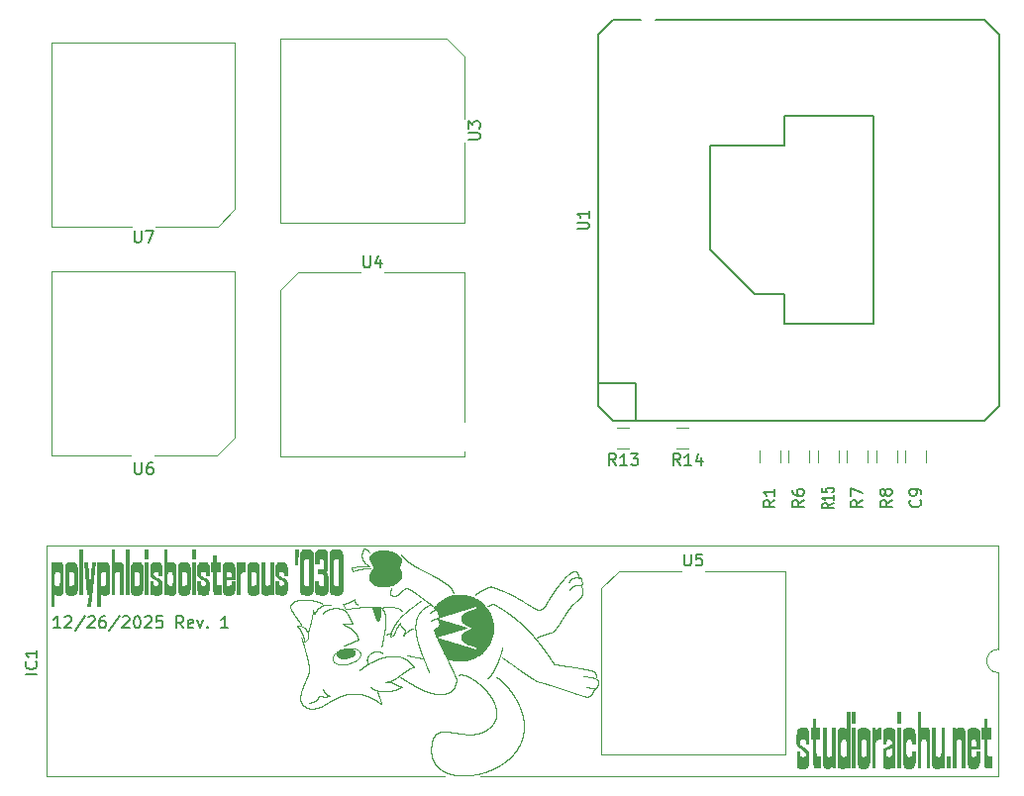
<source format=gbr>
%TF.GenerationSoftware,KiCad,Pcbnew,9.0.2+dfsg-1*%
%TF.CreationDate,2025-12-26T17:01:31-05:00*%
%TF.ProjectId,polyphloisboisterous030,706f6c79-7068-46c6-9f69-73626f697374,rev?*%
%TF.SameCoordinates,Original*%
%TF.FileFunction,Legend,Top*%
%TF.FilePolarity,Positive*%
%FSLAX46Y46*%
G04 Gerber Fmt 4.6, Leading zero omitted, Abs format (unit mm)*
G04 Created by KiCad (PCBNEW 9.0.2+dfsg-1) date 2025-12-26 17:01:31*
%MOMM*%
%LPD*%
G01*
G04 APERTURE LIST*
%ADD10C,0.098954*%
%ADD11C,0.000000*%
%ADD12C,0.150000*%
%ADD13C,0.120000*%
%ADD14C,0.152400*%
%ADD15R,1.800000X1.325000*%
%ADD16C,1.400000*%
%ADD17R,1.300000X1.300000*%
%ADD18C,1.300000*%
%ADD19R,1.325000X1.800000*%
%ADD20R,1.500000X2.400000*%
%ADD21O,1.500000X2.400000*%
G04 APERTURE END LIST*
D10*
X158628012Y-88758670D02*
X158616739Y-88759040D01*
X158605348Y-88759334D01*
X158593839Y-88759551D01*
X158582211Y-88759691D01*
X158570463Y-88759752D01*
X158558593Y-88759734D01*
X158546601Y-88759636D01*
X158534485Y-88759457D01*
X158522245Y-88759197D01*
X158509880Y-88758854D01*
X158497388Y-88758428D01*
X158484768Y-88757918D01*
X158472019Y-88757323D01*
X158459141Y-88756641D01*
X158446132Y-88755874D01*
X158432990Y-88755018D01*
X158419716Y-88754074D01*
X158406307Y-88753040D01*
X158392763Y-88751916D01*
X158379082Y-88750701D01*
X158365264Y-88749393D01*
X158351306Y-88747993D01*
X158337209Y-88746498D01*
X158322971Y-88744908D01*
X158308590Y-88743222D01*
X158294065Y-88741439D01*
X158279395Y-88739558D01*
X158264579Y-88737577D01*
X158249616Y-88735497D01*
X158234503Y-88733316D01*
X158219241Y-88731033D01*
X158203826Y-88728646D01*
X158188259Y-88726155D01*
X158172537Y-88723559D01*
X158156659Y-88720857D01*
X158140623Y-88718047D01*
X158124428Y-88715128D01*
X158108072Y-88712100D01*
X158091552Y-88708961D01*
X158074868Y-88705709D01*
X158058017Y-88702344D01*
X158040997Y-88698864D01*
X158023806Y-88695268D01*
X158006441Y-88691555D01*
X157988900Y-88687723D01*
X157971180Y-88683771D01*
X157953278Y-88679696D01*
X157935190Y-88675499D01*
X157916913Y-88671176D01*
X157898444Y-88666726D01*
X157879777Y-88662147D01*
X157860908Y-88657437D01*
X157841831Y-88652593D01*
X157822540Y-88647614D01*
X157803027Y-88642496D01*
X157792048Y-88639581D01*
X156903773Y-78751851D02*
X156899490Y-78750789D01*
X156895166Y-78749799D01*
X156890802Y-78748882D01*
X156886396Y-78748038D01*
X156881947Y-78747267D01*
X156877455Y-78746570D01*
X156872919Y-78745947D01*
X156868337Y-78745398D01*
X156863709Y-78744925D01*
X156859033Y-78744527D01*
X156854310Y-78744205D01*
X156849537Y-78743960D01*
X156844715Y-78743793D01*
X156839841Y-78743704D01*
X156834915Y-78743694D01*
X156829936Y-78743764D01*
X156824904Y-78743915D01*
X156819816Y-78744148D01*
X156814672Y-78744463D01*
X156809471Y-78744862D01*
X156804212Y-78745345D01*
X156798894Y-78745915D01*
X156793516Y-78746571D01*
X156788077Y-78747316D01*
X156782575Y-78748150D01*
X156777010Y-78749074D01*
X156771381Y-78750091D01*
X156765687Y-78751200D01*
X156759926Y-78752404D01*
X156754098Y-78753704D01*
X156748201Y-78755101D01*
X156742234Y-78756597D01*
X156736197Y-78758193D01*
X156730089Y-78759891D01*
X156723907Y-78761693D01*
X156717652Y-78763599D01*
X156711321Y-78765612D01*
X156704915Y-78767733D01*
X156698432Y-78769964D01*
X156691870Y-78772306D01*
X156685230Y-78774762D01*
X156678509Y-78777333D01*
X156671707Y-78780020D01*
X156664822Y-78782827D01*
X156657854Y-78785754D01*
X156650802Y-78788803D01*
X156643663Y-78791976D01*
X156636438Y-78795276D01*
X156629126Y-78798704D01*
X156621724Y-78802261D01*
X156614233Y-78805951D01*
X156606650Y-78809775D01*
X156598976Y-78813735D01*
X156591208Y-78817834D01*
X156583346Y-78822072D01*
X156575389Y-78826453D01*
X156567336Y-78830978D01*
X156559185Y-78835650D01*
X156550936Y-78840470D01*
X156542587Y-78845442D01*
X156534137Y-78850566D01*
X156525586Y-78855846D01*
X156516932Y-78861283D01*
X156508175Y-78866880D01*
X156499312Y-78872639D01*
X156490344Y-78878562D01*
X156481269Y-78884652D01*
X156472086Y-78890911D01*
X156462794Y-78897341D01*
X156453392Y-78903944D01*
X156443879Y-78910723D01*
X156434254Y-78917680D01*
X156424516Y-78924817D01*
X156414663Y-78932138D01*
X156404696Y-78939644D01*
X156394612Y-78947337D01*
X156384412Y-78955220D01*
X156374093Y-78963296D01*
X156363655Y-78971566D01*
X156353098Y-78980034D01*
X156342419Y-78988701D01*
X156331618Y-78997570D01*
X156320695Y-79006644D01*
X156309647Y-79015925D01*
X156298475Y-79025414D01*
X156287177Y-79035116D01*
X156275753Y-79045032D01*
X156264201Y-79055164D01*
X156252520Y-79065515D01*
X156240711Y-79076088D01*
X156228771Y-79086884D01*
X156216701Y-79097906D01*
X156204499Y-79109158D01*
X156192165Y-79120640D01*
X156179697Y-79132355D01*
X156167095Y-79144306D01*
X156154358Y-79156495D01*
X156141486Y-79168924D01*
X156128478Y-79181596D01*
X156115333Y-79194513D01*
X156102050Y-79207677D01*
X156088630Y-79221090D01*
X156075070Y-79234755D01*
X156061372Y-79248674D01*
X156047533Y-79262849D01*
X156033555Y-79277282D01*
X156019435Y-79291975D01*
X156005174Y-79306930D01*
X155990772Y-79322150D01*
X155976228Y-79337636D01*
X155961542Y-79353390D01*
X155946713Y-79369414D01*
X155931741Y-79385710D01*
X155916627Y-79402279D01*
X155901369Y-79419124D01*
X155885968Y-79436246D01*
X155870425Y-79453647D01*
X155854738Y-79471327D01*
X155838908Y-79489289D01*
X155822935Y-79507534D01*
X155806820Y-79526062D01*
X155790563Y-79544876D01*
X155774163Y-79563977D01*
X155757622Y-79583364D01*
X155740941Y-79603040D01*
X155724119Y-79623005D01*
X155707157Y-79643259D01*
X155690057Y-79663803D01*
X155672819Y-79684637D01*
X155655444Y-79705762D01*
X155637933Y-79727178D01*
X155620288Y-79748884D01*
X155602510Y-79770881D01*
X155584600Y-79793167D01*
X155566560Y-79815742D01*
X155548392Y-79838606D01*
X155530097Y-79861757D01*
X155511678Y-79885194D01*
X155493137Y-79908915D01*
X155474476Y-79932919D01*
X155455698Y-79957204D01*
X155436805Y-79981768D01*
X155417800Y-80006607D01*
X155398688Y-80031719D01*
X155379469Y-80057101D01*
X155360150Y-80082749D01*
X155340732Y-80108660D01*
X155321221Y-80134829D01*
X155301620Y-80161251D01*
X155281934Y-80187921D01*
X155262167Y-80214834D01*
X155242326Y-80241985D01*
X155222414Y-80269365D01*
X155202439Y-80296969D01*
X155182406Y-80324789D01*
X155162321Y-80352818D01*
X155142190Y-80381045D01*
X155122022Y-80409463D01*
X155101824Y-80438062D01*
X155081602Y-80466830D01*
X155061367Y-80495758D01*
X155041125Y-80524832D01*
X155020887Y-80554041D01*
X155000661Y-80583372D01*
X154980458Y-80612810D01*
X154960288Y-80642340D01*
X154940162Y-80671947D01*
X154920091Y-80701614D01*
X154900086Y-80731324D01*
X154880162Y-80761059D01*
X154860329Y-80790799D01*
X154840601Y-80820526D01*
X154820991Y-80850217D01*
X154801515Y-80879851D01*
X154782186Y-80909406D01*
X154763018Y-80938858D01*
X154744029Y-80968183D01*
X154725232Y-80997356D01*
X154706644Y-81026351D01*
X154697427Y-81040785D01*
X154688281Y-81055143D01*
X154679184Y-81069463D01*
X154670160Y-81083703D01*
X154661191Y-81097896D01*
X154652297Y-81112005D01*
X154643464Y-81126056D01*
X154634709Y-81140021D01*
X154626020Y-81153916D01*
X154617411Y-81167722D01*
X154608876Y-81181447D01*
X154600422Y-81195080D01*
X154592047Y-81208621D01*
X154583756Y-81222066D01*
X154575551Y-81235409D01*
X154567431Y-81248653D01*
X154559403Y-81261783D01*
X154551462Y-81274811D01*
X154543619Y-81287715D01*
X154535864Y-81300514D01*
X154528214Y-81313178D01*
X154520652Y-81325733D01*
X154513202Y-81338143D01*
X154505841Y-81350442D01*
X154498596Y-81362586D01*
X154491442Y-81374617D01*
X154484410Y-81386482D01*
X154477470Y-81398231D01*
X154470656Y-81409805D01*
X154463935Y-81421262D01*
X154457344Y-81432535D01*
X154450847Y-81443689D01*
X154444485Y-81454650D01*
X154438216Y-81465490D01*
X154432086Y-81476130D01*
X154426049Y-81486648D01*
X154420154Y-81496959D01*
X154414353Y-81507147D01*
X154408696Y-81517120D01*
X154403133Y-81526971D01*
X154397716Y-81536601D01*
X154392393Y-81546109D01*
X154387217Y-81555391D01*
X154382134Y-81564550D01*
X154377200Y-81573481D01*
X154372357Y-81582288D01*
X154367665Y-81590863D01*
X154363062Y-81599316D01*
X154358610Y-81607535D01*
X154354247Y-81615633D01*
X154350033Y-81623495D01*
X154345906Y-81631236D01*
X154341928Y-81638742D01*
X154338035Y-81646129D01*
X154334289Y-81653281D01*
X154330627Y-81660315D01*
X154327110Y-81667116D01*
X154323675Y-81673801D01*
X154320381Y-81680254D01*
X154317168Y-81686594D01*
X154313099Y-81694692D01*
X135880327Y-89426202D02*
X135872801Y-89423654D01*
X135865270Y-89421020D01*
X135857736Y-89418300D01*
X135850199Y-89415494D01*
X135842661Y-89412603D01*
X135835122Y-89409626D01*
X135827583Y-89406562D01*
X135820046Y-89403413D01*
X135812511Y-89400179D01*
X135804980Y-89396859D01*
X135797453Y-89393454D01*
X135789931Y-89389963D01*
X135782417Y-89386387D01*
X135774910Y-89382727D01*
X135767412Y-89378982D01*
X135759925Y-89375153D01*
X135752449Y-89371241D01*
X135744986Y-89367244D01*
X135737537Y-89363165D01*
X135730104Y-89359002D01*
X135722687Y-89354758D01*
X135715287Y-89350431D01*
X135707908Y-89346023D01*
X135700548Y-89341535D01*
X135693211Y-89336966D01*
X135685898Y-89332318D01*
X135678609Y-89327591D01*
X135671346Y-89322785D01*
X135664111Y-89317902D01*
X135656906Y-89312942D01*
X135649731Y-89307907D01*
X135642588Y-89302796D01*
X135635478Y-89297610D01*
X135628404Y-89292352D01*
X135621366Y-89287021D01*
X135614366Y-89281618D01*
X135607406Y-89276145D01*
X135600487Y-89270603D01*
X135593610Y-89264992D01*
X135586777Y-89259314D01*
X135579990Y-89253569D01*
X135573249Y-89247760D01*
X135566557Y-89241886D01*
X135559915Y-89235951D01*
X135553325Y-89229953D01*
X135546787Y-89223896D01*
X135540303Y-89217780D01*
X135533875Y-89211607D01*
X135527504Y-89205377D01*
X135524341Y-89202242D01*
X135521192Y-89199093D01*
X135518058Y-89195931D01*
X135514939Y-89192755D01*
X135511836Y-89189567D01*
X135508747Y-89186366D01*
X135505675Y-89183152D01*
X135502618Y-89179926D01*
X135499578Y-89176687D01*
X135496553Y-89173437D01*
X135493545Y-89170174D01*
X135490553Y-89166900D01*
X135487578Y-89163615D01*
X135484619Y-89160317D01*
X135481677Y-89157010D01*
X135478752Y-89153690D01*
X135475845Y-89150361D01*
X135472955Y-89147020D01*
X135470082Y-89143670D01*
X135467227Y-89140308D01*
X135464390Y-89136938D01*
X135461570Y-89133557D01*
X135458769Y-89130167D01*
X135455985Y-89126766D01*
X135453221Y-89123358D01*
X135450474Y-89119939D01*
X135447746Y-89116513D01*
X135445036Y-89113077D01*
X135442347Y-89109634D01*
X135439674Y-89106181D01*
X135437023Y-89102721D01*
X135434389Y-89099252D01*
X135431776Y-89095777D01*
X135429180Y-89092293D01*
X135426606Y-89088803D01*
X135424050Y-89085304D01*
X135421515Y-89081801D01*
X135418998Y-89078288D01*
X135416503Y-89074772D01*
X135414027Y-89071246D01*
X135411572Y-89067717D01*
X135409135Y-89064179D01*
X135406721Y-89060638D01*
X135404326Y-89057089D01*
X135401953Y-89053538D01*
X135399598Y-89049978D01*
X135397266Y-89046416D01*
X135394953Y-89042846D01*
X135392663Y-89039275D01*
X135390392Y-89035696D01*
X135388143Y-89032117D01*
X135385914Y-89028529D01*
X135383708Y-89024942D01*
X135381521Y-89021347D01*
X135379358Y-89017752D01*
X135377213Y-89014150D01*
X135375093Y-89010549D01*
X135372991Y-89006941D01*
X135370914Y-89003334D01*
X135368855Y-88999720D01*
X135366821Y-88996108D01*
X135364806Y-88992489D01*
X135362815Y-88988873D01*
X135360843Y-88985250D01*
X135358896Y-88981630D01*
X135356968Y-88978003D01*
X135355065Y-88974380D01*
X135353180Y-88970751D01*
X135351321Y-88967125D01*
X135349481Y-88963494D01*
X135347665Y-88959867D01*
X135345869Y-88956234D01*
X135344098Y-88952605D01*
X135342346Y-88948972D01*
X135340619Y-88945343D01*
X135338911Y-88941709D01*
X135337228Y-88938080D01*
X135335565Y-88934446D01*
X135333927Y-88930818D01*
X135332308Y-88927185D01*
X135330714Y-88923558D01*
X135329140Y-88919927D01*
X135327591Y-88916302D01*
X135326061Y-88912672D01*
X135324556Y-88909050D01*
X135323071Y-88905423D01*
X135321611Y-88901803D01*
X135320170Y-88898180D01*
X135318754Y-88894563D01*
X135317358Y-88890943D01*
X135315987Y-88887331D01*
X135314636Y-88883715D01*
X135313309Y-88880107D01*
X135312002Y-88876496D01*
X135310719Y-88872893D01*
X135309457Y-88869287D01*
X135308219Y-88865690D01*
X135307001Y-88862089D01*
X135305807Y-88858497D01*
X135304633Y-88854903D01*
X135303483Y-88851317D01*
X135302354Y-88847729D01*
X135301248Y-88844151D01*
X135300163Y-88840570D01*
X135299102Y-88836998D01*
X135298060Y-88833424D01*
X135297043Y-88829860D01*
X135296046Y-88826294D01*
X135295072Y-88822738D01*
X135294119Y-88819180D01*
X135293189Y-88815632D01*
X135292279Y-88812082D01*
X135291769Y-88810056D01*
X140751707Y-84142961D02*
X141135367Y-84032414D01*
X133836080Y-85700359D02*
X133839052Y-85712913D01*
X133842369Y-85726586D01*
X133846080Y-85741540D01*
X133850244Y-85757995D01*
X133854945Y-85776250D01*
X133860303Y-85796743D01*
X133866507Y-85820170D01*
X133873899Y-85847782D01*
X133883232Y-85882362D01*
X133893340Y-85919653D01*
X133904035Y-85959105D01*
X133915079Y-86000014D01*
X133920711Y-86020987D01*
X133926404Y-86042293D01*
X133932151Y-86063921D01*
X133937943Y-86085859D01*
X133943771Y-86108098D01*
X133949627Y-86130626D01*
X133955502Y-86153434D01*
X133961387Y-86176509D01*
X133967275Y-86199842D01*
X133973156Y-86223423D01*
X133979022Y-86247239D01*
X133981946Y-86259233D01*
X133984864Y-86271281D01*
X133987774Y-86283384D01*
X133990674Y-86295539D01*
X133993565Y-86307745D01*
X133996444Y-86320001D01*
X133999311Y-86332305D01*
X134002164Y-86344656D01*
X134005004Y-86357053D01*
X134007827Y-86369495D01*
X134010634Y-86381980D01*
X134013424Y-86394506D01*
X134016194Y-86407073D01*
X134018945Y-86419679D01*
X134021675Y-86432323D01*
X134024383Y-86445003D01*
X134027069Y-86457719D01*
X134029730Y-86470468D01*
X134032366Y-86483250D01*
X134034976Y-86496063D01*
X134037558Y-86508906D01*
X134040113Y-86521777D01*
X134042638Y-86534675D01*
X134045132Y-86547599D01*
X134047595Y-86560548D01*
X134050025Y-86573520D01*
X134052422Y-86586514D01*
X134054784Y-86599528D01*
X134057110Y-86612561D01*
X134059400Y-86625612D01*
X134061651Y-86638680D01*
X134063864Y-86651763D01*
X134066036Y-86664860D01*
X134068167Y-86677969D01*
X134070256Y-86691089D01*
X134072302Y-86704220D01*
X134074304Y-86717358D01*
X134076260Y-86730504D01*
X134078170Y-86743656D01*
X134080032Y-86756813D01*
X134081845Y-86769972D01*
X134083609Y-86783134D01*
X134085322Y-86796296D01*
X134086983Y-86809457D01*
X134088592Y-86822616D01*
X134090146Y-86835772D01*
X134091646Y-86848922D01*
X134093089Y-86862067D01*
X134094476Y-86875205D01*
X134095804Y-86888333D01*
X134097073Y-86901451D01*
X134098281Y-86914558D01*
X134099428Y-86927653D01*
X134100513Y-86940733D01*
X134101534Y-86953797D01*
X134102490Y-86966845D01*
X134103381Y-86979875D01*
X134104205Y-86992886D01*
X134104961Y-87005875D01*
X134105649Y-87018843D01*
X134106266Y-87031787D01*
X134106812Y-87044706D01*
X134107287Y-87057600D01*
X134107688Y-87070466D01*
X134108015Y-87083303D01*
X134108266Y-87096110D01*
X134108442Y-87108886D01*
X134108539Y-87121629D01*
X134108559Y-87134338D01*
X134108539Y-87140679D01*
X134108498Y-87147011D01*
X134108438Y-87153334D01*
X134108358Y-87159648D01*
X134108257Y-87165952D01*
X134108135Y-87172247D01*
X134107993Y-87178532D01*
X134107830Y-87184806D01*
X134107646Y-87191071D01*
X134107441Y-87197325D01*
X134107214Y-87203569D01*
X134106967Y-87209802D01*
X134106697Y-87216024D01*
X134106407Y-87222235D01*
X134106094Y-87228435D01*
X134105760Y-87234623D01*
X134105403Y-87240801D01*
X134105025Y-87246966D01*
X134104624Y-87253120D01*
X134104200Y-87259261D01*
X134103754Y-87265391D01*
X134103286Y-87271508D01*
X134102794Y-87277612D01*
X134102280Y-87283704D01*
X134101742Y-87289783D01*
X134101182Y-87295849D01*
X134100598Y-87301902D01*
X134099990Y-87307942D01*
X134099359Y-87313968D01*
X134098704Y-87319980D01*
X134098025Y-87325978D01*
X134097322Y-87331963D01*
X134096595Y-87337933D01*
X134095844Y-87343889D01*
X134095068Y-87349831D01*
X134094268Y-87355758D01*
X134093443Y-87361670D01*
X134092593Y-87367567D01*
X134091718Y-87373449D01*
X134090818Y-87379315D01*
X134089893Y-87385166D01*
X134088943Y-87391001D01*
X134087967Y-87396821D01*
X134086965Y-87402624D01*
X134085938Y-87408412D01*
X134084884Y-87414183D01*
X134083805Y-87419937D01*
X134082700Y-87425675D01*
X134081568Y-87431396D01*
X134080410Y-87437100D01*
X134079225Y-87442787D01*
X134078014Y-87448456D01*
X134076775Y-87454108D01*
X134075510Y-87459743D01*
X134074218Y-87465359D01*
X134072898Y-87470958D01*
X134071551Y-87476538D01*
X134070177Y-87482100D01*
X142531488Y-85970723D02*
X142543755Y-85971981D01*
X142556284Y-85973346D01*
X142569088Y-85974822D01*
X142582178Y-85976410D01*
X142595567Y-85978115D01*
X142609269Y-85979940D01*
X142623302Y-85981889D01*
X142637682Y-85983966D01*
X142652430Y-85986177D01*
X142667567Y-85988527D01*
X142683119Y-85991021D01*
X142699114Y-85993667D01*
X142715585Y-85996472D01*
X142732571Y-85999445D01*
X142750115Y-86002595D01*
X142768271Y-86005936D01*
X142787101Y-86009482D01*
X142806684Y-86013249D01*
X142827116Y-86017260D01*
X142848520Y-86021542D01*
X142871057Y-86026130D01*
X142894948Y-86031073D01*
X142920504Y-86036440D01*
X142948203Y-86042336D01*
X142978835Y-86048933D01*
X143013926Y-86056567D01*
X143057297Y-86066074D01*
X143083453Y-86071826D01*
X143125047Y-86080967D01*
X143166755Y-86090090D01*
X143187641Y-86094628D01*
X143208543Y-86099142D01*
X143229456Y-86103625D01*
X143250375Y-86108072D01*
X143271297Y-86112474D01*
X143292217Y-86116827D01*
X143313130Y-86121123D01*
X143334033Y-86125357D01*
X143354921Y-86129520D01*
X143375789Y-86133608D01*
X143386214Y-86135622D01*
X143396633Y-86137614D01*
X143407045Y-86139584D01*
X143417449Y-86141531D01*
X143427845Y-86143454D01*
X143438232Y-86145352D01*
X143448610Y-86147225D01*
X143458978Y-86149072D01*
X143469336Y-86150891D01*
X143479683Y-86152683D01*
X143490019Y-86154446D01*
X143500342Y-86156179D01*
X143510654Y-86157883D01*
X143520951Y-86159555D01*
X143531236Y-86161195D01*
X143541506Y-86162803D01*
X143551761Y-86164377D01*
X143562002Y-86165916D01*
X143572226Y-86167421D01*
X143582434Y-86168889D01*
X143592625Y-86170321D01*
X143602799Y-86171715D01*
X143612954Y-86173071D01*
X143623091Y-86174387D01*
X143633209Y-86175664D01*
X143643308Y-86176900D01*
X143653386Y-86178094D01*
X143663443Y-86179245D01*
X143673479Y-86180354D01*
X143683493Y-86181418D01*
X143693485Y-86182438D01*
X143703454Y-86183411D01*
X143713400Y-86184339D01*
X143723321Y-86185219D01*
X143733218Y-86186051D01*
X143743090Y-86186834D01*
X157850083Y-89508968D02*
X157853929Y-89508514D01*
X157857757Y-89508043D01*
X157861567Y-89507553D01*
X157865359Y-89507046D01*
X157869132Y-89506521D01*
X157872889Y-89505978D01*
X157876627Y-89505418D01*
X157880348Y-89504840D01*
X157884052Y-89504245D01*
X157887738Y-89503632D01*
X157891408Y-89503002D01*
X157895061Y-89502354D01*
X157898697Y-89501689D01*
X157902316Y-89501007D01*
X157905919Y-89500308D01*
X157909505Y-89499591D01*
X157913076Y-89498857D01*
X157916630Y-89498107D01*
X157920169Y-89497339D01*
X157923691Y-89496554D01*
X157927198Y-89495752D01*
X157930689Y-89494934D01*
X157934166Y-89494098D01*
X157937626Y-89493246D01*
X157941073Y-89492377D01*
X157944503Y-89491491D01*
X157947920Y-89490588D01*
X157951320Y-89489668D01*
X157954708Y-89488732D01*
X157958079Y-89487779D01*
X157961438Y-89486809D01*
X157964781Y-89485823D01*
X157968112Y-89484820D01*
X157971427Y-89483800D01*
X157974730Y-89482764D01*
X157978018Y-89481711D01*
X157984554Y-89479555D01*
X157991038Y-89477333D01*
X157997470Y-89475045D01*
X158003850Y-89472690D01*
X158010181Y-89470268D01*
X158016462Y-89467780D01*
X158022696Y-89465225D01*
X158028882Y-89462603D01*
X158035023Y-89459915D01*
X158041118Y-89457159D01*
X158047169Y-89454335D01*
X158053177Y-89451444D01*
X158059143Y-89448484D01*
X158065068Y-89445457D01*
X158070952Y-89442360D01*
X158076797Y-89439193D01*
X158082603Y-89435957D01*
X158088372Y-89432651D01*
X158094104Y-89429274D01*
X158099801Y-89425825D01*
X158105463Y-89422304D01*
X158111091Y-89418710D01*
X158116687Y-89415042D01*
X158122250Y-89411301D01*
X158127783Y-89407484D01*
X158133285Y-89403590D01*
X158138758Y-89399620D01*
X158144203Y-89395572D01*
X158149621Y-89391445D01*
X158155013Y-89387237D01*
X158160380Y-89382948D01*
X158165722Y-89378577D01*
X158171041Y-89374121D01*
X158176337Y-89369581D01*
X158181613Y-89364953D01*
X158186868Y-89360237D01*
X158192105Y-89355431D01*
X158197323Y-89350534D01*
X158202525Y-89345543D01*
X158207710Y-89340457D01*
X158212882Y-89335273D01*
X158218040Y-89329989D01*
X158223187Y-89324604D01*
X158228323Y-89319115D01*
X158233450Y-89313518D01*
X158238569Y-89307812D01*
X158243683Y-89301994D01*
X158248792Y-89296060D01*
X158253898Y-89290007D01*
X158259004Y-89283831D01*
X158264111Y-89277529D01*
X158269222Y-89271096D01*
X158274338Y-89264529D01*
X158279462Y-89257821D01*
X158284598Y-89250969D01*
X158289747Y-89243965D01*
X158294913Y-89236805D01*
X158300099Y-89229480D01*
X158305309Y-89221984D01*
X158310548Y-89214307D01*
X158315821Y-89206442D01*
X158321132Y-89198376D01*
X158326487Y-89190098D01*
X158331895Y-89181595D01*
X158337362Y-89172850D01*
X158342897Y-89163847D01*
X158348512Y-89154563D01*
X158354219Y-89144975D01*
X158360033Y-89135052D01*
X158365973Y-89124759D01*
X158372062Y-89114050D01*
X158378329Y-89102869D01*
X158384813Y-89091143D01*
X158391564Y-89078771D01*
X158398655Y-89065615D01*
X158406193Y-89051467D01*
X158414352Y-89035992D01*
X158423447Y-89018579D01*
X158434196Y-88997848D01*
X158445187Y-88976557D01*
X158457282Y-88953133D01*
X158463332Y-88941455D01*
X158469390Y-88929807D01*
X158475463Y-88918195D01*
X158481555Y-88906624D01*
X158487671Y-88895099D01*
X158493817Y-88883626D01*
X145046391Y-82780847D02*
X145049346Y-82782889D01*
X145052348Y-82785061D01*
X145055397Y-82787367D01*
X145058494Y-82789808D01*
X145061638Y-82792389D01*
X145064829Y-82795112D01*
X145068067Y-82797981D01*
X145071352Y-82800998D01*
X145074682Y-82804166D01*
X145078058Y-82807488D01*
X145081478Y-82810965D01*
X145084942Y-82814602D01*
X145088447Y-82818399D01*
X145091994Y-82822358D01*
X145095581Y-82826482D01*
X145099206Y-82830771D01*
X145102867Y-82835228D01*
X145106562Y-82839853D01*
X145110289Y-82844646D01*
X145114047Y-82849608D01*
X145117832Y-82854739D01*
X145121641Y-82860039D01*
X145125473Y-82865507D01*
X145129323Y-82871141D01*
X145133190Y-82876941D01*
X145137069Y-82882903D01*
X145140957Y-82889026D01*
X145144850Y-82895307D01*
X145148745Y-82901743D01*
X145152637Y-82908330D01*
X145156523Y-82915063D01*
X145160399Y-82921938D01*
X145164260Y-82928950D01*
X145168102Y-82936093D01*
X145171920Y-82943362D01*
X145175710Y-82950750D01*
X145179468Y-82958250D01*
X145183190Y-82965856D01*
X145186870Y-82973560D01*
X145190504Y-82981354D01*
X145194089Y-82989231D01*
X145197620Y-82997183D01*
X145201092Y-83005200D01*
X145202805Y-83009231D01*
X145204502Y-83013276D01*
X145206182Y-83017332D01*
X145207846Y-83021401D01*
X145209492Y-83025478D01*
X145211120Y-83029566D01*
X145212729Y-83033660D01*
X145214321Y-83037763D01*
X145215892Y-83041869D01*
X145217444Y-83045984D01*
X145218976Y-83050098D01*
X145220488Y-83054220D01*
X145221978Y-83058338D01*
X145223449Y-83062463D01*
X145224896Y-83066580D01*
X145226324Y-83070703D01*
X145227727Y-83074816D01*
X145229111Y-83078934D01*
X145230469Y-83083039D01*
X145231807Y-83087147D01*
X145233118Y-83091239D01*
X145234410Y-83095334D01*
X145235675Y-83099411D01*
X145236919Y-83103489D01*
X145238136Y-83107546D01*
X145239331Y-83111603D01*
X145240499Y-83115637D01*
X145241646Y-83119670D01*
X145242765Y-83123677D01*
X145243863Y-83127683D01*
X145244932Y-83131661D01*
X145245979Y-83135637D01*
X145246998Y-83139582D01*
X145247995Y-83143524D01*
X145248964Y-83147434D01*
X145249911Y-83151340D01*
X145250828Y-83155212D01*
X145251724Y-83159079D01*
X145252592Y-83162911D01*
X145253437Y-83166736D01*
X145254253Y-83170525D01*
X145255048Y-83174307D01*
X145255814Y-83178051D01*
X145256558Y-83181788D01*
X145257273Y-83185485D01*
X145257967Y-83189174D01*
X145258632Y-83192822D01*
X145259276Y-83196461D01*
X145259891Y-83200059D01*
X145260485Y-83203648D01*
X145261051Y-83207194D01*
X145261595Y-83210730D01*
X145262113Y-83214223D01*
X145262608Y-83217705D01*
X145263077Y-83221144D01*
X145263524Y-83224571D01*
X145263945Y-83227954D01*
X145264344Y-83231326D01*
X145264718Y-83234653D01*
X145265070Y-83237968D01*
X145265397Y-83241237D01*
X145265703Y-83244495D01*
X145265984Y-83247707D01*
X145266244Y-83250906D01*
X145266480Y-83254060D01*
X145266695Y-83257201D01*
X145266887Y-83260296D01*
X145267057Y-83263378D01*
X145267206Y-83266414D01*
X145267333Y-83269436D01*
X145267438Y-83272413D01*
X145267522Y-83275377D01*
X145267585Y-83278294D01*
X145267628Y-83281198D01*
X145267650Y-83284057D01*
X145267652Y-83286901D01*
X145267633Y-83289701D01*
X145267595Y-83292486D01*
X145267537Y-83295226D01*
X145267459Y-83297952D01*
X145267362Y-83300634D01*
X145267246Y-83303301D01*
X145267112Y-83305924D01*
X145266958Y-83308532D01*
X145266786Y-83311097D01*
X145266596Y-83313647D01*
X145266388Y-83316155D01*
X145266162Y-83318647D01*
X145265919Y-83321098D01*
X145265657Y-83323533D01*
X145265380Y-83325926D01*
X145265084Y-83328305D01*
X145264773Y-83330642D01*
X145264444Y-83332965D01*
X145264100Y-83335247D01*
X145263738Y-83337513D01*
X145263362Y-83339741D01*
X145262968Y-83341953D01*
X145262561Y-83344126D01*
X145262136Y-83346283D01*
X145261698Y-83348403D01*
X145261243Y-83350507D01*
X145260775Y-83352574D01*
X145260290Y-83354626D01*
X145259793Y-83356641D01*
X145259279Y-83358641D01*
X145258754Y-83360605D01*
X145258212Y-83362553D01*
X145257659Y-83364467D01*
X145257089Y-83366365D01*
X145256508Y-83368229D01*
X145255912Y-83370078D01*
X145255305Y-83371893D01*
X145254681Y-83373693D01*
X145254048Y-83375460D01*
X145253399Y-83377213D01*
X145252741Y-83378933D01*
X145252066Y-83380638D01*
X145251382Y-83382312D01*
X145250683Y-83383971D01*
X145249975Y-83385599D01*
X145249251Y-83387213D01*
X145248519Y-83388797D01*
X145247771Y-83390366D01*
X145247015Y-83391906D01*
X145246244Y-83393431D01*
X145245464Y-83394928D01*
X145244670Y-83396411D01*
X145243867Y-83397866D01*
X145243050Y-83399306D01*
X145242225Y-83400719D01*
X145241385Y-83402118D01*
X145240537Y-83403491D01*
X145239674Y-83404849D01*
X145238573Y-83406530D01*
X133457125Y-84409667D02*
X133467459Y-84440795D01*
X133477853Y-84472355D01*
X133488308Y-84504357D01*
X133498827Y-84536810D01*
X133509411Y-84569722D01*
X133520063Y-84603105D01*
X133530785Y-84636969D01*
X133541579Y-84671325D01*
X133552448Y-84706186D01*
X133563396Y-84741566D01*
X133574426Y-84777478D01*
X133585540Y-84813938D01*
X133596744Y-84850963D01*
X133608041Y-84888571D01*
X133619437Y-84926782D01*
X133630936Y-84965618D01*
X133642545Y-85005104D01*
X133654270Y-85045266D01*
X133666118Y-85086134D01*
X133678098Y-85127742D01*
X133690220Y-85170127D01*
X133702494Y-85213332D01*
X133714933Y-85257407D01*
X133727552Y-85302408D01*
X133740366Y-85348401D01*
X133753396Y-85395462D01*
X133766666Y-85443685D01*
X133780205Y-85493179D01*
X133794047Y-85544082D01*
X133808236Y-85596561D01*
X133822830Y-85650833D01*
X133836080Y-85700359D01*
X146327227Y-88975588D02*
X146331783Y-88972502D01*
X146336322Y-88969333D01*
X146340842Y-88966078D01*
X146345345Y-88962738D01*
X146349831Y-88959311D01*
X146354301Y-88955795D01*
X146358756Y-88952191D01*
X146363195Y-88948496D01*
X146367620Y-88944709D01*
X146372030Y-88940829D01*
X146376426Y-88936856D01*
X146380810Y-88932787D01*
X146385180Y-88928620D01*
X146389538Y-88924356D01*
X146393884Y-88919991D01*
X146398219Y-88915525D01*
X146402543Y-88910955D01*
X146406856Y-88906281D01*
X146411159Y-88901500D01*
X146415452Y-88896610D01*
X146419736Y-88891610D01*
X146424011Y-88886497D01*
X146428278Y-88881270D01*
X146432538Y-88875926D01*
X146436790Y-88870464D01*
X146441035Y-88864880D01*
X146445274Y-88859173D01*
X146449507Y-88853340D01*
X146453735Y-88847378D01*
X146457958Y-88841285D01*
X146462177Y-88835058D01*
X146466393Y-88828694D01*
X146470606Y-88822190D01*
X146474817Y-88815542D01*
X146479026Y-88808747D01*
X146483236Y-88801802D01*
X146487445Y-88794703D01*
X146491656Y-88787445D01*
X146495869Y-88780024D01*
X146500085Y-88772437D01*
X146504306Y-88764677D01*
X146508533Y-88756741D01*
X146512767Y-88748621D01*
X146517009Y-88740313D01*
X146521262Y-88731810D01*
X146525526Y-88723105D01*
X146529805Y-88714190D01*
X146534101Y-88705058D01*
X146538415Y-88695698D01*
X146542752Y-88686102D01*
X146547113Y-88676257D01*
X146551503Y-88666152D01*
X146555926Y-88655772D01*
X146560386Y-88645102D01*
X146564889Y-88634123D01*
X146569443Y-88622815D01*
X146574053Y-88611153D01*
X146578729Y-88599110D01*
X146583483Y-88586649D01*
X146588327Y-88573731D01*
X146593278Y-88560304D01*
X146598357Y-88546303D01*
X146603591Y-88531645D01*
X146609018Y-88516217D01*
X146614687Y-88499863D01*
X146620676Y-88482352D01*
X146627106Y-88463319D01*
X146634191Y-88442110D01*
X146642397Y-88417317D01*
X146652672Y-88386083D01*
X146659161Y-88366345D01*
X146665619Y-88346758D01*
X146672060Y-88327346D01*
X146678494Y-88308132D01*
X146681712Y-88298608D01*
X146684933Y-88289142D01*
X146688159Y-88279738D01*
X146691390Y-88270400D01*
X146694628Y-88261129D01*
X146697875Y-88251929D01*
X146701131Y-88242803D01*
X146704400Y-88233755D01*
X146707681Y-88224786D01*
X146710977Y-88215901D01*
X146714288Y-88207102D01*
X146717617Y-88198392D01*
X146720965Y-88189775D01*
X146724333Y-88181253D01*
X146727723Y-88172829D01*
X146731136Y-88164507D01*
X146734573Y-88156289D01*
X146738037Y-88148179D01*
X146741528Y-88140180D01*
X146745048Y-88132294D01*
X146748599Y-88124524D01*
X146750386Y-88120684D01*
X146752181Y-88116874D01*
X146753985Y-88113095D01*
X146755797Y-88109347D01*
X146757618Y-88105631D01*
X146759448Y-88101946D01*
X155056935Y-86680343D02*
X155043549Y-86659714D01*
X155030149Y-86639098D01*
X155016831Y-86618648D01*
X155003499Y-86598211D01*
X154990247Y-86577935D01*
X154976981Y-86557673D01*
X154963792Y-86537567D01*
X154950589Y-86517475D01*
X154937462Y-86497535D01*
X154924320Y-86477609D01*
X154911251Y-86457832D01*
X154898168Y-86438068D01*
X154885156Y-86418449D01*
X154872130Y-86398844D01*
X154859173Y-86379380D01*
X154846201Y-86359931D01*
X154833297Y-86340618D01*
X154820379Y-86321320D01*
X154807526Y-86302157D01*
X154794658Y-86283007D01*
X154781855Y-86263989D01*
X154769036Y-86244985D01*
X154756281Y-86226110D01*
X154743510Y-86207248D01*
X154730800Y-86188512D01*
X154718076Y-86169790D01*
X154705410Y-86151192D01*
X154692730Y-86132607D01*
X154680108Y-86114142D01*
X154667471Y-86095692D01*
X154654890Y-86077359D01*
X154642295Y-86059040D01*
X154629755Y-86040837D01*
X154617199Y-86022648D01*
X154604698Y-86004571D01*
X154592182Y-85986509D01*
X154579718Y-85968558D01*
X154567239Y-85950620D01*
X154554812Y-85932792D01*
X154542370Y-85914977D01*
X154529978Y-85897269D01*
X154517571Y-85879575D01*
X154505213Y-85861986D01*
X154492840Y-85844410D01*
X154480515Y-85826937D01*
X154468175Y-85809478D01*
X154455882Y-85792120D01*
X154443574Y-85774776D01*
X154431312Y-85757531D01*
X154419035Y-85740300D01*
X154406803Y-85723166D01*
X154394556Y-85706046D01*
X154382352Y-85689021D01*
X154370134Y-85672010D01*
X154357959Y-85655094D01*
X154345769Y-85638191D01*
X154333621Y-85621381D01*
X154321458Y-85604584D01*
X154309336Y-85587878D01*
X154297199Y-85571186D01*
X154285103Y-85554584D01*
X154272992Y-85537995D01*
X154260920Y-85521494D01*
X154248833Y-85505007D01*
X154236785Y-85488606D01*
X154224722Y-85472220D01*
X154212697Y-85455918D01*
X154200657Y-85439630D01*
X154188654Y-85423426D01*
X154176636Y-85407236D01*
X154164655Y-85391128D01*
X154152658Y-85375034D01*
X154140698Y-85359022D01*
X154128722Y-85343023D01*
X154116782Y-85327104D01*
X154104827Y-85311199D01*
X154092905Y-85295372D01*
X154080970Y-85279560D01*
X154069067Y-85263825D01*
X154057150Y-85248104D01*
X154045266Y-85232460D01*
X154033367Y-85216829D01*
X154021500Y-85201274D01*
X154009619Y-85185733D01*
X153997769Y-85170266D01*
X153985905Y-85154812D01*
X153974071Y-85139433D01*
X153962223Y-85124066D01*
X153950406Y-85108773D01*
X153938573Y-85093493D01*
X153926771Y-85078284D01*
X153914954Y-85063089D01*
X153903166Y-85047965D01*
X153891363Y-85032854D01*
X153879589Y-85017813D01*
X153867801Y-85002785D01*
X153856041Y-84987827D01*
X153844266Y-84972881D01*
X153832519Y-84958004D01*
X153820757Y-84943140D01*
X153809023Y-84928343D01*
X153797273Y-84913560D01*
X153785551Y-84898843D01*
X153773814Y-84884139D01*
X153762103Y-84869501D01*
X153750378Y-84854876D01*
X153738678Y-84840315D01*
X153726964Y-84825769D01*
X153715275Y-84811286D01*
X153703571Y-84796816D01*
X153691893Y-84782409D01*
X153680199Y-84768016D01*
X153668531Y-84753685D01*
X153656847Y-84739368D01*
X153645188Y-84725112D01*
X153633514Y-84710870D01*
X153621863Y-84696688D01*
X153610198Y-84682520D01*
X153598556Y-84668411D01*
X153586900Y-84654317D01*
X153575266Y-84640281D01*
X153563618Y-84626259D01*
X153551992Y-84612296D01*
X153540351Y-84598346D01*
X153528733Y-84584454D01*
X153517100Y-84570576D01*
X153505488Y-84556754D01*
X153493862Y-84542947D01*
X153482257Y-84529196D01*
X153470638Y-84515459D01*
X153459039Y-84501777D01*
X153447426Y-84488109D01*
X153435833Y-84474497D01*
X153424226Y-84460898D01*
X153412639Y-84447353D01*
X153401038Y-84433823D01*
X153389456Y-84420346D01*
X153377860Y-84406883D01*
X153366283Y-84393474D01*
X153354691Y-84380078D01*
X153343119Y-84366735D01*
X153331532Y-84353406D01*
X153319964Y-84340129D01*
X153308382Y-84326866D01*
X153296818Y-84313655D01*
X153285239Y-84300457D01*
X153273679Y-84287310D01*
X153262104Y-84274178D01*
X153250547Y-84261096D01*
X153238975Y-84248027D01*
X153227421Y-84235009D01*
X153215853Y-84222005D01*
X153204301Y-84209050D01*
X153192735Y-84196109D01*
X153181187Y-84183217D01*
X153169623Y-84170338D01*
X153158077Y-84157509D01*
X153146515Y-84144693D01*
X153134970Y-84131925D01*
X153123411Y-84119171D01*
X153111868Y-84106465D01*
X153100310Y-84093773D01*
X153088768Y-84081128D01*
X153077212Y-84068496D01*
X153065671Y-84055911D01*
X153054115Y-84043340D01*
X153042575Y-84030816D01*
X153031021Y-84018305D01*
X153019481Y-84005840D01*
X153007927Y-83993388D01*
X152996388Y-83980983D01*
X152984834Y-83968591D01*
X152973294Y-83956244D01*
X152961741Y-83943910D01*
X152950201Y-83931622D01*
X152938647Y-83919347D01*
X152927107Y-83907116D01*
X152915552Y-83894899D01*
X152904012Y-83882726D01*
X152892456Y-83870566D01*
X152880915Y-83858450D01*
X152869358Y-83846348D01*
X152857816Y-83834289D01*
X152846258Y-83822243D01*
X152834714Y-83810241D01*
X152823155Y-83798251D01*
X152811609Y-83786305D01*
X152800048Y-83774372D01*
X152788500Y-83762480D01*
X152776938Y-83750603D01*
X152765388Y-83738767D01*
X152753823Y-83726945D01*
X152742271Y-83715164D01*
X152730704Y-83703396D01*
X152719149Y-83691670D01*
X152707580Y-83679957D01*
X152696022Y-83668285D01*
X152684450Y-83656626D01*
X152672889Y-83645008D01*
X152661314Y-83633403D01*
X152649750Y-83621838D01*
X152638171Y-83610287D01*
X152626604Y-83598775D01*
X152615022Y-83587278D01*
X152603451Y-83575819D01*
X152591866Y-83564374D01*
X152580291Y-83552967D01*
X152568702Y-83541575D01*
X152557123Y-83530221D01*
X152545530Y-83518881D01*
X152533947Y-83507578D01*
X152522349Y-83496290D01*
X152510762Y-83485040D01*
X152499160Y-83473803D01*
X152487568Y-83462604D01*
X152475961Y-83451418D01*
X152464365Y-83440270D01*
X152452753Y-83429136D01*
X152441152Y-83418038D01*
X152429535Y-83406954D01*
X152417928Y-83395907D01*
X152406307Y-83384874D01*
X152394694Y-83373877D01*
X152383068Y-83362894D01*
X152371450Y-83351947D01*
X152359817Y-83341014D01*
X152348194Y-83330116D01*
X152336555Y-83319233D01*
X152324926Y-83308385D01*
X152313282Y-83297550D01*
X152301646Y-83286751D01*
X152289996Y-83275966D01*
X152278354Y-83265216D01*
X152266698Y-83254479D01*
X152255049Y-83243777D01*
X152243386Y-83233089D01*
X152231731Y-83222436D01*
X152220062Y-83211796D01*
X152208400Y-83201191D01*
X152196724Y-83190599D01*
X152185055Y-83180041D01*
X152173372Y-83169497D01*
X152161696Y-83158987D01*
X152150005Y-83148491D01*
X152138322Y-83138028D01*
X152126624Y-83127579D01*
X152114934Y-83117163D01*
X152103228Y-83106761D01*
X152091530Y-83096391D01*
X152079817Y-83086036D01*
X152068111Y-83075714D01*
X152056390Y-83065405D01*
X152044676Y-83055129D01*
X152032948Y-83044866D01*
X152021226Y-83034636D01*
X152009489Y-83024420D01*
X151997758Y-83014236D01*
X151986013Y-83004065D01*
X151974274Y-82993927D01*
X151962521Y-82983802D01*
X151950773Y-82973709D01*
X151939011Y-82963629D01*
X151927254Y-82953582D01*
X151915483Y-82943547D01*
X151903718Y-82933545D01*
X151891938Y-82923556D01*
X151880164Y-82913598D01*
X151868375Y-82903653D01*
X151856591Y-82893740D01*
X151844793Y-82883840D01*
X151833000Y-82873971D01*
X151821193Y-82864116D01*
X151809390Y-82854291D01*
X151797573Y-82844480D01*
X151785761Y-82834699D01*
X151773934Y-82824932D01*
X151762112Y-82815195D01*
X151750275Y-82805472D01*
X151738443Y-82795779D01*
X151726597Y-82786099D01*
X151714754Y-82776449D01*
X151702898Y-82766813D01*
X151691045Y-82757207D01*
X151679178Y-82747614D01*
X151667315Y-82738050D01*
X151655438Y-82728500D01*
X151643564Y-82718979D01*
X151631676Y-82709473D01*
X151619792Y-82699994D01*
X151607893Y-82690530D01*
X151595998Y-82681095D01*
X151584088Y-82671673D01*
X151572182Y-82662280D01*
X151560261Y-82652901D01*
X151548344Y-82643550D01*
X151536412Y-82634212D01*
X151524483Y-82624903D01*
X151512540Y-82615608D01*
X151500600Y-82606341D01*
X151488646Y-82597088D01*
X151476694Y-82587862D01*
X151464728Y-82578651D01*
X151452764Y-82569467D01*
X151440786Y-82560297D01*
X151428811Y-82551154D01*
X151416821Y-82542025D01*
X151404834Y-82532924D01*
X151392832Y-82523836D01*
X151380833Y-82514776D01*
X151368819Y-82505730D01*
X151356808Y-82496710D01*
X151344781Y-82487704D01*
X151332757Y-82478726D01*
X151320718Y-82469761D01*
X151308682Y-82460823D01*
X151296631Y-82451898D01*
X151284581Y-82443000D01*
X151272517Y-82434117D01*
X151260455Y-82425259D01*
X151248379Y-82416416D01*
X151236304Y-82407598D01*
X151224214Y-82398795D01*
X151212126Y-82390017D01*
X151200023Y-82381254D01*
X151187922Y-82372517D01*
X151175805Y-82363793D01*
X151163691Y-82355095D01*
X151151561Y-82346412D01*
X151139433Y-82337753D01*
X151127290Y-82329109D01*
X151115148Y-82320490D01*
X151102992Y-82311886D01*
X151090836Y-82303306D01*
X151078666Y-82294741D01*
X151066496Y-82286200D01*
X151054312Y-82277674D01*
X151042129Y-82269173D01*
X151029930Y-82260686D01*
X151017733Y-82252224D01*
X151005520Y-82243775D01*
X150993308Y-82235352D01*
X150981081Y-82226942D01*
X150968855Y-82218558D01*
X150956614Y-82210187D01*
X150944373Y-82201841D01*
X150932117Y-82193509D01*
X150919862Y-82185201D01*
X150907591Y-82176907D01*
X150895321Y-82168638D01*
X150883036Y-82160382D01*
X150870750Y-82152151D01*
X150858450Y-82143934D01*
X150846150Y-82135741D01*
X150833835Y-82127561D01*
X150821519Y-82119406D01*
X150809189Y-82111265D01*
X150796858Y-82103148D01*
X150784512Y-82095044D01*
X150772166Y-82086965D01*
X150759804Y-82078899D01*
X150747443Y-82070857D01*
X150735066Y-82062830D01*
X150722688Y-82054825D01*
X150710296Y-82046835D01*
X150697902Y-82038868D01*
X150685494Y-82030915D01*
X150673084Y-82022985D01*
X150660660Y-82015070D01*
X150648235Y-82007177D01*
X150635794Y-81999299D01*
X150623352Y-81991444D01*
X150610896Y-81983602D01*
X150598438Y-81975784D01*
X150585965Y-81967980D01*
X150573490Y-81960199D01*
X150561001Y-81952431D01*
X150548510Y-81944687D01*
X150536003Y-81936956D01*
X150523496Y-81929248D01*
X150510973Y-81921555D01*
X150498448Y-81913884D01*
X150485908Y-81906227D01*
X150473367Y-81898592D01*
X150460810Y-81890972D01*
X150448251Y-81883373D01*
X150435678Y-81875789D01*
X150423102Y-81868227D01*
X150410511Y-81860680D01*
X150397917Y-81853154D01*
X150385309Y-81845643D01*
X150372698Y-81838154D01*
X150360072Y-81830678D01*
X150347444Y-81823225D01*
X150334801Y-81815786D01*
X150322155Y-81808369D01*
X150309493Y-81800966D01*
X150296830Y-81793584D01*
X150284150Y-81786217D01*
X150271469Y-81778872D01*
X150258772Y-81771541D01*
X150246072Y-81764231D01*
X150233356Y-81756936D01*
X150220638Y-81749662D01*
X150207905Y-81742402D01*
X150195168Y-81735164D01*
X150182417Y-81727940D01*
X150169662Y-81720737D01*
X150156891Y-81713548D01*
X150144118Y-81706381D01*
X150131329Y-81699228D01*
X150118537Y-81692096D01*
X150105729Y-81684978D01*
X150092918Y-81677882D01*
X150080092Y-81670799D01*
X150067261Y-81663738D01*
X150054416Y-81656691D01*
X150041567Y-81649665D01*
X150028702Y-81642653D01*
X150015834Y-81635662D01*
X150002950Y-81628685D01*
X149990062Y-81621729D01*
X149977159Y-81614787D01*
X149964252Y-81607866D01*
X149951330Y-81600960D01*
X149938403Y-81594073D01*
X149925461Y-81587202D01*
X149912514Y-81580350D01*
X149899552Y-81573514D01*
X149886586Y-81566697D01*
X149873604Y-81559895D01*
X149860618Y-81553113D01*
X149847616Y-81546346D01*
X149832733Y-81538627D01*
X144225892Y-81388710D02*
X144210246Y-81376529D01*
X144187719Y-81358890D01*
X144152653Y-81331340D01*
X144134339Y-81316935D01*
X144095976Y-81286768D01*
X144053419Y-81253343D01*
X144006987Y-81216955D01*
X143982418Y-81197741D01*
X143957001Y-81177897D01*
X143930775Y-81157458D01*
X143903780Y-81136462D01*
X143876057Y-81114946D01*
X143847646Y-81092946D01*
X143818586Y-81070499D01*
X143788917Y-81047641D01*
X143758680Y-81024410D01*
X143727915Y-81000842D01*
X143696661Y-80976973D01*
X143664959Y-80952842D01*
X143632849Y-80928483D01*
X143600370Y-80903934D01*
X143567563Y-80879233D01*
X143551049Y-80866836D01*
X143534468Y-80854414D01*
X143517825Y-80841973D01*
X143501125Y-80829516D01*
X143484373Y-80817048D01*
X143467573Y-80804575D01*
X143450732Y-80792099D01*
X143433854Y-80779627D01*
X143416943Y-80767162D01*
X143400006Y-80754710D01*
X143383046Y-80742274D01*
X143366069Y-80729859D01*
X143349081Y-80717471D01*
X143332085Y-80705113D01*
X143315088Y-80692790D01*
X143298093Y-80680507D01*
X143281106Y-80668268D01*
X143264133Y-80656078D01*
X143247177Y-80643942D01*
X143230244Y-80631864D01*
X143213339Y-80619848D01*
X143196468Y-80607900D01*
X143179634Y-80596023D01*
X143162843Y-80584223D01*
X143146100Y-80572504D01*
X143129411Y-80560871D01*
X143112779Y-80549328D01*
X143096210Y-80537880D01*
X143079710Y-80526531D01*
X143063282Y-80515286D01*
X143046932Y-80504149D01*
X143030666Y-80493126D01*
X143014487Y-80482221D01*
X142998401Y-80471438D01*
X142982414Y-80460782D01*
X142966529Y-80450257D01*
X142950753Y-80439869D01*
X142935089Y-80429621D01*
X142919544Y-80419519D01*
X142904122Y-80409566D01*
X142888827Y-80399768D01*
X142873666Y-80390129D01*
X142858643Y-80380654D01*
X142843763Y-80371347D01*
X142829031Y-80362213D01*
X142814452Y-80353257D01*
X142800031Y-80344482D01*
X142785773Y-80335894D01*
X142771683Y-80327497D01*
X142764703Y-80323372D01*
X142757767Y-80319296D01*
X142750875Y-80315271D01*
X142744028Y-80311296D01*
X142737227Y-80307372D01*
X142730472Y-80303500D01*
X142723765Y-80299681D01*
X142717105Y-80295914D01*
X142710493Y-80292202D01*
X142703931Y-80288543D01*
X142697417Y-80284939D01*
X142690954Y-80281390D01*
X142684542Y-80277897D01*
X142678181Y-80274460D01*
X142671872Y-80271080D01*
X142665616Y-80267758D01*
X142659413Y-80264494D01*
X142653264Y-80261289D01*
X142647170Y-80258143D01*
X142641130Y-80255057D01*
X142635147Y-80252032D01*
X142629219Y-80249067D01*
X142623349Y-80246164D01*
X142617537Y-80243323D01*
X142611783Y-80240545D01*
X142606087Y-80237830D01*
X142600451Y-80235179D01*
X142594876Y-80232592D01*
X142589361Y-80230071D01*
X142583907Y-80227615D01*
X142578516Y-80225225D01*
X142573187Y-80222902D01*
X142567922Y-80220646D01*
X142562720Y-80218458D01*
X142557583Y-80216339D01*
X142552511Y-80214289D01*
X142547505Y-80212308D01*
X142542565Y-80210397D01*
X142537693Y-80208558D01*
X142532888Y-80206789D01*
X142528151Y-80205093D01*
X142523483Y-80203469D01*
X142518885Y-80201918D01*
X142514356Y-80200440D01*
X142509899Y-80199037D01*
X142505513Y-80197709D01*
X142501199Y-80196456D01*
X142496958Y-80195279D01*
X142492790Y-80194178D01*
X142488696Y-80193154D01*
X142484676Y-80192208D01*
X142480732Y-80191341D01*
X142476864Y-80190552D01*
X142473071Y-80189842D01*
X142469356Y-80189213D01*
X142465719Y-80188664D01*
X142462160Y-80188196D01*
X142458679Y-80187809D01*
X142455279Y-80187505D01*
X142451958Y-80187284D01*
X142450328Y-80187205D01*
X142448718Y-80187146D01*
X142447129Y-80187109D01*
X142445560Y-80187092D01*
X142444012Y-80187097D01*
X142442484Y-80187123D01*
X142440977Y-80187170D01*
X142439490Y-80187239D01*
X142438024Y-80187329D01*
X142436580Y-80187440D01*
X142435156Y-80187573D01*
X142433753Y-80187728D01*
X142432372Y-80187904D01*
X142431011Y-80188102D01*
X142429672Y-80188322D01*
X142428355Y-80188564D01*
X142427059Y-80188828D01*
X142425784Y-80189114D01*
X142424531Y-80189422D01*
X142423299Y-80189752D01*
X142422090Y-80190105D01*
X142420902Y-80190480D01*
X142419736Y-80190877D01*
X142418592Y-80191297D01*
X142417470Y-80191740D01*
X142416371Y-80192205D01*
X142415293Y-80192692D01*
X142414238Y-80193203D01*
X141320693Y-84286021D02*
X141329929Y-84262811D01*
X141339251Y-84239453D01*
X141346882Y-84220390D01*
X141354573Y-84201241D01*
X141361432Y-84184221D01*
X141368338Y-84167142D01*
X141374707Y-84151446D01*
X141381117Y-84135706D01*
X141387139Y-84120975D01*
X141393197Y-84106212D01*
X141398954Y-84092235D01*
X141404745Y-84078233D01*
X141410292Y-84064873D01*
X141415870Y-84051494D01*
X141421245Y-84038653D01*
X141426649Y-84025799D01*
X141431880Y-84013408D01*
X141437138Y-84001007D01*
X141442246Y-83989012D01*
X141447379Y-83977010D01*
X141452380Y-83965369D01*
X141457405Y-83953724D01*
X141462312Y-83942404D01*
X141467243Y-83931081D01*
X141472067Y-83920054D01*
X141476913Y-83909026D01*
X141481663Y-83898269D01*
X141486434Y-83887514D01*
X141491117Y-83877008D01*
X141495821Y-83866505D01*
X141500443Y-83856234D01*
X141505086Y-83845967D01*
X141509653Y-83835916D01*
X141514240Y-83825872D01*
X141518756Y-83816029D01*
X141523292Y-83806194D01*
X141527762Y-83796550D01*
X141532251Y-83786913D01*
X141536678Y-83777457D01*
X141541124Y-83768010D01*
X141545511Y-83758733D01*
X141549916Y-83749467D01*
X141554266Y-83740363D01*
X141558634Y-83731269D01*
X141562949Y-83722331D01*
X141567282Y-83713404D01*
X141571565Y-83704624D01*
X141575865Y-83695857D01*
X141580118Y-83687232D01*
X141584387Y-83678619D01*
X141588612Y-83670142D01*
X141592852Y-83661679D01*
X141597049Y-83653346D01*
X141601263Y-83645027D01*
X141605434Y-83636834D01*
X141609622Y-83628655D01*
X141613770Y-83620598D01*
X141617933Y-83612556D01*
X141622058Y-83604630D01*
X141626197Y-83596720D01*
X141630301Y-83588924D01*
X141634418Y-83581142D01*
X141638501Y-83573471D01*
X141642598Y-83565816D01*
X141646661Y-83558267D01*
X141650738Y-83550734D01*
X141654782Y-83543305D01*
X141658840Y-83535892D01*
X141662865Y-83528580D01*
X141666905Y-83521285D01*
X141670914Y-83514087D01*
X141674936Y-83506906D01*
X141678928Y-83499820D01*
X141682934Y-83492752D01*
X141686910Y-83485776D01*
X141690899Y-83478817D01*
X141694860Y-83471949D01*
X141698834Y-83465098D01*
X141702781Y-83458336D01*
X141706740Y-83451591D01*
X141710672Y-83444932D01*
X141714617Y-83438291D01*
X141718535Y-83431734D01*
X141722466Y-83425196D01*
X141726371Y-83418739D01*
X141730289Y-83412301D01*
X141734181Y-83405942D01*
X141738086Y-83399602D01*
X141741966Y-83393341D01*
X141745858Y-83387098D01*
X141749727Y-83380932D01*
X141753607Y-83374784D01*
X141757463Y-83368712D01*
X141761332Y-83362658D01*
X141765177Y-83356678D01*
X141769035Y-83350717D01*
X141772869Y-83344828D01*
X141776715Y-83338958D01*
X141780539Y-83333158D01*
X141784375Y-83327377D01*
X141788189Y-83321666D01*
X141792014Y-83315974D01*
X141795818Y-83310349D01*
X141799632Y-83304744D01*
X141803427Y-83299206D01*
X141807232Y-83293687D01*
X141811017Y-83288232D01*
X141814812Y-83282798D01*
X141818588Y-83277427D01*
X141822374Y-83272076D01*
X141826141Y-83266788D01*
X141829918Y-83261519D01*
X141833676Y-83256312D01*
X141837444Y-83251125D01*
X141841194Y-83245998D01*
X141844953Y-83240891D01*
X141848694Y-83235843D01*
X141852446Y-83230815D01*
X141856179Y-83225845D01*
X141859922Y-83220895D01*
X141863647Y-83216002D01*
X141867383Y-83211130D01*
X141873423Y-83203320D01*
X143069921Y-86948879D02*
X143065993Y-86942841D01*
X143062056Y-86936824D01*
X143058110Y-86930832D01*
X143054155Y-86924861D01*
X143050192Y-86918914D01*
X143046219Y-86912989D01*
X143042238Y-86907088D01*
X143038248Y-86901208D01*
X143034249Y-86895352D01*
X143030241Y-86889517D01*
X143026224Y-86883705D01*
X143022198Y-86877916D01*
X143018164Y-86872149D01*
X143014121Y-86866404D01*
X143010069Y-86860681D01*
X143006008Y-86854981D01*
X143001939Y-86849303D01*
X142997860Y-86843646D01*
X142993773Y-86838012D01*
X142989677Y-86832400D01*
X142985573Y-86826810D01*
X142981460Y-86821241D01*
X142977338Y-86815695D01*
X142973207Y-86810170D01*
X142969068Y-86804667D01*
X142964919Y-86799185D01*
X142960763Y-86793726D01*
X142956597Y-86788287D01*
X142952423Y-86782871D01*
X142948240Y-86777475D01*
X142944049Y-86772102D01*
X142939848Y-86766749D01*
X142935640Y-86761418D01*
X142931422Y-86756108D01*
X142927196Y-86750820D01*
X142922961Y-86745553D01*
X142918718Y-86740306D01*
X142914465Y-86735081D01*
X142910205Y-86729877D01*
X142905935Y-86724694D01*
X142901657Y-86719532D01*
X142897371Y-86714391D01*
X142893075Y-86709271D01*
X142888772Y-86704171D01*
X142884459Y-86699092D01*
X142880138Y-86694034D01*
X142875808Y-86688997D01*
X142871470Y-86683980D01*
X142867123Y-86678984D01*
X142862768Y-86674009D01*
X142858403Y-86669053D01*
X142854031Y-86664119D01*
X142849649Y-86659205D01*
X142845259Y-86654311D01*
X142840861Y-86649437D01*
X142836454Y-86644584D01*
X142832038Y-86639751D01*
X142827614Y-86634939D01*
X142823180Y-86630146D01*
X142818739Y-86625374D01*
X142814288Y-86620621D01*
X142809830Y-86615889D01*
X142805362Y-86611177D01*
X142800886Y-86606485D01*
X142796401Y-86601812D01*
X142791909Y-86597160D01*
X142787406Y-86592526D01*
X142782896Y-86587914D01*
X142778377Y-86583320D01*
X142773849Y-86578747D01*
X142769312Y-86574193D01*
X142764768Y-86569659D01*
X142760214Y-86565145D01*
X142755652Y-86560650D01*
X142751080Y-86556174D01*
X142746501Y-86551719D01*
X142741912Y-86547282D01*
X142737316Y-86542865D01*
X142732710Y-86538467D01*
X142728096Y-86534089D01*
X142723473Y-86529730D01*
X142718841Y-86525390D01*
X142714201Y-86521069D01*
X142709552Y-86516769D01*
X142704894Y-86512486D01*
X142700228Y-86508223D01*
X142695552Y-86503979D01*
X142690869Y-86499755D01*
X142686176Y-86495548D01*
X142681475Y-86491362D01*
X142676764Y-86487194D01*
X142672046Y-86483046D01*
X142667318Y-86478915D01*
X142662582Y-86474804D01*
X142657836Y-86470712D01*
X142653083Y-86466639D01*
X142648319Y-86462583D01*
X142643549Y-86458548D01*
X142633979Y-86450532D01*
X142624374Y-86442591D01*
X142614734Y-86434724D01*
X142605058Y-86426932D01*
X142595347Y-86419213D01*
X142585600Y-86411568D01*
X142575817Y-86403997D01*
X142565999Y-86396498D01*
X142556144Y-86389073D01*
X142546254Y-86381721D01*
X142536327Y-86374441D01*
X142526364Y-86367234D01*
X142516365Y-86360099D01*
X142506329Y-86353037D01*
X142496256Y-86346046D01*
X142486147Y-86339127D01*
X142476001Y-86332279D01*
X142465818Y-86325503D01*
X142455598Y-86318798D01*
X142445340Y-86312165D01*
X142435046Y-86305602D01*
X142424713Y-86299110D01*
X142414343Y-86292689D01*
X142403936Y-86286339D01*
X142393490Y-86280058D01*
X142383006Y-86273849D01*
X142372484Y-86267709D01*
X142361924Y-86261640D01*
X142351325Y-86255640D01*
X142340688Y-86249711D01*
X142330011Y-86243851D01*
X142319296Y-86238061D01*
X142308542Y-86232341D01*
X142297748Y-86226690D01*
X142286914Y-86221109D01*
X142276041Y-86215598D01*
X142265128Y-86210155D01*
X142254175Y-86204782D01*
X142243182Y-86199479D01*
X142232149Y-86194244D01*
X142221075Y-86189079D01*
X142209960Y-86183983D01*
X142198804Y-86178956D01*
X142187608Y-86173998D01*
X142176370Y-86169109D01*
X142165090Y-86164290D01*
X142153769Y-86159539D01*
X142142406Y-86154858D01*
X142131001Y-86150246D01*
X142119554Y-86145702D01*
X142108064Y-86141228D01*
X142096532Y-86136823D01*
X142084956Y-86132488D01*
X142073338Y-86128221D01*
X142061677Y-86124024D01*
X142049972Y-86119896D01*
X142038223Y-86115838D01*
X142026431Y-86111849D01*
X142014595Y-86107929D01*
X142002714Y-86104079D01*
X141990789Y-86100298D01*
X141978820Y-86096587D01*
X141966805Y-86092946D01*
X141954746Y-86089375D01*
X141942641Y-86085874D01*
X141930491Y-86082443D01*
X141918295Y-86079082D01*
X141906053Y-86075791D01*
X141893766Y-86072570D01*
X141881431Y-86069420D01*
X141869051Y-86066341D01*
X141856623Y-86063332D01*
X141844149Y-86060395D01*
X141831628Y-86057528D01*
X141819059Y-86054732D01*
X141806443Y-86052008D01*
X141793779Y-86049355D01*
X141781067Y-86046774D01*
X141768307Y-86044265D01*
X141755499Y-86041827D01*
X141742642Y-86039462D01*
X141729737Y-86037169D01*
X141716782Y-86034948D01*
X141703778Y-86032800D01*
X141690725Y-86030725D01*
X141677623Y-86028723D01*
X141664470Y-86026794D01*
X141651268Y-86024939D01*
X141638015Y-86023157D01*
X141624713Y-86021449D01*
X141611359Y-86019816D01*
X141597955Y-86018256D01*
X141584501Y-86016771D01*
X141570995Y-86015361D01*
X141557438Y-86014026D01*
X141543829Y-86012766D01*
X141530169Y-86011582D01*
X141516457Y-86010473D01*
X141502693Y-86009441D01*
X141488877Y-86008484D01*
X141475008Y-86007604D01*
X141461088Y-86006801D01*
X141447114Y-86006075D01*
X141433088Y-86005426D01*
X141419009Y-86004855D01*
X141404876Y-86004362D01*
X141390691Y-86003946D01*
X141376452Y-86003609D01*
X141362159Y-86003351D01*
X141347813Y-86003172D01*
X141333413Y-86003072D01*
X141318959Y-86003051D01*
X141304451Y-86003110D01*
X141289889Y-86003250D01*
X141275273Y-86003470D01*
X141260602Y-86003770D01*
X141245876Y-86004152D01*
X141231096Y-86004615D01*
X141216261Y-86005160D01*
X141201372Y-86005787D01*
X141186427Y-86006496D01*
X141171427Y-86007287D01*
X141156373Y-86008162D01*
X141141263Y-86009120D01*
X141126098Y-86010161D01*
X141110877Y-86011287D01*
X141095601Y-86012496D01*
X141080270Y-86013790D01*
X141064883Y-86015169D01*
X141049441Y-86016634D01*
X141033943Y-86018183D01*
X141018390Y-86019819D01*
X141002781Y-86021541D01*
X140987116Y-86023349D01*
X140971396Y-86025245D01*
X140955620Y-86027227D01*
X140939789Y-86029297D01*
X140923902Y-86031455D01*
X140907959Y-86033701D01*
X140891961Y-86036035D01*
X140875908Y-86038459D01*
X140859799Y-86040971D01*
X140843634Y-86043573D01*
X140827415Y-86046265D01*
X140811140Y-86049047D01*
X140794810Y-86051920D01*
X140778425Y-86054883D01*
X140761985Y-86057938D01*
X140745491Y-86061084D01*
X140728941Y-86064321D01*
X140712337Y-86067651D01*
X140695679Y-86071073D01*
X140678967Y-86074588D01*
X140662200Y-86078196D01*
X140645380Y-86081898D01*
X140628505Y-86085693D01*
X140611578Y-86089581D01*
X140594597Y-86093564D01*
X140577563Y-86097642D01*
X140560476Y-86101814D01*
X140543337Y-86106082D01*
X140526146Y-86110445D01*
X140508902Y-86114903D01*
X140491607Y-86119457D01*
X140474260Y-86124108D01*
X140456863Y-86128854D01*
X140439415Y-86133698D01*
X140421916Y-86138638D01*
X140404368Y-86143676D01*
X140386769Y-86148811D01*
X140369122Y-86154043D01*
X140351426Y-86159373D01*
X140333682Y-86164801D01*
X140315890Y-86170328D01*
X140298050Y-86175952D01*
X140280163Y-86181676D01*
X140262231Y-86187498D01*
X140244252Y-86193418D01*
X140226228Y-86199438D01*
X140208159Y-86205557D01*
X140190046Y-86211776D01*
X140171890Y-86218093D01*
X140153690Y-86224511D01*
X140135448Y-86231027D01*
X140117165Y-86237644D01*
X140098841Y-86244360D01*
X140080476Y-86251176D01*
X140062073Y-86258092D01*
X140043630Y-86265108D01*
X140025149Y-86272224D01*
X140006632Y-86279440D01*
X139988078Y-86286755D01*
X139969488Y-86294170D01*
X139950864Y-86301685D01*
X139932206Y-86309300D01*
X139913516Y-86317015D01*
X139894794Y-86324828D01*
X139876041Y-86332742D01*
X139857258Y-86340754D01*
X139838446Y-86348866D01*
X139819607Y-86357077D01*
X139800741Y-86365386D01*
X139781850Y-86373794D01*
X139762934Y-86382300D01*
X139743996Y-86390903D01*
X139725035Y-86399605D01*
X139706053Y-86408404D01*
X139687053Y-86417300D01*
X139668034Y-86426293D01*
X139648998Y-86435382D01*
X139629947Y-86444566D01*
X139610882Y-86453847D01*
X139591804Y-86463222D01*
X139572715Y-86472691D01*
X139553617Y-86482254D01*
X139534510Y-86491911D01*
X139515397Y-86501661D01*
X139496279Y-86511502D01*
X139477158Y-86521435D01*
X139458035Y-86531459D01*
X139438913Y-86541573D01*
X139419792Y-86551777D01*
X139400675Y-86562069D01*
X139381563Y-86572448D01*
X139362458Y-86582915D01*
X139343363Y-86593467D01*
X139324279Y-86604105D01*
X139305207Y-86614827D01*
X139286151Y-86625632D01*
X139267112Y-86636519D01*
X139248092Y-86647487D01*
X139229093Y-86658535D01*
X139210118Y-86669661D01*
X139191168Y-86680866D01*
X139172246Y-86692146D01*
X139153353Y-86703502D01*
X139134493Y-86714931D01*
X139115668Y-86726433D01*
X139096880Y-86738006D01*
X139078130Y-86749648D01*
X139059423Y-86761358D01*
X139040760Y-86773135D01*
X139022143Y-86784977D01*
X139003575Y-86796882D01*
X138985059Y-86808849D01*
X138966598Y-86820876D01*
X138948193Y-86832961D01*
X138929847Y-86845103D01*
X138911564Y-86857299D01*
X138893345Y-86869548D01*
X138875194Y-86881848D01*
X138857113Y-86894197D01*
X138839105Y-86906592D01*
X138821173Y-86919032D01*
X138803318Y-86931516D01*
X138785546Y-86944039D01*
X138767857Y-86956601D01*
X138750255Y-86969200D01*
X138732743Y-86981832D01*
X138715323Y-86994496D01*
X138697998Y-87007189D01*
X138689371Y-87013547D01*
X138680772Y-87019909D01*
X138672195Y-87026280D01*
X138663647Y-87032654D01*
X138655122Y-87039036D01*
X138646626Y-87045421D01*
X138638153Y-87051813D01*
X138629711Y-87058208D01*
X138621294Y-87064609D01*
X138612906Y-87071012D01*
X138604545Y-87077420D01*
X138596214Y-87083830D01*
X138587910Y-87090245D01*
X138579636Y-87096661D01*
X138571391Y-87103080D01*
X138563177Y-87109501D01*
X138554992Y-87115924D01*
X138546839Y-87122348D01*
X138538716Y-87128774D01*
X138530624Y-87135200D01*
X138522564Y-87141626D01*
X138514536Y-87148053D01*
X138506540Y-87154479D01*
X138498577Y-87160905D01*
X138490647Y-87167329D01*
X138482750Y-87173753D01*
X138474887Y-87180174D01*
X138467057Y-87186595D01*
X138459262Y-87193012D01*
X138451501Y-87199427D01*
X138439995Y-87208987D01*
X157372622Y-79386231D02*
X157156166Y-79143593D01*
X138817152Y-76824166D02*
X138820966Y-76824804D01*
X138824759Y-76825459D01*
X138828529Y-76826130D01*
X138832279Y-76826818D01*
X138836006Y-76827522D01*
X138839712Y-76828242D01*
X138843396Y-76828979D01*
X138847060Y-76829731D01*
X138850703Y-76830500D01*
X138854326Y-76831285D01*
X138857929Y-76832086D01*
X138861511Y-76832903D01*
X138865073Y-76833736D01*
X138868616Y-76834584D01*
X138872140Y-76835449D01*
X138875644Y-76836329D01*
X138879129Y-76837226D01*
X138882595Y-76838137D01*
X138886043Y-76839065D01*
X138889472Y-76840008D01*
X138892883Y-76840968D01*
X138896276Y-76841942D01*
X138899651Y-76842933D01*
X138903008Y-76843938D01*
X138906349Y-76844960D01*
X138909671Y-76845997D01*
X138912978Y-76847050D01*
X138916266Y-76848118D01*
X138919539Y-76849202D01*
X138922794Y-76850301D01*
X138926035Y-76851417D01*
X138929257Y-76852547D01*
X138932466Y-76853693D01*
X138935657Y-76854854D01*
X138941995Y-76857225D01*
X138948272Y-76859657D01*
X138954491Y-76862152D01*
X138960652Y-76864710D01*
X138966757Y-76867331D01*
X138972808Y-76870015D01*
X138978806Y-76872764D01*
X138984753Y-76875576D01*
X138990650Y-76878452D01*
X138996499Y-76881394D01*
X139002300Y-76884401D01*
X139008057Y-76887475D01*
X139013769Y-76890615D01*
X139019439Y-76893823D01*
X139025068Y-76897099D01*
X139030658Y-76900445D01*
X139036211Y-76903861D01*
X139041727Y-76907348D01*
X139047208Y-76910907D01*
X139052656Y-76914540D01*
X139058073Y-76918247D01*
X139063459Y-76922031D01*
X139068818Y-76925892D01*
X139074150Y-76929832D01*
X139079458Y-76933853D01*
X139084742Y-76937956D01*
X139090006Y-76942144D01*
X139095250Y-76946418D01*
X139100477Y-76950781D01*
X139105688Y-76955235D01*
X139110887Y-76959782D01*
X139116074Y-76964426D01*
X139121253Y-76969168D01*
X139126426Y-76974013D01*
X139131595Y-76978963D01*
X139136764Y-76984023D01*
X139141934Y-76989196D01*
X139147110Y-76994486D01*
X139152294Y-76999899D01*
X139157490Y-77005440D01*
X139162702Y-77011113D01*
X139167935Y-77016926D01*
X139173192Y-77022886D01*
X139178480Y-77028999D01*
X139183803Y-77035275D01*
X139189168Y-77041724D01*
X139194583Y-77048356D01*
X139200055Y-77055183D01*
X139205594Y-77062221D01*
X139211211Y-77069485D01*
X139216918Y-77076995D01*
X139222731Y-77084774D01*
X139228666Y-77092849D01*
X139234747Y-77101255D01*
X139241000Y-77110034D01*
X139247459Y-77119237D01*
X139254171Y-77128937D01*
X139261197Y-77139227D01*
X139268624Y-77150242D01*
X139272341Y-77155803D01*
X153701846Y-82078351D02*
X153678160Y-82066530D01*
X153654424Y-82054596D01*
X153630630Y-82042543D01*
X153606769Y-82030367D01*
X153582832Y-82018063D01*
X153558809Y-82005626D01*
X153534691Y-81993050D01*
X153510465Y-81980328D01*
X153486121Y-81967454D01*
X153461645Y-81954421D01*
X153437023Y-81941220D01*
X153412241Y-81927843D01*
X153387282Y-81914279D01*
X153362127Y-81900520D01*
X153336759Y-81886553D01*
X153311154Y-81872366D01*
X153285289Y-81857943D01*
X153259138Y-81843271D01*
X153232670Y-81828329D01*
X153205852Y-81813100D01*
X153178646Y-81797559D01*
X153151009Y-81781680D01*
X153122889Y-81765433D01*
X153094229Y-81748782D01*
X153064959Y-81731687D01*
X153034998Y-81714096D01*
X153004246Y-81695949D01*
X152972580Y-81677172D01*
X152939845Y-81657670D01*
X152905844Y-81637322D01*
X152870311Y-81615967D01*
X152832881Y-81593380D01*
X152793017Y-81569236D01*
X152749880Y-81543019D01*
X152702000Y-81513832D01*
X152646301Y-81479792D01*
X152567418Y-81431499D01*
X152496476Y-81388065D01*
X152460913Y-81366316D01*
X152425269Y-81344548D01*
X152389532Y-81322762D01*
X152353687Y-81300961D01*
X152317722Y-81279145D01*
X152281622Y-81257316D01*
X152245374Y-81235476D01*
X152227190Y-81224552D01*
X152208965Y-81213626D01*
X152190695Y-81202698D01*
X152172380Y-81191768D01*
X152154017Y-81180837D01*
X152135606Y-81169904D01*
X152117144Y-81158971D01*
X152098629Y-81148036D01*
X152080061Y-81137100D01*
X152061437Y-81126164D01*
X152042755Y-81115227D01*
X152024014Y-81104290D01*
X152005213Y-81093354D01*
X151986348Y-81082417D01*
X151967420Y-81071481D01*
X151948426Y-81060545D01*
X151929363Y-81049611D01*
X151910232Y-81038677D01*
X151891030Y-81027744D01*
X151871754Y-81016813D01*
X151852405Y-81005884D01*
X151832979Y-80994956D01*
X151813475Y-80984031D01*
X151793892Y-80973107D01*
X151774227Y-80962186D01*
X151754480Y-80951268D01*
X151734647Y-80940352D01*
X151714729Y-80929440D01*
X151694722Y-80918530D01*
X151674626Y-80907625D01*
X151654438Y-80896722D01*
X151634157Y-80885824D01*
X151613781Y-80874929D01*
X151593308Y-80864039D01*
X151572737Y-80853153D01*
X151552066Y-80842272D01*
X151531294Y-80831396D01*
X151510418Y-80820525D01*
X151489437Y-80809659D01*
X151468349Y-80798798D01*
X151447153Y-80787943D01*
X151425846Y-80777094D01*
X151404428Y-80766251D01*
X151382896Y-80755414D01*
X151361248Y-80744583D01*
X151339484Y-80733759D01*
X151317601Y-80722942D01*
X151295598Y-80712132D01*
X151273472Y-80701330D01*
X151251223Y-80690534D01*
X151228848Y-80679746D01*
X151206346Y-80668967D01*
X151183715Y-80658195D01*
X151160953Y-80647431D01*
X151138059Y-80636676D01*
X151115031Y-80625929D01*
X151091867Y-80615192D01*
X151068566Y-80604463D01*
X151045126Y-80593744D01*
X151021545Y-80583034D01*
X150997821Y-80572333D01*
X150973953Y-80561643D01*
X150949939Y-80550962D01*
X150925778Y-80540292D01*
X150901467Y-80529632D01*
X150877005Y-80518983D01*
X150852391Y-80508345D01*
X150827622Y-80497717D01*
X150802696Y-80487101D01*
X150777613Y-80476497D01*
X150752371Y-80465904D01*
X150726967Y-80455322D01*
X150701400Y-80444753D01*
X150675669Y-80434196D01*
X150649771Y-80423652D01*
X150623705Y-80413120D01*
X150597470Y-80402601D01*
X150571063Y-80392095D01*
X150544482Y-80381603D01*
X150517727Y-80371124D01*
X150490796Y-80360658D01*
X150463686Y-80350206D01*
X150436396Y-80339769D01*
X150408924Y-80329345D01*
X150381269Y-80318936D01*
X150353429Y-80308542D01*
X150325402Y-80298163D01*
X150297187Y-80287798D01*
X150268782Y-80277449D01*
X150254507Y-80272280D01*
X150240184Y-80267115D01*
X150225813Y-80261954D01*
X150211393Y-80256797D01*
X150196925Y-80251644D01*
X150182407Y-80246495D01*
X150167840Y-80241350D01*
X150153224Y-80236209D01*
X150138558Y-80231072D01*
X150123842Y-80225939D01*
X150109076Y-80220810D01*
X150094260Y-80215685D01*
X150079393Y-80210565D01*
X150064475Y-80205449D01*
X150049507Y-80200336D01*
X150034487Y-80195229D01*
X150019416Y-80190125D01*
X150004293Y-80185026D01*
X149989119Y-80179931D01*
X149973892Y-80174840D01*
X149958614Y-80169754D01*
X149943283Y-80164672D01*
X149927899Y-80159594D01*
X149912462Y-80154521D01*
X149896973Y-80149453D01*
X149881430Y-80144389D01*
X149865833Y-80139329D01*
X149850183Y-80134274D01*
X149834479Y-80129224D01*
X149818721Y-80124178D01*
X149802908Y-80119136D01*
X149787041Y-80114100D01*
X149771119Y-80109068D01*
X149755142Y-80104040D01*
X149739110Y-80099018D01*
X149723022Y-80094000D01*
X149706879Y-80088987D01*
X149690680Y-80083979D01*
X149674425Y-80078975D01*
X149658113Y-80073977D01*
X149641746Y-80068983D01*
X149625321Y-80063994D01*
X154930857Y-83964136D02*
X154941463Y-83954344D01*
X154952065Y-83944448D01*
X154962665Y-83934444D01*
X154973262Y-83924333D01*
X154983859Y-83914112D01*
X154994456Y-83903780D01*
X155005054Y-83893336D01*
X155015655Y-83882777D01*
X155026258Y-83872103D01*
X155036867Y-83861310D01*
X155047481Y-83850398D01*
X155058102Y-83839365D01*
X155068731Y-83828208D01*
X155079369Y-83816925D01*
X155090018Y-83805515D01*
X155100680Y-83793975D01*
X155111355Y-83782302D01*
X155122045Y-83770495D01*
X155132752Y-83758551D01*
X155143477Y-83746467D01*
X155154222Y-83734240D01*
X155164989Y-83721868D01*
X155175779Y-83709347D01*
X155186595Y-83696674D01*
X155197439Y-83683846D01*
X155208312Y-83670859D01*
X155219218Y-83657710D01*
X155230158Y-83644395D01*
X155241134Y-83630909D01*
X155252151Y-83617248D01*
X155263209Y-83603408D01*
X155274313Y-83589384D01*
X155285466Y-83575170D01*
X155296670Y-83560761D01*
X155307929Y-83546152D01*
X155319248Y-83531335D01*
X155330630Y-83516304D01*
X155342079Y-83501052D01*
X155353601Y-83485572D01*
X155365199Y-83469854D01*
X155376881Y-83453891D01*
X155388651Y-83437672D01*
X155400516Y-83421186D01*
X155412483Y-83404423D01*
X155424559Y-83387370D01*
X155436753Y-83370013D01*
X155449075Y-83352336D01*
X155461533Y-83334324D01*
X155474140Y-83315958D01*
X155486908Y-83297217D01*
X155499851Y-83278078D01*
X155512986Y-83258515D01*
X155526330Y-83238497D01*
X155539904Y-83217992D01*
X155553733Y-83196958D01*
X155567844Y-83175352D01*
X155582270Y-83153118D01*
X155597051Y-83130193D01*
X155612235Y-83106497D01*
X155627881Y-83081935D01*
X155644062Y-83056386D01*
X155660875Y-83029693D01*
X155678446Y-83001651D01*
X155696950Y-82971973D01*
X155716642Y-82940243D01*
X155737920Y-82905812D01*
X155761475Y-82867555D01*
X155788726Y-82823153D01*
X155830049Y-82755668D01*
X155853315Y-82717659D01*
X155876598Y-82679659D01*
X155899914Y-82641683D01*
X155923275Y-82603745D01*
X155934978Y-82584795D01*
X155946697Y-82565860D01*
X155958436Y-82546942D01*
X155970194Y-82528043D01*
X155981975Y-82509164D01*
X155993780Y-82490308D01*
X156005611Y-82471476D01*
X156017470Y-82452670D01*
X156029357Y-82433892D01*
X156041277Y-82415144D01*
X156053228Y-82396427D01*
X156065215Y-82377744D01*
X156077238Y-82359096D01*
X156089300Y-82340486D01*
X156101402Y-82321914D01*
X156113545Y-82303383D01*
X156125732Y-82284895D01*
X156137965Y-82266451D01*
X156150245Y-82248053D01*
X156162573Y-82229704D01*
X156174953Y-82211404D01*
X156187385Y-82193156D01*
X156199872Y-82174962D01*
X156212414Y-82156824D01*
X156218707Y-82147776D01*
X156225015Y-82138742D01*
X156231337Y-82129724D01*
X156237675Y-82120720D01*
X156244028Y-82111732D01*
X156250396Y-82102759D01*
X156256781Y-82093802D01*
X156263181Y-82084861D01*
X156269598Y-82075936D01*
X156276031Y-82067027D01*
X156282481Y-82058135D01*
X156288948Y-82049260D01*
X156295432Y-82040402D01*
X156301933Y-82031561D01*
X156308452Y-82022738D01*
X156314989Y-82013932D01*
X156321544Y-82005144D01*
X156328117Y-81996375D01*
X156334709Y-81987624D01*
X156341319Y-81978892D01*
X156347948Y-81970179D01*
X156354596Y-81961485D01*
X156361264Y-81952810D01*
X156367952Y-81944155D01*
X156374659Y-81935520D01*
X156381386Y-81926905D01*
X156388133Y-81918310D01*
X156394901Y-81909735D01*
X156401690Y-81901182D01*
X156408500Y-81892649D01*
X156415330Y-81884138D01*
X156422183Y-81875648D01*
X156429056Y-81867179D01*
X156435952Y-81858733D01*
X156442870Y-81850308D01*
X156449810Y-81841907D01*
X156456772Y-81833527D01*
X156463757Y-81825171D01*
X156470765Y-81816837D01*
X156477796Y-81808527D01*
X156484851Y-81800240D01*
X156491929Y-81791977D01*
X156499031Y-81783738D01*
X156506158Y-81775523D01*
X156513308Y-81767333D01*
X156520483Y-81759167D01*
X156527683Y-81751026D01*
X156534907Y-81742910D01*
X156542157Y-81734820D01*
X156549432Y-81726755D01*
X156556733Y-81718716D01*
X156564059Y-81710703D01*
X156571412Y-81702716D01*
X156578791Y-81694756D01*
X156586196Y-81686822D01*
X156593629Y-81678916D01*
X156601088Y-81671036D01*
X156608574Y-81663184D01*
X156616088Y-81655360D01*
X156623629Y-81647563D01*
X156631198Y-81639795D01*
X156638795Y-81632054D01*
X156646421Y-81624343D01*
X156654075Y-81616660D01*
X134027290Y-84543011D02*
X134025857Y-84532436D01*
X134024503Y-84521851D01*
X134023228Y-84511252D01*
X134022031Y-84500640D01*
X134020913Y-84490013D01*
X134019874Y-84479369D01*
X134018912Y-84468708D01*
X134018029Y-84458027D01*
X134017225Y-84447326D01*
X134016499Y-84436603D01*
X134015851Y-84425857D01*
X134015281Y-84415085D01*
X134014790Y-84404287D01*
X134014377Y-84393461D01*
X134014043Y-84382605D01*
X134013787Y-84371717D01*
X134013611Y-84360796D01*
X134013514Y-84349839D01*
X134013496Y-84338846D01*
X134013558Y-84327813D01*
X134013699Y-84316738D01*
X134013921Y-84305620D01*
X134014224Y-84294457D01*
X134014607Y-84283245D01*
X134015072Y-84271982D01*
X134015619Y-84260666D01*
X134016248Y-84249295D01*
X134016961Y-84237864D01*
X134017757Y-84226372D01*
X134018637Y-84214815D01*
X134019602Y-84203190D01*
X134020653Y-84191494D01*
X134021791Y-84179722D01*
X134023017Y-84167871D01*
X134024331Y-84155937D01*
X134025735Y-84143916D01*
X134027230Y-84131802D01*
X134028816Y-84119591D01*
X134030497Y-84107277D01*
X134032272Y-84094855D01*
X134034144Y-84082319D01*
X134036115Y-84069662D01*
X134038186Y-84056876D01*
X134040360Y-84043955D01*
X134042638Y-84030890D01*
X134045024Y-84017670D01*
X134047520Y-84004288D01*
X134050129Y-83990730D01*
X134052856Y-83976985D01*
X134055703Y-83963039D01*
X134058675Y-83948877D01*
X134061777Y-83934482D01*
X134065014Y-83919833D01*
X134068394Y-83904910D01*
X134071922Y-83889685D01*
X134075609Y-83874131D01*
X134079463Y-83858211D01*
X134083497Y-83841886D01*
X134087724Y-83825105D01*
X134092162Y-83807808D01*
X134096833Y-83789922D01*
X134101764Y-83771350D01*
X134106990Y-83751969D01*
X134112561Y-83731612D01*
X134118544Y-83710040D01*
X134125042Y-83686901D01*
X134132222Y-83661614D01*
X134140394Y-83633104D01*
X134150287Y-83598854D01*
X134158953Y-83568964D01*
X134168768Y-83535105D01*
X134178545Y-83501228D01*
X134183408Y-83484279D01*
X134188246Y-83467321D01*
X134193055Y-83450353D01*
X134197829Y-83433372D01*
X134202565Y-83416379D01*
X134207257Y-83399370D01*
X134211899Y-83382345D01*
X134216488Y-83365303D01*
X134221018Y-83348241D01*
X134225484Y-83331158D01*
X134229881Y-83314053D01*
X134232053Y-83305492D01*
X134234205Y-83296925D01*
X151952617Y-89979139D02*
X151942662Y-89959319D01*
X151932605Y-89939473D01*
X151922445Y-89919603D01*
X151912186Y-89899712D01*
X151901826Y-89879802D01*
X151891367Y-89859875D01*
X151880810Y-89839933D01*
X151870155Y-89819979D01*
X151859405Y-89800015D01*
X151848560Y-89780043D01*
X151837620Y-89760065D01*
X151826588Y-89740084D01*
X151815463Y-89720103D01*
X151809866Y-89710111D01*
X151804247Y-89700122D01*
X151798605Y-89690132D01*
X151792942Y-89680145D01*
X151787256Y-89670158D01*
X151781548Y-89660173D01*
X151775817Y-89650191D01*
X151770066Y-89640210D01*
X151764292Y-89630232D01*
X151758498Y-89620257D01*
X151752681Y-89610285D01*
X151746844Y-89600316D01*
X151740986Y-89590352D01*
X151735106Y-89580391D01*
X151729207Y-89570434D01*
X151723286Y-89560482D01*
X151717345Y-89550535D01*
X151711384Y-89540592D01*
X151705403Y-89530656D01*
X151699401Y-89520724D01*
X151693380Y-89510799D01*
X151687339Y-89500879D01*
X151681279Y-89490967D01*
X151675199Y-89481060D01*
X151669101Y-89471162D01*
X151662982Y-89461270D01*
X151656846Y-89451387D01*
X151650690Y-89441509D01*
X151644517Y-89431642D01*
X151638324Y-89421780D01*
X151632114Y-89411930D01*
X151625884Y-89402086D01*
X151619639Y-89392254D01*
X151613373Y-89382429D01*
X151607092Y-89372616D01*
X151600792Y-89362810D01*
X151594476Y-89353017D01*
X151588142Y-89343232D01*
X151581792Y-89333460D01*
X151575424Y-89323696D01*
X151569041Y-89313947D01*
X151562639Y-89304205D01*
X151556224Y-89294479D01*
X151549790Y-89284761D01*
X151543342Y-89275060D01*
X151536876Y-89265366D01*
X151530398Y-89255690D01*
X151523901Y-89246021D01*
X151517391Y-89236371D01*
X151510864Y-89226730D01*
X151504325Y-89217106D01*
X151497767Y-89207492D01*
X151491199Y-89197897D01*
X151484612Y-89188311D01*
X151478015Y-89178745D01*
X151471400Y-89169189D01*
X151464775Y-89159653D01*
X151458133Y-89150127D01*
X151451480Y-89140622D01*
X151444811Y-89131126D01*
X151438132Y-89121653D01*
X151431435Y-89112190D01*
X151424731Y-89102749D01*
X151418009Y-89093319D01*
X151411279Y-89083912D01*
X151404531Y-89074515D01*
X151397777Y-89065143D01*
X151391005Y-89055781D01*
X151384227Y-89046443D01*
X151377431Y-89037117D01*
X151370629Y-89027815D01*
X151363811Y-89018525D01*
X151356986Y-89009261D01*
X151350146Y-89000008D01*
X151343299Y-88990781D01*
X151336437Y-88981566D01*
X151329569Y-88972377D01*
X151322685Y-88963201D01*
X151315797Y-88954052D01*
X151308892Y-88944915D01*
X151301984Y-88935806D01*
X151295060Y-88926709D01*
X151288132Y-88917640D01*
X151281189Y-88908585D01*
X151274243Y-88899557D01*
X151267281Y-88890543D01*
X151260316Y-88881558D01*
X151253337Y-88872587D01*
X151246355Y-88863644D01*
X151239358Y-88854716D01*
X151232359Y-88845817D01*
X151225346Y-88836932D01*
X151218331Y-88828078D01*
X151211302Y-88819237D01*
X151204271Y-88810427D01*
X151197226Y-88801632D01*
X151190181Y-88792868D01*
X151183121Y-88784118D01*
X151176062Y-88775400D01*
X151168988Y-88766696D01*
X151161915Y-88758025D01*
X151154828Y-88749368D01*
X151147741Y-88740744D01*
X151140641Y-88732134D01*
X151133542Y-88723558D01*
X151126430Y-88714997D01*
X151119319Y-88706469D01*
X151112195Y-88697956D01*
X151105073Y-88689477D01*
X151097938Y-88681014D01*
X151090805Y-88672584D01*
X151083659Y-88664170D01*
X151076516Y-88655790D01*
X151069360Y-88647426D01*
X151062208Y-88639097D01*
X151055043Y-88630784D01*
X151047881Y-88622506D01*
X151040707Y-88614244D01*
X151033537Y-88606017D01*
X151026355Y-88597806D01*
X151019177Y-88589631D01*
X151011987Y-88581473D01*
X151004802Y-88573350D01*
X150997605Y-88565244D01*
X150990413Y-88557173D01*
X150983209Y-88549120D01*
X150976011Y-88541103D01*
X150968801Y-88533103D01*
X150961597Y-88525140D01*
X150954381Y-88517193D01*
X150947172Y-88509283D01*
X150939951Y-88501391D01*
X150932737Y-88493536D01*
X150925512Y-88485698D01*
X150918294Y-88477897D01*
X150911065Y-88470114D01*
X150903843Y-88462367D01*
X150896611Y-88454639D01*
X150889386Y-88446948D01*
X150882150Y-88439276D01*
X150874922Y-88431640D01*
X150867684Y-88424023D01*
X150860454Y-88416444D01*
X150853213Y-88408883D01*
X150845982Y-88401359D01*
X150838740Y-88393854D01*
X150831507Y-88386387D01*
X150824263Y-88378939D01*
X150817029Y-88371528D01*
X150809786Y-88364137D01*
X150802551Y-88356783D01*
X150795307Y-88349448D01*
X150788073Y-88342152D01*
X150780829Y-88334874D01*
X150773595Y-88327635D01*
X150766352Y-88320415D01*
X150759119Y-88313233D01*
X150751877Y-88306071D01*
X150744646Y-88298947D01*
X150737405Y-88291842D01*
X150730175Y-88284776D01*
X150722937Y-88277730D01*
X150715709Y-88270722D01*
X150708473Y-88263733D01*
X150701248Y-88256783D01*
X150694014Y-88249853D01*
X150686792Y-88242962D01*
X150679562Y-88236090D01*
X150672343Y-88229257D01*
X150665116Y-88222444D01*
X150657901Y-88215670D01*
X150650678Y-88208915D01*
X150643467Y-88202200D01*
X150636248Y-88195504D01*
X150629042Y-88188847D01*
X150621828Y-88182211D01*
X150614626Y-88175613D01*
X150607417Y-88169035D01*
X150600221Y-88162496D01*
X150593017Y-88155978D01*
X150585826Y-88149498D01*
X150578628Y-88143039D01*
X150571443Y-88136618D01*
X150564251Y-88130218D01*
X150557072Y-88123856D01*
X150549886Y-88117515D01*
X150542714Y-88111213D01*
X150535535Y-88104932D01*
X150528369Y-88098689D01*
X150521197Y-88092466D01*
X150514039Y-88086283D01*
X150506874Y-88080120D01*
X150499724Y-88073996D01*
X150492566Y-88067892D01*
X150485424Y-88061827D01*
X150478274Y-88055783D01*
X150471140Y-88049777D01*
X150463998Y-88043792D01*
X150456872Y-88037846D01*
X150449739Y-88031921D01*
X150442622Y-88026034D01*
X150435498Y-88020168D01*
X150428389Y-88014340D01*
X150421274Y-88008533D01*
X150414175Y-88002765D01*
X150407069Y-87997017D01*
X150399979Y-87991308D01*
X150392883Y-87985620D01*
X150385802Y-87979970D01*
X150378716Y-87974341D01*
X150371646Y-87968750D01*
X150364570Y-87963180D01*
X150357509Y-87957648D01*
X150350443Y-87952137D01*
X150343394Y-87946664D01*
X150336338Y-87941212D01*
X150329299Y-87935798D01*
X150322255Y-87930406D01*
X150315226Y-87925050D01*
X150308193Y-87919716D01*
X150301176Y-87914420D01*
X150294153Y-87909145D01*
X150287147Y-87903907D01*
X150280136Y-87898690D01*
X150273142Y-87893511D01*
X150266143Y-87888353D01*
X150259160Y-87883232D01*
X150252173Y-87878133D01*
X150245202Y-87873070D01*
X150238227Y-87868029D01*
X150231268Y-87863025D01*
X150224305Y-87858042D01*
X150217359Y-87853096D01*
X150210408Y-87848171D01*
X150203474Y-87843283D01*
X150196536Y-87838416D01*
X150189614Y-87833586D01*
X150182689Y-87828777D01*
X150175781Y-87824004D01*
X150168868Y-87819253D01*
X150161973Y-87814538D01*
X150155073Y-87809844D01*
X150148191Y-87805186D01*
X150141305Y-87800550D01*
X150131860Y-87794231D01*
X157372622Y-79386231D02*
X157375775Y-79394609D01*
X157378924Y-79403201D01*
X157382069Y-79412014D01*
X157385211Y-79421056D01*
X157388351Y-79430334D01*
X157391491Y-79439859D01*
X157394631Y-79449639D01*
X157397773Y-79459685D01*
X157400919Y-79470009D01*
X157404070Y-79480625D01*
X157407230Y-79491546D01*
X157410400Y-79502790D01*
X157413584Y-79514375D01*
X157416786Y-79526322D01*
X157420009Y-79538656D01*
X157423260Y-79551406D01*
X157426543Y-79564606D01*
X157429868Y-79578297D01*
X157433242Y-79592529D01*
X157436679Y-79607363D01*
X157440194Y-79622880D01*
X157443807Y-79639184D01*
X157447545Y-79656416D01*
X157451450Y-79674778D01*
X157455582Y-79694578D01*
X157460043Y-79716327D01*
X157465029Y-79741002D01*
X157466909Y-79750384D01*
X145254830Y-82692859D02*
X145046391Y-82780847D01*
X138137619Y-84103946D02*
X138142362Y-84111928D01*
X138147088Y-84120036D01*
X138151797Y-84128275D01*
X138156494Y-84136651D01*
X138161179Y-84145169D01*
X138165856Y-84153837D01*
X138170527Y-84162661D01*
X138175195Y-84171650D01*
X138179864Y-84180812D01*
X138184537Y-84190158D01*
X138189219Y-84199698D01*
X138193915Y-84209446D01*
X138198629Y-84219414D01*
X138203368Y-84229620D01*
X138208139Y-84240083D01*
X138212949Y-84250823D01*
X138217809Y-84261866D01*
X138222730Y-84273244D01*
X138227725Y-84284992D01*
X138232812Y-84297156D01*
X138238011Y-84309792D01*
X138243349Y-84322973D01*
X138248863Y-84336794D01*
X138254600Y-84351386D01*
X138260632Y-84366938D01*
X138267066Y-84383741D01*
X138274087Y-84402287D01*
X138282060Y-84423555D01*
X138291956Y-84450148D01*
X138295994Y-84461029D01*
X138308234Y-84493962D01*
X138314371Y-84510376D01*
X138320535Y-84526745D01*
X138326739Y-84543064D01*
X138332993Y-84559325D01*
X138336144Y-84567432D01*
X138339312Y-84575522D01*
X138342498Y-84583594D01*
X138345705Y-84591648D01*
X134583891Y-82409990D02*
X134586637Y-82404284D01*
X134589399Y-82398591D01*
X134592172Y-82392922D01*
X134594961Y-82387267D01*
X134597759Y-82381636D01*
X134600574Y-82376018D01*
X134603399Y-82370425D01*
X134606239Y-82364845D01*
X134609089Y-82359290D01*
X134611955Y-82353748D01*
X134614830Y-82348232D01*
X134617721Y-82342729D01*
X134620621Y-82337252D01*
X134623536Y-82331788D01*
X134626461Y-82326350D01*
X134629401Y-82320925D01*
X134632349Y-82315526D01*
X134635314Y-82310141D01*
X134638286Y-82304782D01*
X134641274Y-82299437D01*
X134644270Y-82294117D01*
X134647282Y-82288812D01*
X134650301Y-82283533D01*
X134653336Y-82278268D01*
X134656378Y-82273030D01*
X134659435Y-82267805D01*
X134662500Y-82262607D01*
X134665580Y-82257424D01*
X134668668Y-82252267D01*
X134671770Y-82247124D01*
X134674879Y-82242008D01*
X134678003Y-82236906D01*
X134681135Y-82231832D01*
X134684280Y-82226771D01*
X134687433Y-82221738D01*
X134690600Y-82216719D01*
X134693773Y-82211728D01*
X134696961Y-82206751D01*
X134700156Y-82201801D01*
X134703365Y-82196866D01*
X134706580Y-82191958D01*
X134709809Y-82187065D01*
X134713044Y-82182199D01*
X134716293Y-82177348D01*
X134719549Y-82172525D01*
X134722818Y-82167716D01*
X134726093Y-82162935D01*
X134729381Y-82158169D01*
X134732676Y-82153430D01*
X134735984Y-82148706D01*
X134739297Y-82144010D01*
X134742624Y-82139329D01*
X134745956Y-82134676D01*
X134749302Y-82130038D01*
X134752653Y-82125427D01*
X134756017Y-82120832D01*
X134759386Y-82116264D01*
X134762768Y-82111712D01*
X134766155Y-82107187D01*
X134769555Y-82102678D01*
X134772960Y-82098196D01*
X134776378Y-82093730D01*
X134779800Y-82089291D01*
X134783236Y-82084868D01*
X134786675Y-82080472D01*
X134790127Y-82076092D01*
X134793584Y-82071740D01*
X134797053Y-82067404D01*
X134800526Y-82063094D01*
X134804012Y-82058801D01*
X134807502Y-82054535D01*
X134811004Y-82050285D01*
X134814510Y-82046063D01*
X134818029Y-82041856D01*
X134821551Y-82037677D01*
X134825085Y-82033514D01*
X134828623Y-82029378D01*
X134832173Y-82025258D01*
X134835726Y-82021166D01*
X134839292Y-82017090D01*
X134842860Y-82013040D01*
X134846441Y-82009007D01*
X134850025Y-82005002D01*
X134853620Y-82001012D01*
X134857219Y-81997050D01*
X134860830Y-81993104D01*
X134864443Y-81989184D01*
X134868068Y-81985282D01*
X134871696Y-81981406D01*
X134875335Y-81977547D01*
X134878977Y-81973714D01*
X134882631Y-81969898D01*
X134886287Y-81966109D01*
X134889954Y-81962336D01*
X134893624Y-81958590D01*
X134897306Y-81954861D01*
X134900989Y-81951158D01*
X134904684Y-81947472D01*
X134908381Y-81943812D01*
X134912090Y-81940170D01*
X134915800Y-81936553D01*
X134919521Y-81932953D01*
X134923245Y-81929380D01*
X134926979Y-81925823D01*
X134930716Y-81922293D01*
X134934463Y-81918779D01*
X134938212Y-81915292D01*
X134941973Y-81911821D01*
X134945734Y-81908377D01*
X134949507Y-81904949D01*
X134953281Y-81901547D01*
X134957066Y-81898163D01*
X134960853Y-81894803D01*
X134964650Y-81891462D01*
X134968449Y-81888145D01*
X134972258Y-81884846D01*
X134976069Y-81881572D01*
X134979890Y-81878316D01*
X134983712Y-81875085D01*
X134987545Y-81871871D01*
X134991379Y-81868682D01*
X134995224Y-81865511D01*
X134999070Y-81862365D01*
X135002926Y-81859236D01*
X135006783Y-81856132D01*
X135010651Y-81853045D01*
X135014519Y-81849984D01*
X135018398Y-81846939D01*
X135022277Y-81843920D01*
X135026167Y-81840918D01*
X135030058Y-81837941D01*
X135033959Y-81834981D01*
X135037861Y-81832045D01*
X135041772Y-81829127D01*
X135045685Y-81826234D01*
X135049607Y-81823358D01*
X135053531Y-81820506D01*
X135057464Y-81817672D01*
X135061398Y-81814862D01*
X135065341Y-81812069D01*
X135069286Y-81809301D01*
X135073240Y-81806550D01*
X135077195Y-81803823D01*
X135081160Y-81801114D01*
X135085125Y-81798429D01*
X135089100Y-81795761D01*
X135093075Y-81793117D01*
X135097060Y-81790491D01*
X135101046Y-81787888D01*
X135105041Y-81785303D01*
X135109037Y-81782741D01*
X135113043Y-81780198D01*
X135117048Y-81777677D01*
X135121064Y-81775174D01*
X135125080Y-81772695D01*
X135129105Y-81770233D01*
X135133131Y-81767795D01*
X135137166Y-81765374D01*
X135141201Y-81762976D01*
X135145246Y-81760596D01*
X135149292Y-81758239D01*
X135153346Y-81755900D01*
X135157401Y-81753584D01*
X135161466Y-81751285D01*
X135165531Y-81749009D01*
X135169605Y-81746751D01*
X135173679Y-81744516D01*
X135177763Y-81742298D01*
X135181847Y-81740103D01*
X135185940Y-81737926D01*
X135190033Y-81735771D01*
X135194136Y-81733635D01*
X135198239Y-81731520D01*
X135202351Y-81729424D01*
X135206464Y-81727349D01*
X135210586Y-81725293D01*
X135214708Y-81723258D01*
X135218839Y-81721242D01*
X135222971Y-81719248D01*
X135227111Y-81717271D01*
X135231252Y-81715317D01*
X135235402Y-81713380D01*
X135239552Y-81711465D01*
X135243711Y-81709569D01*
X135247871Y-81707694D01*
X135252040Y-81705837D01*
X135256209Y-81704002D01*
X135260387Y-81702185D01*
X135264566Y-81700389D01*
X135268753Y-81698611D01*
X135272941Y-81696855D01*
X135277138Y-81695117D01*
X135281335Y-81693400D01*
X135285541Y-81691702D01*
X135289748Y-81690025D01*
X135293963Y-81688365D01*
X135298179Y-81686727D01*
X135302404Y-81685108D01*
X135306630Y-81683509D01*
X135310864Y-81681929D01*
X135315099Y-81680369D01*
X135319342Y-81678828D01*
X135323587Y-81677308D01*
X135327839Y-81675806D01*
X135332093Y-81674325D01*
X135336355Y-81672862D01*
X135340619Y-81671420D01*
X135344891Y-81669996D01*
X135349163Y-81668593D01*
X135353445Y-81667209D01*
X135357727Y-81665845D01*
X135362018Y-81664499D01*
X135366310Y-81663174D01*
X135370610Y-81661868D01*
X135374911Y-81660582D01*
X135379221Y-81659314D01*
X135383532Y-81658067D01*
X135387851Y-81656838D01*
X135392172Y-81655630D01*
X135396501Y-81654440D01*
X135400831Y-81653271D01*
X135405170Y-81652120D01*
X135409510Y-81650990D01*
X135413858Y-81649878D01*
X135418208Y-81648786D01*
X135422566Y-81647713D01*
X135426926Y-81646660D01*
X135431294Y-81645626D01*
X135435664Y-81644612D01*
X135440041Y-81643617D01*
X135444421Y-81642641D01*
X135448808Y-81641685D01*
X135453198Y-81640748D01*
X135457595Y-81639831D01*
X135461995Y-81638933D01*
X135466402Y-81638054D01*
X135470812Y-81637195D01*
X135475229Y-81636355D01*
X135479649Y-81635535D01*
X135484077Y-81634734D01*
X135488507Y-81633953D01*
X135492945Y-81633191D01*
X135497385Y-81632448D01*
X135501833Y-81631725D01*
X135506284Y-81631021D01*
X135510742Y-81630337D01*
X135515203Y-81629672D01*
X135519672Y-81629027D01*
X135524143Y-81628401D01*
X135528622Y-81627795D01*
X135533104Y-81627208D01*
X135537594Y-81626641D01*
X135542087Y-81626093D01*
X135546587Y-81625565D01*
X135551090Y-81625056D01*
X135555601Y-81624567D01*
X135560115Y-81624097D01*
X135564636Y-81623647D01*
X135569161Y-81623217D01*
X135573693Y-81622806D01*
X135578229Y-81622414D01*
X135582772Y-81622043D01*
X135587319Y-81621691D01*
X135591873Y-81621358D01*
X135596431Y-81621046D01*
X135600996Y-81620753D01*
X135605565Y-81620480D01*
X135610141Y-81620226D01*
X135614722Y-81619992D01*
X135619309Y-81619778D01*
X135623900Y-81619584D01*
X135628499Y-81619409D01*
X135633102Y-81619255D01*
X135637712Y-81619120D01*
X135642326Y-81619005D01*
X135646947Y-81618910D01*
X135651573Y-81618835D01*
X135656206Y-81618780D01*
X135660843Y-81618745D01*
X135665488Y-81618729D01*
X135670137Y-81618734D01*
X135674793Y-81618759D01*
X135679454Y-81618804D01*
X135684122Y-81618868D01*
X135688795Y-81618953D01*
X135693475Y-81619059D01*
X135698159Y-81619184D01*
X135702851Y-81619329D01*
X135707548Y-81619495D01*
X135712252Y-81619681D01*
X135716961Y-81619887D01*
X135721677Y-81620114D01*
X135726398Y-81620361D01*
X135731126Y-81620628D01*
X135735859Y-81620916D01*
X135740600Y-81621224D01*
X135745346Y-81621552D01*
X135750098Y-81621901D01*
X135754857Y-81622271D01*
X135759622Y-81622661D01*
X135764393Y-81623072D01*
X135769171Y-81623503D01*
X135773954Y-81623955D01*
X135778745Y-81624428D01*
X135783541Y-81624922D01*
X135788344Y-81625436D01*
X135793154Y-81625971D01*
X135797970Y-81626527D01*
X135802792Y-81627104D01*
X135807621Y-81627702D01*
X135812456Y-81628321D01*
X135817298Y-81628960D01*
X135822146Y-81629621D01*
X135827001Y-81630303D01*
X135831863Y-81631007D01*
X135836731Y-81631731D01*
X135841606Y-81632476D01*
X135846488Y-81633243D01*
X135851376Y-81634031D01*
X135856271Y-81634841D01*
X135861173Y-81635672D01*
X135866081Y-81636524D01*
X135870996Y-81637398D01*
X135875918Y-81638293D01*
X135880847Y-81639210D01*
X135885783Y-81640149D01*
X135890726Y-81641109D01*
X135895675Y-81642091D01*
X135900632Y-81643095D01*
X135905595Y-81644121D01*
X135910565Y-81645169D01*
X135915543Y-81646238D01*
X135920527Y-81647330D01*
X135925518Y-81648443D01*
X135930517Y-81649579D01*
X135935522Y-81650736D01*
X135940535Y-81651916D01*
X135945554Y-81653118D01*
X135950581Y-81654343D01*
X135955615Y-81655590D01*
X135955961Y-81655676D01*
X139337369Y-78508367D02*
X139322391Y-78507856D01*
X139307322Y-78507422D01*
X139292163Y-78507065D01*
X139276913Y-78506786D01*
X139261573Y-78506586D01*
X139246144Y-78506464D01*
X139230625Y-78506421D01*
X139215018Y-78506458D01*
X139199323Y-78506575D01*
X139183540Y-78506772D01*
X139167671Y-78507051D01*
X139151715Y-78507410D01*
X139135673Y-78507852D01*
X139119546Y-78508376D01*
X139103334Y-78508983D01*
X139087040Y-78509672D01*
X139070662Y-78510445D01*
X139054202Y-78511302D01*
X139037662Y-78512244D01*
X139021041Y-78513269D01*
X139004341Y-78514380D01*
X138987563Y-78515576D01*
X138970708Y-78516857D01*
X138953776Y-78518224D01*
X138936771Y-78519678D01*
X138919691Y-78521218D01*
X138902539Y-78522844D01*
X138885316Y-78524558D01*
X138868024Y-78526359D01*
X138850663Y-78528247D01*
X138833236Y-78530223D01*
X138815743Y-78532286D01*
X138798187Y-78534437D01*
X138780569Y-78536677D01*
X138762890Y-78539004D01*
X138745153Y-78541420D01*
X138727360Y-78543924D01*
X138709511Y-78546517D01*
X138691610Y-78549198D01*
X138673657Y-78551967D01*
X138655656Y-78554824D01*
X138637609Y-78557770D01*
X138619517Y-78560804D01*
X138601383Y-78563926D01*
X138583208Y-78567136D01*
X138564997Y-78570433D01*
X138546751Y-78573818D01*
X138528472Y-78577290D01*
X138510163Y-78580849D01*
X138491827Y-78584495D01*
X138473467Y-78588227D01*
X138455085Y-78592045D01*
X138436685Y-78595948D01*
X138418269Y-78599936D01*
X138399840Y-78604009D01*
X138381401Y-78608165D01*
X138362956Y-78612405D01*
X138344508Y-78616727D01*
X138326060Y-78621131D01*
X138307615Y-78625617D01*
X138289176Y-78630183D01*
X138270749Y-78634829D01*
X138252334Y-78639554D01*
X138233938Y-78644356D01*
X138215562Y-78649236D01*
X138197211Y-78654191D01*
X138178888Y-78659222D01*
X138160598Y-78664326D01*
X138142344Y-78669504D01*
X138124130Y-78674752D01*
X138105961Y-78680072D01*
X138087839Y-78685460D01*
X138069770Y-78690916D01*
X138051757Y-78696438D01*
X138033804Y-78702026D01*
X138015915Y-78707676D01*
X137998096Y-78713389D01*
X137980349Y-78719163D01*
X137971502Y-78722072D01*
X137962679Y-78724995D01*
X137953873Y-78727933D01*
X137945091Y-78730884D01*
X137936327Y-78733850D01*
X137927588Y-78736829D01*
X137918868Y-78739822D01*
X137910174Y-78742828D01*
X137901502Y-78745847D01*
X137892855Y-78748879D01*
X137884231Y-78751923D01*
X137875634Y-78754980D01*
X137874260Y-78755470D01*
X135058589Y-90369302D02*
X135067099Y-90366423D01*
X135075753Y-90363412D01*
X135084556Y-90360263D01*
X135093513Y-90356975D01*
X135102629Y-90353544D01*
X135111909Y-90349965D01*
X135121360Y-90346235D01*
X135130988Y-90342349D01*
X135140800Y-90338302D01*
X135150802Y-90334091D01*
X135161002Y-90329710D01*
X135171409Y-90325154D01*
X135182030Y-90320416D01*
X135192876Y-90315491D01*
X135203956Y-90310371D01*
X135215282Y-90305051D01*
X135226865Y-90299521D01*
X135238718Y-90293774D01*
X135250856Y-90287801D01*
X135263294Y-90281591D01*
X135276049Y-90275133D01*
X135289141Y-90268416D01*
X135302591Y-90261426D01*
X135316423Y-90254147D01*
X135330664Y-90246564D01*
X135345345Y-90238656D01*
X135360501Y-90230402D01*
X135376173Y-90221777D01*
X135392408Y-90212751D01*
X135409264Y-90203290D01*
X135426808Y-90193352D01*
X135445123Y-90182886D01*
X135464311Y-90171830D01*
X135484503Y-90160106D01*
X135505868Y-90147609D01*
X135528639Y-90134199D01*
X135553141Y-90119680D01*
X135579870Y-90103751D01*
X135609642Y-90085921D01*
X135644011Y-90065249D01*
X135686805Y-90039428D01*
X135715136Y-90022311D01*
X135761672Y-89994200D01*
X135785234Y-89979988D01*
X135808992Y-89965682D01*
X135832946Y-89951291D01*
X135857096Y-89936823D01*
X135881442Y-89922286D01*
X135905984Y-89907687D01*
X135930723Y-89893037D01*
X135955658Y-89878342D01*
X135980790Y-89863610D01*
X136006119Y-89848851D01*
X136018857Y-89841464D01*
X136031644Y-89834072D01*
X136044480Y-89826678D01*
X136057366Y-89819281D01*
X136070301Y-89811884D01*
X136083285Y-89804487D01*
X136096319Y-89797092D01*
X136109402Y-89789698D01*
X136122534Y-89782308D01*
X136135715Y-89774922D01*
X136148946Y-89767541D01*
X136162226Y-89760167D01*
X136175556Y-89752800D01*
X136188934Y-89745441D01*
X136202363Y-89738092D01*
X136215840Y-89730753D01*
X136229367Y-89723425D01*
X136242944Y-89716110D01*
X136256570Y-89708809D01*
X136270245Y-89701522D01*
X136283970Y-89694251D01*
X136297744Y-89686996D01*
X136311568Y-89679759D01*
X136325441Y-89672540D01*
X136339363Y-89665341D01*
X136353336Y-89658163D01*
X136367357Y-89651007D01*
X136381429Y-89643873D01*
X136395550Y-89636763D01*
X136409720Y-89629677D01*
X136423940Y-89622618D01*
X136438210Y-89615585D01*
X136452529Y-89608580D01*
X136466898Y-89601604D01*
X136481316Y-89594658D01*
X136495784Y-89587743D01*
X136510302Y-89580860D01*
X136524870Y-89574010D01*
X136539487Y-89567193D01*
X136554154Y-89560412D01*
X136568870Y-89553667D01*
X136583636Y-89546959D01*
X136598452Y-89540289D01*
X136613318Y-89533658D01*
X136628234Y-89527067D01*
X136643199Y-89520518D01*
X136658214Y-89514010D01*
X136673279Y-89507546D01*
X136688394Y-89501126D01*
X136703558Y-89494751D01*
X136718772Y-89488423D01*
X136734037Y-89482142D01*
X136749351Y-89475909D01*
X136764715Y-89469726D01*
X136780129Y-89463593D01*
X136795592Y-89457512D01*
X136811106Y-89451482D01*
X136826670Y-89445507D01*
X136842283Y-89439586D01*
X136857946Y-89433720D01*
X136873660Y-89427911D01*
X136889423Y-89422160D01*
X136905237Y-89416467D01*
X136921100Y-89410833D01*
X136937014Y-89405261D01*
X136952977Y-89399750D01*
X136968991Y-89394301D01*
X136985054Y-89388917D01*
X137001168Y-89383597D01*
X137017331Y-89378343D01*
X137033545Y-89373156D01*
X137041671Y-89370587D01*
X137049809Y-89368036D01*
X137057960Y-89365502D01*
X137066123Y-89362986D01*
X137074299Y-89360486D01*
X137082487Y-89358005D01*
X137090688Y-89355541D01*
X137098902Y-89353095D01*
X137107128Y-89350667D01*
X137115366Y-89348257D01*
X137123617Y-89345865D01*
X137131881Y-89343492D01*
X137140157Y-89341137D01*
X137148446Y-89338801D01*
X137156747Y-89336484D01*
X137165061Y-89334185D01*
X137173387Y-89331905D01*
X137181726Y-89329645D01*
X137190077Y-89327404D01*
X137198441Y-89325182D01*
X137206818Y-89322980D01*
X137215207Y-89320797D01*
X137223609Y-89318634D01*
X137232023Y-89316491D01*
X137240450Y-89314368D01*
X137248889Y-89312265D01*
X137257341Y-89310183D01*
X137265805Y-89308121D01*
X137274283Y-89306079D01*
X137282772Y-89304058D01*
X137291274Y-89302058D01*
X137299789Y-89300079D01*
X137308317Y-89298121D01*
X137316857Y-89296184D01*
X137325409Y-89294268D01*
X137333974Y-89292374D01*
X137342552Y-89290502D01*
X137351142Y-89288651D01*
X137359745Y-89286822D01*
X137368361Y-89285015D01*
X137376989Y-89283229D01*
X137385629Y-89281467D01*
X137394282Y-89279726D01*
X137402948Y-89278008D01*
X137411627Y-89276313D01*
X137420318Y-89274640D01*
X137429021Y-89272990D01*
X137437738Y-89271363D01*
X137446467Y-89269759D01*
X137455208Y-89268179D01*
X137463962Y-89266621D01*
X137472729Y-89265088D01*
X137481508Y-89263577D01*
X137490300Y-89262091D01*
X137499104Y-89260629D01*
X137507921Y-89259190D01*
X137516751Y-89257776D01*
X137525593Y-89256385D01*
X137534448Y-89255020D01*
X137543316Y-89253678D01*
X137552196Y-89252362D01*
X137561089Y-89251070D01*
X137569994Y-89249803D01*
X137578913Y-89248561D01*
X137587843Y-89247344D01*
X137596787Y-89246153D01*
X137605743Y-89244987D01*
X137614711Y-89243846D01*
X137623692Y-89242732D01*
X137632686Y-89241642D01*
X137641693Y-89240579D01*
X137650712Y-89239542D01*
X137659744Y-89238531D01*
X137668788Y-89237547D01*
X137677845Y-89236589D01*
X137686915Y-89235657D01*
X137695997Y-89234752D01*
X137705092Y-89233874D01*
X137714200Y-89233023D01*
X137723320Y-89232199D01*
X137732453Y-89231402D01*
X137741599Y-89230632D01*
X137750757Y-89229890D01*
X137759928Y-89229176D01*
X137769112Y-89228489D01*
X137778308Y-89227830D01*
X137787517Y-89227199D01*
X137796739Y-89226596D01*
X137805973Y-89226021D01*
X137815220Y-89225475D01*
X137824479Y-89224957D01*
X137833752Y-89224468D01*
X137843037Y-89224008D01*
X137852334Y-89223576D01*
X137861644Y-89223173D01*
X137870967Y-89222800D01*
X137880303Y-89222456D01*
X137889651Y-89222141D01*
X137899012Y-89221855D01*
X137908386Y-89221600D01*
X137917773Y-89221374D01*
X137927172Y-89221178D01*
X137936583Y-89221012D01*
X137946008Y-89220876D01*
X137955445Y-89220770D01*
X137964895Y-89220695D01*
X137974357Y-89220650D01*
X137983833Y-89220636D01*
X137993321Y-89220653D01*
X138002821Y-89220701D01*
X138012335Y-89220780D01*
X138021861Y-89220890D01*
X138031399Y-89221031D01*
X138040951Y-89221204D01*
X138050515Y-89221408D01*
X138060092Y-89221644D01*
X138069681Y-89221911D01*
X138079284Y-89222211D01*
X138088899Y-89222543D01*
X138098526Y-89222907D01*
X138108167Y-89223303D01*
X138117820Y-89223732D01*
X138127486Y-89224193D01*
X138137165Y-89224687D01*
X138146856Y-89225214D01*
X138156560Y-89225774D01*
X138166277Y-89226367D01*
X138176006Y-89226993D01*
X138185749Y-89227652D01*
X138195504Y-89228345D01*
X138205271Y-89229072D01*
X138215052Y-89229832D01*
X138224845Y-89230626D01*
X138234651Y-89231455D01*
X138244469Y-89232317D01*
X138254301Y-89233213D01*
X138264145Y-89234144D01*
X138274002Y-89235110D01*
X138283872Y-89236110D01*
X138293754Y-89237145D01*
X138303649Y-89238214D01*
X138313557Y-89239319D01*
X138323478Y-89240459D01*
X138333411Y-89241634D01*
X138343357Y-89242845D01*
X138353316Y-89244091D01*
X138363288Y-89245372D01*
X138373272Y-89246690D01*
X138383269Y-89248043D01*
X138393279Y-89249433D01*
X138403302Y-89250859D01*
X138413338Y-89252320D01*
X138423386Y-89253819D01*
X138433447Y-89255354D01*
X138443521Y-89256925D01*
X138453607Y-89258534D01*
X138463707Y-89260179D01*
X138473819Y-89261862D01*
X138483944Y-89263581D01*
X138494081Y-89265338D01*
X138504232Y-89267132D01*
X138514395Y-89268964D01*
X138524571Y-89270834D01*
X138534760Y-89272742D01*
X138544961Y-89274687D01*
X138555176Y-89276671D01*
X138565403Y-89278692D01*
X138575643Y-89280753D01*
X138585896Y-89282851D01*
X138596161Y-89284988D01*
X138606440Y-89287164D01*
X138616731Y-89289379D01*
X138627035Y-89291633D01*
X138637352Y-89293926D01*
X138647681Y-89296258D01*
X138658024Y-89298630D01*
X138668379Y-89301041D01*
X138678747Y-89303491D01*
X138689128Y-89305982D01*
X138699521Y-89308512D01*
X138709928Y-89311082D01*
X138720347Y-89313693D01*
X138730779Y-89316344D01*
X138741224Y-89319035D01*
X138751682Y-89321766D01*
X138762152Y-89324539D01*
X138772635Y-89327352D01*
X138783132Y-89330206D01*
X138793641Y-89333101D01*
X138804162Y-89336037D01*
X138814697Y-89339015D01*
X138825245Y-89342033D01*
X138835805Y-89345094D01*
X138846378Y-89348196D01*
X138856964Y-89351340D01*
X138867563Y-89354526D01*
X138878174Y-89357754D01*
X138888799Y-89361024D01*
X138899436Y-89364336D01*
X138910087Y-89367691D01*
X138920750Y-89371089D01*
X138931425Y-89374529D01*
X138942114Y-89378012D01*
X138952816Y-89381538D01*
X138963530Y-89385107D01*
X138974257Y-89388719D01*
X138984998Y-89392375D01*
X138995751Y-89396074D01*
X139006516Y-89399817D01*
X139017295Y-89403603D01*
X139028087Y-89407434D01*
X139038891Y-89411308D01*
X139049709Y-89415226D01*
X139060539Y-89419189D01*
X139071382Y-89423196D01*
X139082238Y-89427247D01*
X139093106Y-89431344D01*
X139103988Y-89435484D01*
X139114883Y-89439670D01*
X139125790Y-89443901D01*
X139136710Y-89448177D01*
X139147643Y-89452498D01*
X139158589Y-89456865D01*
X139169548Y-89461277D01*
X139180520Y-89465734D01*
X139191505Y-89470238D01*
X139202502Y-89474787D01*
X139213513Y-89479383D01*
X139224536Y-89484024D01*
X139235573Y-89488712D01*
X139246622Y-89493447D01*
X139257684Y-89498228D01*
X139268759Y-89503055D01*
X139279846Y-89507929D01*
X139290947Y-89512851D01*
X139302061Y-89517819D01*
X139313187Y-89522835D01*
X139324327Y-89527897D01*
X139335479Y-89533008D01*
X139346644Y-89538166D01*
X139357823Y-89543371D01*
X139369014Y-89548625D01*
X139380218Y-89553926D01*
X139391434Y-89559275D01*
X139402664Y-89564673D01*
X139413907Y-89570119D01*
X139425163Y-89575613D01*
X139436431Y-89581156D01*
X139447713Y-89586748D01*
X139459007Y-89592389D01*
X139470314Y-89598079D01*
X139481635Y-89603817D01*
X139492968Y-89609605D01*
X139504314Y-89615443D01*
X139515673Y-89621329D01*
X139527045Y-89627266D01*
X139538430Y-89633252D01*
X139549828Y-89639288D01*
X139561239Y-89645374D01*
X139572662Y-89651510D01*
X139584099Y-89657697D01*
X139595549Y-89663934D01*
X139607011Y-89670221D01*
X139618487Y-89676559D01*
X139629975Y-89682948D01*
X139641477Y-89689387D01*
X139652991Y-89695878D01*
X139664518Y-89702420D01*
X139676059Y-89709013D01*
X139687612Y-89715658D01*
X139699178Y-89722354D01*
X139710757Y-89729102D01*
X139722349Y-89735901D01*
X139733954Y-89742753D01*
X139745572Y-89749656D01*
X139757203Y-89756612D01*
X139768847Y-89763620D01*
X139780504Y-89770681D01*
X139792174Y-89777794D01*
X139803857Y-89784960D01*
X139815553Y-89792178D01*
X139827261Y-89799450D01*
X139838983Y-89806775D01*
X139850718Y-89814152D01*
X139862466Y-89821584D01*
X139874226Y-89829068D01*
X139886000Y-89836606D01*
X139897787Y-89844198D01*
X139909586Y-89851844D01*
X139921399Y-89859544D01*
X139933225Y-89867298D01*
X139945063Y-89875106D01*
X139956915Y-89882969D01*
X139968780Y-89890886D01*
X139980657Y-89898857D01*
X139992548Y-89906884D01*
X140004452Y-89914965D01*
X140016368Y-89923101D01*
X140028298Y-89931292D01*
X140040240Y-89939539D01*
X140052196Y-89947841D01*
X140064165Y-89956198D01*
X140076146Y-89964612D01*
X140088141Y-89973081D01*
X140100149Y-89981605D01*
X140112169Y-89990186D01*
X140124203Y-89998823D01*
X140136250Y-90007516D01*
X140148309Y-90016266D01*
X140160382Y-90025072D01*
X140172468Y-90033935D01*
X140184567Y-90042855D01*
X140196678Y-90051832D01*
X140208803Y-90060865D01*
X140220941Y-90069956D01*
X140233092Y-90079104D01*
X140245256Y-90088310D01*
X140257433Y-90097573D01*
X140269623Y-90106894D01*
X140281826Y-90116273D01*
X140294042Y-90125709D01*
X140306271Y-90135204D01*
X133103071Y-83416475D02*
X133110454Y-83415510D01*
X133117866Y-83414622D01*
X133125305Y-83413811D01*
X133132771Y-83413077D01*
X133140265Y-83412421D01*
X133147785Y-83411843D01*
X133155331Y-83411343D01*
X133162902Y-83410922D01*
X133170498Y-83410579D01*
X133178118Y-83410315D01*
X133185762Y-83410129D01*
X133193428Y-83410024D01*
X133201118Y-83409998D01*
X133208829Y-83410052D01*
X133216561Y-83410185D01*
X133224313Y-83410399D01*
X133232085Y-83410694D01*
X133239876Y-83411069D01*
X133247684Y-83411525D01*
X133255510Y-83412062D01*
X133263353Y-83412680D01*
X133271211Y-83413380D01*
X133279083Y-83414161D01*
X133286970Y-83415024D01*
X133294869Y-83415969D01*
X133302779Y-83416995D01*
X133310701Y-83418103D01*
X133318633Y-83419294D01*
X133326573Y-83420567D01*
X133334521Y-83421921D01*
X133342475Y-83423358D01*
X133350435Y-83424877D01*
X133358400Y-83426479D01*
X133366367Y-83428162D01*
X133374336Y-83429928D01*
X133382307Y-83431775D01*
X133390276Y-83433705D01*
X133398244Y-83435716D01*
X133406209Y-83437809D01*
X133414169Y-83439984D01*
X133422124Y-83442239D01*
X133430072Y-83444576D01*
X133438011Y-83446994D01*
X133445940Y-83449492D01*
X133453859Y-83452070D01*
X133461764Y-83454729D01*
X133469656Y-83457467D01*
X133477532Y-83460284D01*
X133485391Y-83463180D01*
X133493231Y-83466155D01*
X133501051Y-83469207D01*
X133508850Y-83472337D01*
X133516626Y-83475543D01*
X133524378Y-83478826D01*
X133532103Y-83482185D01*
X133539801Y-83485619D01*
X133547469Y-83489127D01*
X133555107Y-83492710D01*
X133562713Y-83496365D01*
X133570285Y-83500093D01*
X133577821Y-83503893D01*
X133585321Y-83507764D01*
X133592782Y-83511705D01*
X133600203Y-83515715D01*
X133607583Y-83519793D01*
X133611257Y-83521858D01*
X133614920Y-83523940D01*
X133618572Y-83526038D01*
X133622213Y-83528153D01*
X133625842Y-83530284D01*
X133629459Y-83532432D01*
X133633065Y-83534595D01*
X133636658Y-83536775D01*
X133640239Y-83538971D01*
X133643808Y-83541183D01*
X133647364Y-83543410D01*
X133650908Y-83545653D01*
X133654438Y-83547912D01*
X133657956Y-83550186D01*
X133661460Y-83552475D01*
X133664951Y-83554779D01*
X133668428Y-83557098D01*
X133671891Y-83559432D01*
X133675340Y-83561781D01*
X133678776Y-83564144D01*
X133682196Y-83566521D01*
X133685603Y-83568914D01*
X133688994Y-83571319D01*
X133692371Y-83573740D01*
X133695732Y-83576173D01*
X133699080Y-83578622D01*
X133702410Y-83581083D01*
X133705727Y-83583558D01*
X133709027Y-83586045D01*
X133712312Y-83588547D01*
X133715580Y-83591061D01*
X133718833Y-83593589D01*
X133722069Y-83596128D01*
X133725290Y-83598681D01*
X133728492Y-83601246D01*
X133731680Y-83603824D01*
X133734849Y-83606412D01*
X133738003Y-83609015D01*
X133741138Y-83611627D01*
X133744258Y-83614253D01*
X133747359Y-83616889D01*
X133750444Y-83619538D01*
X133753510Y-83622197D01*
X133756560Y-83624868D01*
X133759590Y-83627549D01*
X133762604Y-83630242D01*
X133765598Y-83632944D01*
X133768576Y-83635659D01*
X133771533Y-83638382D01*
X133774475Y-83641117D01*
X133777395Y-83643860D01*
X133780299Y-83646616D01*
X133783182Y-83649379D01*
X133786049Y-83652154D01*
X133788894Y-83654936D01*
X133791723Y-83657730D01*
X133794529Y-83660531D01*
X133797320Y-83663343D01*
X133800088Y-83666162D01*
X133802840Y-83668992D01*
X133805569Y-83671828D01*
X133808281Y-83674675D01*
X133810971Y-83677528D01*
X133813644Y-83680392D01*
X133816295Y-83683261D01*
X133818928Y-83686141D01*
X133821538Y-83689026D01*
X133824132Y-83691922D01*
X133826702Y-83694822D01*
X133829255Y-83697732D01*
X133831784Y-83700647D01*
X133834297Y-83703572D01*
X133836785Y-83706500D01*
X133839257Y-83709439D01*
X133841705Y-83712381D01*
X133844135Y-83715333D01*
X133846541Y-83718288D01*
X133848930Y-83721253D01*
X133851295Y-83724220D01*
X133853643Y-83727197D01*
X133855966Y-83730176D01*
X133858272Y-83733165D01*
X133860553Y-83736156D01*
X133862817Y-83739156D01*
X133865056Y-83742157D01*
X133867278Y-83745168D01*
X133869475Y-83748180D01*
X133871655Y-83751201D01*
X133873810Y-83754222D01*
X133875947Y-83757253D01*
X133878060Y-83760284D01*
X133880154Y-83763324D01*
X133882224Y-83766364D01*
X133884276Y-83769413D01*
X133886304Y-83772462D01*
X133888313Y-83775519D01*
X133890298Y-83778576D01*
X133892265Y-83781641D01*
X133894207Y-83784705D01*
X133896131Y-83787777D01*
X133898030Y-83790849D01*
X133899911Y-83793928D01*
X133901768Y-83797007D01*
X133903606Y-83800093D01*
X133905419Y-83803177D01*
X133907214Y-83806270D01*
X133908985Y-83809360D01*
X133910737Y-83812458D01*
X133912465Y-83815555D01*
X133914174Y-83818658D01*
X133915859Y-83821760D01*
X133917526Y-83824868D01*
X133919168Y-83827974D01*
X133920791Y-83831088D01*
X133922390Y-83834198D01*
X133923971Y-83837316D01*
X133925527Y-83840431D01*
X133927064Y-83843553D01*
X133928578Y-83846671D01*
X133930073Y-83849797D01*
X133931544Y-83852919D01*
X133932995Y-83856048D01*
X133934424Y-83859173D01*
X133935833Y-83862305D01*
X133937218Y-83865433D01*
X133938584Y-83868567D01*
X133939927Y-83871698D01*
X133941251Y-83874835D01*
X133942551Y-83877968D01*
X133943832Y-83881108D01*
X133945090Y-83884243D01*
X133946329Y-83887384D01*
X133947544Y-83890521D01*
X133948740Y-83893664D01*
X133949122Y-83894678D01*
X144565544Y-94075844D02*
X144565554Y-94083079D01*
X144565584Y-94090302D01*
X144565634Y-94097508D01*
X144565704Y-94104702D01*
X144565793Y-94111879D01*
X144565903Y-94119044D01*
X144566032Y-94126193D01*
X144566181Y-94133329D01*
X144566350Y-94140449D01*
X144566538Y-94147556D01*
X144566746Y-94154648D01*
X144566973Y-94161726D01*
X144567220Y-94168790D01*
X144567487Y-94175840D01*
X144567773Y-94182875D01*
X144568078Y-94189897D01*
X144568403Y-94196904D01*
X144568747Y-94203898D01*
X144569111Y-94210876D01*
X144569494Y-94217842D01*
X144569896Y-94224793D01*
X144570317Y-94231731D01*
X144570758Y-94238654D01*
X144571217Y-94245564D01*
X144571696Y-94252459D01*
X144572194Y-94259342D01*
X144572711Y-94266210D01*
X144573246Y-94273065D01*
X144573801Y-94279905D01*
X144574375Y-94286733D01*
X144574968Y-94293545D01*
X144575579Y-94300346D01*
X144576210Y-94307131D01*
X144576859Y-94313905D01*
X144577527Y-94320663D01*
X144578214Y-94327409D01*
X144578919Y-94334141D01*
X144579643Y-94340860D01*
X144580386Y-94347565D01*
X144581148Y-94354257D01*
X144581928Y-94360935D01*
X144582726Y-94367601D01*
X144583544Y-94374252D01*
X144584379Y-94380891D01*
X144585233Y-94387516D01*
X144586106Y-94394128D01*
X144586997Y-94400727D01*
X144587906Y-94407313D01*
X144588834Y-94413885D01*
X144589780Y-94420445D01*
X144590745Y-94426991D01*
X144591727Y-94433525D01*
X144592728Y-94440045D01*
X144593748Y-94446553D01*
X144594785Y-94453047D01*
X144595841Y-94459529D01*
X144596914Y-94465997D01*
X144598006Y-94472453D01*
X144599116Y-94478896D01*
X144600244Y-94485326D01*
X144601390Y-94491743D01*
X144602554Y-94498148D01*
X144603736Y-94504539D01*
X144604936Y-94510919D01*
X144606154Y-94517285D01*
X144607390Y-94523639D01*
X144608644Y-94529980D01*
X144609916Y-94536308D01*
X144611205Y-94542624D01*
X144612513Y-94548927D01*
X144613838Y-94555218D01*
X144615181Y-94561497D01*
X144616542Y-94567763D01*
X144617921Y-94574016D01*
X144619317Y-94580257D01*
X144620731Y-94586486D01*
X144622163Y-94592702D01*
X144623612Y-94598906D01*
X144625079Y-94605098D01*
X144626564Y-94611277D01*
X144628066Y-94617445D01*
X144629586Y-94623599D01*
X144631123Y-94629742D01*
X144632678Y-94635873D01*
X144634251Y-94641991D01*
X144635841Y-94648097D01*
X144637448Y-94654192D01*
X144639073Y-94660274D01*
X144640716Y-94666344D01*
X144642376Y-94672402D01*
X144644053Y-94678448D01*
X144645748Y-94684482D01*
X144647461Y-94690505D01*
X144649190Y-94696515D01*
X144650937Y-94702513D01*
X144652701Y-94708500D01*
X144654483Y-94714474D01*
X144656282Y-94720437D01*
X144658099Y-94726388D01*
X144659932Y-94732327D01*
X144661783Y-94738255D01*
X144663651Y-94744171D01*
X144665537Y-94750075D01*
X144667440Y-94755967D01*
X144669360Y-94761848D01*
X144671297Y-94767717D01*
X144673251Y-94773575D01*
X144675223Y-94779420D01*
X144677212Y-94785255D01*
X144679218Y-94791077D01*
X144681241Y-94796889D01*
X144683281Y-94802689D01*
X144685339Y-94808477D01*
X144687413Y-94814254D01*
X144689505Y-94820020D01*
X144691614Y-94825773D01*
X144693740Y-94831516D01*
X144695883Y-94837247D01*
X144698043Y-94842968D01*
X144700221Y-94848676D01*
X144702415Y-94854374D01*
X144704626Y-94860059D01*
X144706855Y-94865735D01*
X144709100Y-94871398D01*
X144711363Y-94877051D01*
X144713643Y-94882691D01*
X144715940Y-94888322D01*
X144718253Y-94893940D01*
X144722932Y-94905144D01*
X144727678Y-94916304D01*
X144732493Y-94927420D01*
X144737376Y-94938492D01*
X144742326Y-94949519D01*
X144747345Y-94960503D01*
X144752432Y-94971444D01*
X144757586Y-94982341D01*
X144762809Y-94993194D01*
X144768099Y-95004004D01*
X144773457Y-95014772D01*
X144778883Y-95025496D01*
X144784377Y-95036178D01*
X144789939Y-95046816D01*
X144795569Y-95057413D01*
X144801267Y-95067966D01*
X144807033Y-95078478D01*
X144812866Y-95088947D01*
X144818768Y-95099374D01*
X144824738Y-95109759D01*
X144830776Y-95120102D01*
X144836883Y-95130404D01*
X144843057Y-95140664D01*
X144849300Y-95150882D01*
X144855610Y-95161058D01*
X144861990Y-95171193D01*
X144868437Y-95181287D01*
X144874954Y-95191340D01*
X144881538Y-95201351D01*
X144888192Y-95211321D01*
X144894914Y-95221250D01*
X144901705Y-95231138D01*
X144908564Y-95240985D01*
X144915493Y-95250792D01*
X144922491Y-95260557D01*
X144929558Y-95270282D01*
X144936694Y-95279966D01*
X144943899Y-95289609D01*
X144951174Y-95299211D01*
X144958518Y-95308773D01*
X144965932Y-95318295D01*
X144973416Y-95327776D01*
X144980970Y-95337216D01*
X144988593Y-95346616D01*
X144996287Y-95355975D01*
X145004051Y-95365294D01*
X145011885Y-95374572D01*
X145019789Y-95383810D01*
X145027765Y-95393007D01*
X145035811Y-95402164D01*
X145043927Y-95411280D01*
X145052115Y-95420356D01*
X145060374Y-95429392D01*
X145068704Y-95438386D01*
X145077106Y-95447341D01*
X145085579Y-95456254D01*
X145094124Y-95465127D01*
X145102741Y-95473960D01*
X145111429Y-95482751D01*
X145120190Y-95491502D01*
X145129023Y-95500212D01*
X145137929Y-95508881D01*
X145146907Y-95517510D01*
X145155958Y-95526097D01*
X145165082Y-95534643D01*
X145174279Y-95543148D01*
X145183549Y-95551612D01*
X145192892Y-95560035D01*
X145202309Y-95568416D01*
X145211800Y-95576756D01*
X145221365Y-95585054D01*
X145231003Y-95593311D01*
X145240716Y-95601526D01*
X145250503Y-95609699D01*
X145260365Y-95617830D01*
X145270302Y-95625919D01*
X145280313Y-95633966D01*
X145290399Y-95641971D01*
X145300561Y-95649933D01*
X145310798Y-95657853D01*
X145321110Y-95665730D01*
X145331498Y-95673564D01*
X145341962Y-95681355D01*
X145352502Y-95689103D01*
X145363118Y-95696808D01*
X145373810Y-95704469D01*
X145384579Y-95712087D01*
X145395424Y-95719661D01*
X145406347Y-95727191D01*
X145417346Y-95734677D01*
X145428422Y-95742118D01*
X145439576Y-95749516D01*
X145450807Y-95756868D01*
X145462115Y-95764176D01*
X145473502Y-95771439D01*
X145484966Y-95778657D01*
X145496508Y-95785829D01*
X145508128Y-95792956D01*
X145519827Y-95800036D01*
X145531604Y-95807071D01*
X145543460Y-95814060D01*
X145555394Y-95821002D01*
X145567407Y-95827897D01*
X145579499Y-95834746D01*
X145591670Y-95841547D01*
X145603921Y-95848301D01*
X145616251Y-95855008D01*
X145628660Y-95861667D01*
X145641149Y-95868277D01*
X145653717Y-95874839D01*
X145666365Y-95881353D01*
X145679094Y-95887818D01*
X145691902Y-95894234D01*
X145704790Y-95900600D01*
X145717758Y-95906917D01*
X145730807Y-95913184D01*
X145743936Y-95919401D01*
X145757146Y-95925567D01*
X145770436Y-95931683D01*
X145783806Y-95937748D01*
X145797257Y-95943761D01*
X145810789Y-95949723D01*
X145824402Y-95955633D01*
X145838095Y-95961491D01*
X145851870Y-95967297D01*
X145865725Y-95973050D01*
X145879661Y-95978749D01*
X145893678Y-95984396D01*
X145907776Y-95989989D01*
X145921955Y-95995528D01*
X145936216Y-96001013D01*
X145950557Y-96006443D01*
X145964979Y-96011818D01*
X145979482Y-96017139D01*
X145994066Y-96022403D01*
X146008732Y-96027612D01*
X146023478Y-96032765D01*
X146038305Y-96037862D01*
X146053213Y-96042901D01*
X146068202Y-96047884D01*
X146083272Y-96052809D01*
X146098423Y-96057676D01*
X146113654Y-96062485D01*
X146128966Y-96067236D01*
X146144358Y-96071928D01*
X146159831Y-96076561D01*
X146175384Y-96081134D01*
X146191018Y-96085648D01*
X146206732Y-96090101D01*
X146222525Y-96094494D01*
X146238399Y-96098827D01*
X146254352Y-96103098D01*
X146270385Y-96107307D01*
X146286498Y-96111455D01*
X146302690Y-96115541D01*
X146318961Y-96119564D01*
X146335311Y-96123524D01*
X146351740Y-96127421D01*
X146368247Y-96131254D01*
X146384833Y-96135024D01*
X146401497Y-96138729D01*
X146418239Y-96142370D01*
X146435059Y-96145945D01*
X146451956Y-96149456D01*
X146468931Y-96152900D01*
X146485982Y-96156279D01*
X146503111Y-96159591D01*
X146520316Y-96162837D01*
X146537597Y-96166015D01*
X146554954Y-96169127D01*
X146572386Y-96172170D01*
X146589894Y-96175145D01*
X146607477Y-96178052D01*
X146625134Y-96180891D01*
X146642866Y-96183660D01*
X146660671Y-96186360D01*
X146678550Y-96188989D01*
X146696503Y-96191549D01*
X146714528Y-96194039D01*
X146732625Y-96196457D01*
X146750795Y-96198805D01*
X146769036Y-96201081D01*
X146787349Y-96203285D01*
X146805732Y-96205418D01*
X146824185Y-96207478D01*
X146842708Y-96209465D01*
X146861301Y-96211379D01*
X146879963Y-96213220D01*
X146898693Y-96214987D01*
X146917490Y-96216681D01*
X146936356Y-96218300D01*
X146955288Y-96219844D01*
X146974287Y-96221314D01*
X146993351Y-96222708D01*
X147012481Y-96224027D01*
X147031675Y-96225270D01*
X147050934Y-96226438D01*
X147070256Y-96227528D01*
X147089641Y-96228543D01*
X147109089Y-96229480D01*
X147128598Y-96230341D01*
X147148169Y-96231124D01*
X147167800Y-96231829D01*
X147187491Y-96232456D01*
X147207241Y-96233006D01*
X147227050Y-96233477D01*
X147246916Y-96233869D01*
X147266840Y-96234182D01*
X147286821Y-96234416D01*
X147306857Y-96234571D01*
X147326949Y-96234646D01*
X147347094Y-96234642D01*
X147367294Y-96234557D01*
X147387546Y-96234392D01*
X147407851Y-96234147D01*
X147428207Y-96233821D01*
X147448614Y-96233414D01*
X147469070Y-96232926D01*
X147489576Y-96232357D01*
X147510130Y-96231707D01*
X147530732Y-96230975D01*
X147551380Y-96230161D01*
X147572074Y-96229266D01*
X147592813Y-96228288D01*
X147613597Y-96227228D01*
X147634423Y-96226086D01*
X147655293Y-96224862D01*
X147676204Y-96223555D01*
X147697155Y-96222165D01*
X147718147Y-96220692D01*
X147739178Y-96219136D01*
X147760246Y-96217497D01*
X147781352Y-96215776D01*
X147802495Y-96213970D01*
X147823672Y-96212082D01*
X147844884Y-96210110D01*
X147866130Y-96208055D01*
X147887409Y-96205916D01*
X147908719Y-96203693D01*
X147930060Y-96201387D01*
X147951430Y-96198997D01*
X147972830Y-96196523D01*
X147994257Y-96193966D01*
X148015712Y-96191325D01*
X148037192Y-96188600D01*
X148058697Y-96185791D01*
X148080226Y-96182898D01*
X148101779Y-96179921D01*
X148123353Y-96176861D01*
X148144948Y-96173717D01*
X148166563Y-96170489D01*
X148188198Y-96167177D01*
X148209850Y-96163782D01*
X148231520Y-96160303D01*
X148253205Y-96156740D01*
X148274905Y-96153094D01*
X148296620Y-96149364D01*
X148318347Y-96145551D01*
X148340086Y-96141654D01*
X148361837Y-96137674D01*
X148383597Y-96133612D01*
X148405366Y-96129466D01*
X148427142Y-96125237D01*
X148448926Y-96120925D01*
X148470715Y-96116530D01*
X148492510Y-96112053D01*
X148514307Y-96107493D01*
X148525208Y-96105183D01*
X148536108Y-96102852D01*
X148547009Y-96100500D01*
X148557910Y-96098127D01*
X148568812Y-96095735D01*
X148579713Y-96093321D01*
X148590614Y-96090888D01*
X148601516Y-96088433D01*
X148612416Y-96085959D01*
X148623317Y-96083464D01*
X148634216Y-96080948D01*
X148645115Y-96078412D01*
X148656013Y-96075856D01*
X148666910Y-96073280D01*
X148677806Y-96070683D01*
X148688701Y-96068066D01*
X148699594Y-96065429D01*
X148710486Y-96062772D01*
X148721376Y-96060094D01*
X148732264Y-96057396D01*
X148743151Y-96054678D01*
X148754035Y-96051940D01*
X148764917Y-96049182D01*
X148775798Y-96046404D01*
X148786675Y-96043606D01*
X148797550Y-96040787D01*
X148808422Y-96037949D01*
X148819293Y-96035091D01*
X148830159Y-96032213D01*
X148841023Y-96029315D01*
X148851883Y-96026397D01*
X148862741Y-96023459D01*
X148873594Y-96020502D01*
X148884445Y-96017525D01*
X148895291Y-96014528D01*
X148906135Y-96011511D01*
X148916973Y-96008475D01*
X148927809Y-96005419D01*
X148938639Y-96002343D01*
X148949466Y-95999248D01*
X148960287Y-95996133D01*
X148971106Y-95992999D01*
X148981918Y-95989845D01*
X148992727Y-95986672D01*
X149003529Y-95983479D01*
X149014328Y-95980267D01*
X149025120Y-95977036D01*
X149035909Y-95973785D01*
X149046691Y-95970515D01*
X149057468Y-95967226D01*
X149068239Y-95963918D01*
X149079005Y-95960590D01*
X149089764Y-95957244D01*
X149100519Y-95953878D01*
X149111265Y-95950493D01*
X149122008Y-95947089D01*
X149132742Y-95943666D01*
X149143471Y-95940224D01*
X149154192Y-95936764D01*
X149164909Y-95933284D01*
X149175616Y-95929786D01*
X149186319Y-95926269D01*
X149197012Y-95922733D01*
X149207700Y-95919178D01*
X149218379Y-95915605D01*
X149229053Y-95912013D01*
X149239717Y-95908403D01*
X149250376Y-95904774D01*
X149261024Y-95901127D01*
X149271667Y-95897460D01*
X149282300Y-95893776D01*
X149292927Y-95890073D01*
X149303543Y-95886353D01*
X149314154Y-95882613D01*
X149324753Y-95878856D01*
X149335347Y-95875079D01*
X149345929Y-95871286D01*
X149356506Y-95867473D01*
X149367070Y-95863644D01*
X149377629Y-95859795D01*
X149388175Y-95855929D01*
X149398716Y-95852044D01*
X149409244Y-95848143D01*
X149419766Y-95844222D01*
X149430274Y-95840285D01*
X149440777Y-95836329D01*
X149451267Y-95832357D01*
X149461750Y-95828365D01*
X149472219Y-95824357D01*
X149482683Y-95820331D01*
X149493132Y-95816288D01*
X149503575Y-95812226D01*
X149514004Y-95808148D01*
X149524426Y-95804051D01*
X149534834Y-95799939D01*
X149545235Y-95795808D01*
X149555621Y-95791661D01*
X149566000Y-95787495D01*
X149576364Y-95783313D01*
X149586722Y-95779113D01*
X149597064Y-95774898D01*
X149607398Y-95770663D01*
X149617718Y-95766414D01*
X149628030Y-95762146D01*
X149638326Y-95757862D01*
X149648615Y-95753561D01*
X149658888Y-95749244D01*
X149669153Y-95744908D01*
X149679402Y-95740558D01*
X149689643Y-95736189D01*
X149699868Y-95731806D01*
X149710085Y-95727404D01*
X149720285Y-95722988D01*
X149730477Y-95718553D01*
X149740652Y-95714104D01*
X149750819Y-95709636D01*
X149760969Y-95705155D01*
X149771111Y-95700654D01*
X149781235Y-95696140D01*
X149791351Y-95691608D01*
X149801449Y-95687062D01*
X149811538Y-95682497D01*
X149821610Y-95677919D01*
X149831673Y-95673322D01*
X149841718Y-95668712D01*
X149851754Y-95664084D01*
X149861772Y-95659442D01*
X149871781Y-95654783D01*
X149881771Y-95650110D01*
X149891753Y-95645419D01*
X149901715Y-95640714D01*
X149911669Y-95635992D01*
X149921603Y-95631257D01*
X149931528Y-95626504D01*
X149941434Y-95621738D01*
X149951331Y-95616954D01*
X149961208Y-95612158D01*
X149971076Y-95607344D01*
X149980924Y-95602517D01*
X149990762Y-95597672D01*
X150000581Y-95592815D01*
X150010390Y-95587941D01*
X150020179Y-95583054D01*
X150029958Y-95578149D01*
X150039717Y-95573233D01*
X150049466Y-95568298D01*
X150059195Y-95563352D01*
X150068913Y-95558389D01*
X150078611Y-95553413D01*
X150088299Y-95548420D01*
X150097966Y-95543416D01*
X150107623Y-95538394D01*
X150117259Y-95533360D01*
X150126885Y-95528309D01*
X150136489Y-95523247D01*
X150146083Y-95518168D01*
X150155656Y-95513077D01*
X150165218Y-95507969D01*
X150174758Y-95502850D01*
X150184289Y-95497714D01*
X150193797Y-95492567D01*
X150203294Y-95487403D01*
X150212770Y-95482228D01*
X150222235Y-95477036D01*
X150231678Y-95471834D01*
X150241110Y-95466614D01*
X150250520Y-95461384D01*
X150259919Y-95456137D01*
X150269295Y-95450880D01*
X150278661Y-95445606D01*
X150288003Y-95440322D01*
X150297335Y-95435021D01*
X150306644Y-95429710D01*
X150315942Y-95424382D01*
X150325217Y-95419044D01*
X150334481Y-95413690D01*
X150343721Y-95408325D01*
X150352951Y-95402945D01*
X150362157Y-95397554D01*
X150371352Y-95392147D01*
X150380523Y-95386731D01*
X150389683Y-95381298D01*
X150398819Y-95375856D01*
X150407944Y-95370397D01*
X150417045Y-95364929D01*
X150426135Y-95359445D01*
X150435201Y-95353952D01*
X150444255Y-95348442D01*
X150453285Y-95342924D01*
X150462304Y-95337389D01*
X150471298Y-95331846D01*
X150480280Y-95326286D01*
X150489239Y-95320718D01*
X150498185Y-95315134D01*
X150507107Y-95309541D01*
X150516018Y-95303932D01*
X150524903Y-95298315D01*
X150533777Y-95292681D01*
X150542626Y-95287040D01*
X150551463Y-95281382D01*
X150560276Y-95275717D01*
X150569076Y-95270035D01*
X150577851Y-95264346D01*
X150586615Y-95258641D01*
X150595353Y-95252928D01*
X150604079Y-95247199D01*
X150612780Y-95241463D01*
X150621469Y-95235711D01*
X150630132Y-95229952D01*
X150638783Y-95224176D01*
X150647410Y-95218394D01*
X150656023Y-95212595D01*
X150664611Y-95206790D01*
X150673187Y-95200969D01*
X150681737Y-95195141D01*
X150690275Y-95189297D01*
X150698787Y-95183447D01*
X150707286Y-95177581D01*
X150715760Y-95171708D01*
X150724222Y-95165820D01*
X150732657Y-95159925D01*
X150741080Y-95154015D01*
X150749477Y-95148098D01*
X150757861Y-95142166D01*
X150766220Y-95136227D01*
X150774565Y-95130273D01*
X150782885Y-95124313D01*
X150791191Y-95118338D01*
X150799472Y-95112357D01*
X150807740Y-95106360D01*
X150815982Y-95100358D01*
X150824210Y-95094340D01*
X150832413Y-95088316D01*
X150840602Y-95082278D01*
X150848766Y-95076233D01*
X150856916Y-95070174D01*
X150865040Y-95064109D01*
X150873150Y-95058029D01*
X150881235Y-95051944D01*
X150889306Y-95045844D01*
X150897351Y-95039738D01*
X150905382Y-95033618D01*
X150913387Y-95027492D01*
X150921379Y-95021351D01*
X150929344Y-95015205D01*
X150937296Y-95009045D01*
X150945222Y-95002880D01*
X150953133Y-94996700D01*
X150961019Y-94990515D01*
X150968890Y-94984315D01*
X150976736Y-94978111D01*
X150984568Y-94971892D01*
X150992373Y-94965668D01*
X151000164Y-94959430D01*
X151007929Y-94953187D01*
X151015680Y-94946930D01*
X151023405Y-94940668D01*
X151031116Y-94934392D01*
X151038800Y-94928112D01*
X151046470Y-94921817D01*
X151054114Y-94915518D01*
X151061744Y-94909205D01*
X151069347Y-94902887D01*
X151076936Y-94896556D01*
X151084499Y-94890220D01*
X151092047Y-94883871D01*
X151099569Y-94877517D01*
X151107076Y-94871149D01*
X151114558Y-94864777D01*
X151122024Y-94858392D01*
X151129465Y-94852002D01*
X151136891Y-94845599D01*
X151144290Y-94839191D01*
X151151675Y-94832770D01*
X151159034Y-94826346D01*
X151166378Y-94819907D01*
X151173695Y-94813465D01*
X151180998Y-94807010D01*
X151188275Y-94800551D01*
X151195537Y-94794078D01*
X151202772Y-94787602D01*
X151209993Y-94781112D01*
X151217187Y-94774619D01*
X151224367Y-94768112D01*
X151231520Y-94761602D01*
X151238658Y-94755079D01*
X151245770Y-94748553D01*
X151252867Y-94742013D01*
X151259938Y-94735470D01*
X151266994Y-94728914D01*
X151274023Y-94722355D01*
X151281038Y-94715782D01*
X151288026Y-94709207D01*
X151294999Y-94702618D01*
X151301946Y-94696027D01*
X151308877Y-94689423D01*
X151315783Y-94682815D01*
X151322673Y-94676195D01*
X151329537Y-94669572D01*
X151336386Y-94662936D01*
X151343209Y-94656297D01*
X151350016Y-94649645D01*
X151356797Y-94642991D01*
X151363563Y-94636324D01*
X151370303Y-94629655D01*
X151377027Y-94622972D01*
X151383725Y-94616288D01*
X151390408Y-94609590D01*
X151397065Y-94602890D01*
X151403706Y-94596177D01*
X151410322Y-94589463D01*
X151416921Y-94582735D01*
X151423495Y-94576005D01*
X151430053Y-94569263D01*
X151436585Y-94562518D01*
X151443102Y-94555761D01*
X151449593Y-94549002D01*
X151456068Y-94542231D01*
X151462517Y-94535457D01*
X151468950Y-94528671D01*
X151475358Y-94521883D01*
X151481750Y-94515083D01*
X151488116Y-94508280D01*
X151494466Y-94501466D01*
X151500790Y-94494649D01*
X151507099Y-94487821D01*
X151513382Y-94480990D01*
X151519649Y-94474148D01*
X151525890Y-94467303D01*
X151532116Y-94460447D01*
X151538315Y-94453589D01*
X151544499Y-94446718D01*
X151550658Y-94439846D01*
X151556800Y-94432962D01*
X151562917Y-94426077D01*
X151569017Y-94419179D01*
X151575092Y-94412280D01*
X151581152Y-94405369D01*
X151587185Y-94398457D01*
X151593203Y-94391533D01*
X151599195Y-94384607D01*
X151605171Y-94377670D01*
X151611122Y-94370731D01*
X151617056Y-94363780D01*
X151622966Y-94356828D01*
X151628859Y-94349864D01*
X151634726Y-94342900D01*
X151640578Y-94335923D01*
X151646404Y-94328945D01*
X151652214Y-94321955D01*
X151657999Y-94314965D01*
X151663768Y-94307963D01*
X151669511Y-94300959D01*
X151675238Y-94293944D01*
X151680940Y-94286928D01*
X151686626Y-94279901D01*
X151692286Y-94272872D01*
X151697931Y-94265832D01*
X151703550Y-94258792D01*
X151709153Y-94251739D01*
X151714731Y-94244686D01*
X151720292Y-94237621D01*
X151725829Y-94230556D01*
X151731349Y-94223479D01*
X151736845Y-94216401D01*
X151742324Y-94209312D01*
X151747778Y-94202222D01*
X151753215Y-94195121D01*
X151758628Y-94188019D01*
X151764024Y-94180906D01*
X151769396Y-94173792D01*
X151774751Y-94166667D01*
X151780082Y-94159542D01*
X151785396Y-94152405D01*
X151790685Y-94145267D01*
X151795958Y-94138119D01*
X151801206Y-94130970D01*
X151806438Y-94123809D01*
X151811645Y-94116649D01*
X151816835Y-94109477D01*
X151822001Y-94102304D01*
X151827151Y-94095121D01*
X151832276Y-94087937D01*
X151837384Y-94080742D01*
X151842468Y-94073547D01*
X151847535Y-94066341D01*
X151852579Y-94059134D01*
X151857605Y-94051917D01*
X151862607Y-94044699D01*
X151867592Y-94037470D01*
X151872554Y-94030241D01*
X151877498Y-94023001D01*
X151882419Y-94015760D01*
X151887322Y-94008509D01*
X151892202Y-94001258D01*
X151897064Y-93993996D01*
X151901903Y-93986733D01*
X151906725Y-93979460D01*
X151911523Y-93972186D01*
X151916304Y-93964902D01*
X151921062Y-93957618D01*
X151925802Y-93950323D01*
X151930519Y-93943027D01*
X151935218Y-93935721D01*
X151939894Y-93928415D01*
X151944553Y-93921099D01*
X151949189Y-93913782D01*
X151953807Y-93906454D01*
X151958402Y-93899127D01*
X151962980Y-93891788D01*
X151967534Y-93884450D01*
X151972071Y-93877101D01*
X151976585Y-93869752D01*
X151981081Y-93862393D01*
X151985555Y-93855034D01*
X151990011Y-93847664D01*
X151994444Y-93840294D01*
X151998860Y-93832913D01*
X152003252Y-93825533D01*
X152007627Y-93818142D01*
X152011980Y-93810751D01*
X152016314Y-93803350D01*
X152020626Y-93795948D01*
X152024921Y-93788537D01*
X152029192Y-93781125D01*
X152033447Y-93773703D01*
X152037678Y-93766281D01*
X152041892Y-93758849D01*
X152046083Y-93751417D01*
X152050257Y-93743974D01*
X152054408Y-93736532D01*
X152058542Y-93729079D01*
X152062653Y-93721626D01*
X152066746Y-93714163D01*
X152070817Y-93706700D01*
X152074870Y-93699227D01*
X152078901Y-93691754D01*
X152082914Y-93684271D01*
X152086905Y-93676788D01*
X152090878Y-93669295D01*
X152094829Y-93661801D01*
X152098762Y-93654298D01*
X152102673Y-93646795D01*
X152106567Y-93639281D01*
X152110437Y-93631768D01*
X152114291Y-93624245D01*
X152118122Y-93616721D01*
X152121935Y-93609188D01*
X152125727Y-93601655D01*
X152129500Y-93594112D01*
X152133252Y-93586568D01*
X152136986Y-93579015D01*
X152140697Y-93571462D01*
X152144391Y-93563899D01*
X152148063Y-93556336D01*
X152151718Y-93548763D01*
X152155350Y-93541190D01*
X152158965Y-93533607D01*
X152162557Y-93526024D01*
X152166132Y-93518432D01*
X152169685Y-93510839D01*
X152173221Y-93503237D01*
X152176734Y-93495634D01*
X152180230Y-93488022D01*
X152183704Y-93480410D01*
X152187160Y-93472788D01*
X152190594Y-93465165D01*
X152194011Y-93457534D01*
X152197406Y-93449902D01*
X152200783Y-93442260D01*
X152204138Y-93434618D01*
X152207476Y-93426967D01*
X152210792Y-93419316D01*
X152214090Y-93411655D01*
X152217367Y-93403993D01*
X152220626Y-93396323D01*
X152223863Y-93388652D01*
X152227082Y-93380971D01*
X152230280Y-93373290D01*
X152233460Y-93365600D01*
X152236619Y-93357910D01*
X152239760Y-93350210D01*
X152242879Y-93342510D01*
X152245981Y-93334800D01*
X152249061Y-93327090D01*
X152252123Y-93319371D01*
X152255164Y-93311651D01*
X152258187Y-93303922D01*
X152261188Y-93296193D01*
X152264172Y-93288454D01*
X152267135Y-93280715D01*
X152270079Y-93272967D01*
X152273003Y-93265218D01*
X152275908Y-93257460D01*
X152278793Y-93249701D01*
X152281659Y-93241934D01*
X152284504Y-93234165D01*
X152287331Y-93226388D01*
X152290138Y-93218610D01*
X152292926Y-93210823D01*
X152295693Y-93203035D01*
X152298442Y-93195239D01*
X152301170Y-93187441D01*
X152303880Y-93179635D01*
X152306569Y-93171827D01*
X152309240Y-93164011D01*
X152311890Y-93156194D01*
X152314522Y-93148368D01*
X152317133Y-93140542D01*
X152319726Y-93132706D01*
X152322299Y-93124870D01*
X152324853Y-93117024D01*
X152327386Y-93109178D01*
X152329901Y-93101323D01*
X152332396Y-93093467D01*
X152334872Y-93085602D01*
X152337327Y-93077737D01*
X152339765Y-93069862D01*
X152342181Y-93061987D01*
X152344580Y-93054102D01*
X152346957Y-93046217D01*
X152349317Y-93038323D01*
X152351656Y-93030428D01*
X152353977Y-93022524D01*
X152356277Y-93014619D01*
X152358558Y-93006705D01*
X152360820Y-92998790D01*
X152363063Y-92990867D01*
X152365285Y-92982942D01*
X152367489Y-92975009D01*
X152369673Y-92967074D01*
X152371838Y-92959131D01*
X152373983Y-92951186D01*
X152376110Y-92943233D01*
X152378216Y-92935279D01*
X152380304Y-92927316D01*
X152382371Y-92919351D01*
X152384420Y-92911378D01*
X152386448Y-92903404D01*
X152388458Y-92895421D01*
X152390448Y-92887437D01*
X152392420Y-92879444D01*
X152394371Y-92871450D01*
X152396303Y-92863447D01*
X152398215Y-92855443D01*
X152400109Y-92847430D01*
X152401983Y-92839415D01*
X152403838Y-92831392D01*
X152405672Y-92823368D01*
X152407489Y-92815335D01*
X152409285Y-92807301D01*
X152411062Y-92799258D01*
X152412819Y-92791213D01*
X152414558Y-92783160D01*
X152416277Y-92775105D01*
X152417976Y-92767042D01*
X152419656Y-92758977D01*
X152421317Y-92750904D01*
X152422958Y-92742828D01*
X152424580Y-92734745D01*
X152426183Y-92726660D01*
X152427766Y-92718566D01*
X152429330Y-92710470D01*
X152430874Y-92702366D01*
X152432399Y-92694260D01*
X152433905Y-92686146D01*
X152435391Y-92678030D01*
X152436858Y-92669905D01*
X152438305Y-92661779D01*
X152439733Y-92653644D01*
X152441141Y-92645507D01*
X152442531Y-92637362D01*
X152443900Y-92629214D01*
X152445251Y-92621059D01*
X152446581Y-92612901D01*
X152447893Y-92604735D01*
X152449185Y-92596567D01*
X152450457Y-92588390D01*
X152451710Y-92580212D01*
X152452944Y-92572025D01*
X152454158Y-92563835D01*
X152455353Y-92555638D01*
X152456528Y-92547438D01*
X152457684Y-92539230D01*
X152458820Y-92531019D01*
X152459937Y-92522801D01*
X152461035Y-92514580D01*
X152462113Y-92506351D01*
X152463171Y-92498119D01*
X152464210Y-92489879D01*
X152465229Y-92481636D01*
X152466230Y-92473386D01*
X152467210Y-92465133D01*
X152468171Y-92456871D01*
X152469112Y-92448607D01*
X152470034Y-92440335D01*
X152470936Y-92432060D01*
X152471819Y-92423777D01*
X152472682Y-92415492D01*
X152473526Y-92407198D01*
X152474350Y-92398901D01*
X152475155Y-92390597D01*
X152475940Y-92382289D01*
X152476705Y-92373973D01*
X152477451Y-92365655D01*
X152478177Y-92357328D01*
X152478883Y-92348999D01*
X152479570Y-92340661D01*
X152480238Y-92332321D01*
X152480885Y-92323972D01*
X152481513Y-92315620D01*
X152482122Y-92307261D01*
X152482710Y-92298898D01*
X152483280Y-92290527D01*
X152483829Y-92282153D01*
X152484359Y-92273771D01*
X152484868Y-92265385D01*
X152485359Y-92256992D01*
X152485829Y-92248596D01*
X152486280Y-92240191D01*
X152486711Y-92231783D01*
X152487122Y-92223368D01*
X152487514Y-92214948D01*
X152487886Y-92206521D01*
X152488238Y-92198091D01*
X152488570Y-92189652D01*
X152488882Y-92181210D01*
X152489175Y-92172760D01*
X152489447Y-92164307D01*
X152489700Y-92155845D01*
X152489933Y-92147380D01*
X152490147Y-92138907D01*
X152490340Y-92130430D01*
X152490513Y-92121946D01*
X152490667Y-92113458D01*
X152490800Y-92104962D01*
X152490914Y-92096462D01*
X152491008Y-92087954D01*
X152491082Y-92079442D01*
X152491135Y-92070923D01*
X152491169Y-92062399D01*
X152491183Y-92053868D01*
X152491177Y-92045333D01*
X152491151Y-92036790D01*
X152491105Y-92028243D01*
X152491038Y-92019688D01*
X152490952Y-92011129D01*
X152490846Y-92002562D01*
X152490719Y-91993991D01*
X152490573Y-91985413D01*
X152490406Y-91976830D01*
X152490219Y-91968239D01*
X152490012Y-91959644D01*
X152489785Y-91951042D01*
X152489537Y-91942435D01*
X152489270Y-91933820D01*
X152488982Y-91925201D01*
X152488674Y-91916574D01*
X152488346Y-91907942D01*
X152487997Y-91899303D01*
X152487629Y-91890660D01*
X152487240Y-91882009D01*
X152486830Y-91873353D01*
X152486401Y-91864689D01*
X152485951Y-91856021D01*
X152485480Y-91847345D01*
X152484989Y-91838665D01*
X152484478Y-91829976D01*
X152483947Y-91821283D01*
X152483395Y-91812583D01*
X152482822Y-91803877D01*
X152482229Y-91795164D01*
X152481616Y-91786446D01*
X152480982Y-91777721D01*
X152480327Y-91768990D01*
X152479652Y-91760252D01*
X152478957Y-91751509D01*
X152478241Y-91742758D01*
X152477504Y-91734002D01*
X152476746Y-91725239D01*
X152475969Y-91716470D01*
X152475170Y-91707694D01*
X152474351Y-91698912D01*
X152473510Y-91690124D01*
X152472650Y-91681329D01*
X152471768Y-91672528D01*
X152470866Y-91663721D01*
X152469943Y-91654906D01*
X152468999Y-91646086D01*
X152468034Y-91637259D01*
X152467049Y-91628426D01*
X152466043Y-91619585D01*
X152465015Y-91610739D01*
X152463967Y-91601886D01*
X152462898Y-91593027D01*
X152461808Y-91584160D01*
X152460697Y-91575288D01*
X152459565Y-91566408D01*
X152458412Y-91557523D01*
X152457238Y-91548630D01*
X152456043Y-91539732D01*
X152454827Y-91530826D01*
X152453590Y-91521914D01*
X152452331Y-91512994D01*
X152451052Y-91504069D01*
X152449751Y-91495137D01*
X152448429Y-91486198D01*
X152447086Y-91477252D01*
X152445721Y-91468300D01*
X152444336Y-91459341D01*
X152442929Y-91450375D01*
X152441501Y-91441403D01*
X152440051Y-91432424D01*
X152438580Y-91423437D01*
X152437088Y-91414445D01*
X152435574Y-91405445D01*
X152434039Y-91396439D01*
X152432482Y-91387425D01*
X152430904Y-91378405D01*
X152429304Y-91369378D01*
X152427683Y-91360344D01*
X152426040Y-91351304D01*
X152424376Y-91342256D01*
X152422689Y-91333202D01*
X152420982Y-91324140D01*
X152419252Y-91315072D01*
X152417501Y-91305997D01*
X152415729Y-91296914D01*
X152413934Y-91287825D01*
X152412118Y-91278729D01*
X152410280Y-91269626D01*
X152408420Y-91260516D01*
X152406538Y-91251399D01*
X152404635Y-91242275D01*
X152402709Y-91233144D01*
X152400761Y-91224005D01*
X152398792Y-91214860D01*
X152396801Y-91205708D01*
X152394787Y-91196548D01*
X152392751Y-91187382D01*
X152390694Y-91178208D01*
X152388614Y-91169027D01*
X152386512Y-91159839D01*
X152384388Y-91150644D01*
X152382242Y-91141442D01*
X152380074Y-91132232D01*
X152377883Y-91123016D01*
X152375670Y-91113792D01*
X152373435Y-91104561D01*
X152371177Y-91095323D01*
X152368897Y-91086077D01*
X152366595Y-91076824D01*
X152364270Y-91067564D01*
X152361922Y-91058297D01*
X152359553Y-91049022D01*
X152357160Y-91039741D01*
X152354745Y-91030451D01*
X152352308Y-91021155D01*
X152349848Y-91011851D01*
X152347365Y-91002540D01*
X152344860Y-90993221D01*
X152342332Y-90983896D01*
X152339781Y-90974562D01*
X152337207Y-90965222D01*
X152334611Y-90955873D01*
X152331992Y-90946518D01*
X152329350Y-90937155D01*
X152326685Y-90927785D01*
X152323997Y-90918406D01*
X152321286Y-90909021D01*
X152318552Y-90899628D01*
X152315795Y-90890228D01*
X152313015Y-90880820D01*
X152310213Y-90871405D01*
X152307386Y-90861982D01*
X152304537Y-90852552D01*
X152301665Y-90843114D01*
X152298769Y-90833668D01*
X152295850Y-90824215D01*
X152292908Y-90814755D01*
X152289942Y-90805286D01*
X152286953Y-90795810D01*
X152283941Y-90786327D01*
X152280905Y-90776836D01*
X152277846Y-90767337D01*
X152274763Y-90757830D01*
X152271657Y-90748316D01*
X152268527Y-90738794D01*
X152265374Y-90729265D01*
X152262197Y-90719728D01*
X152258996Y-90710182D01*
X152255772Y-90700630D01*
X152252524Y-90691069D01*
X152249252Y-90681502D01*
X152245956Y-90671925D01*
X152242637Y-90662342D01*
X152239294Y-90652750D01*
X152235926Y-90643151D01*
X152232535Y-90633544D01*
X152229120Y-90623929D01*
X152225681Y-90614306D01*
X152222217Y-90604676D01*
X152218730Y-90595037D01*
X152215219Y-90585391D01*
X152211683Y-90575736D01*
X152208123Y-90566074D01*
X152204539Y-90556404D01*
X152200931Y-90546726D01*
X152197298Y-90537040D01*
X152193641Y-90527347D01*
X152189959Y-90517645D01*
X152186254Y-90507935D01*
X152182523Y-90498217D01*
X152178768Y-90488492D01*
X152174989Y-90478758D01*
X152171185Y-90469017D01*
X152167356Y-90459267D01*
X152163503Y-90449509D01*
X152159625Y-90439743D01*
X152155723Y-90429970D01*
X152151795Y-90420188D01*
X152147843Y-90410398D01*
X152143866Y-90400600D01*
X152139864Y-90390794D01*
X152135837Y-90380979D01*
X152131786Y-90371158D01*
X152127709Y-90361327D01*
X152123607Y-90351489D01*
X152119480Y-90341641D01*
X152115328Y-90331787D01*
X152111151Y-90321924D01*
X152106949Y-90312053D01*
X152102721Y-90302173D01*
X152098468Y-90292286D01*
X152094190Y-90282390D01*
X152089887Y-90272486D01*
X152085557Y-90262573D01*
X152081203Y-90252654D01*
X152076823Y-90242724D01*
X152072418Y-90232788D01*
X152067987Y-90222842D01*
X152063531Y-90212889D01*
X152059048Y-90202927D01*
X152054541Y-90192957D01*
X152050007Y-90182978D01*
X152045448Y-90172992D01*
X152040863Y-90162996D01*
X152036252Y-90152993D01*
X152031615Y-90142981D01*
X152026952Y-90132961D01*
X152022263Y-90122932D01*
X152017549Y-90112896D01*
X152012808Y-90102850D01*
X152008041Y-90092797D01*
X152003248Y-90082734D01*
X151998429Y-90072664D01*
X151993583Y-90062585D01*
X151988712Y-90052498D01*
X151983814Y-90042401D01*
X151978890Y-90032298D01*
X151973938Y-90022184D01*
X151968962Y-90012064D01*
X151963958Y-90001933D01*
X151958928Y-89991796D01*
X151952617Y-89979139D01*
X157590461Y-87755213D02*
X157603241Y-87755749D01*
X157615985Y-87756304D01*
X157628507Y-87756869D01*
X157640995Y-87757453D01*
X157653269Y-87758047D01*
X157665507Y-87758660D01*
X157677541Y-87759282D01*
X157689539Y-87759923D01*
X157701339Y-87760574D01*
X157713105Y-87761243D01*
X157724680Y-87761921D01*
X157736219Y-87762617D01*
X157747575Y-87763322D01*
X157758895Y-87764046D01*
X157770037Y-87764778D01*
X157781144Y-87765528D01*
X157792079Y-87766287D01*
X157802979Y-87767064D01*
X157813712Y-87767848D01*
X157824410Y-87768651D01*
X157834945Y-87769461D01*
X157845447Y-87770290D01*
X157855791Y-87771125D01*
X157866100Y-87771979D01*
X157876257Y-87772840D01*
X157886379Y-87773718D01*
X157896352Y-87774603D01*
X157906292Y-87775506D01*
X157916086Y-87776416D01*
X157925847Y-87777342D01*
X157935466Y-87778276D01*
X157945052Y-87779227D01*
X157954501Y-87780184D01*
X157963916Y-87781158D01*
X157973197Y-87782138D01*
X157982445Y-87783135D01*
X157991562Y-87784139D01*
X158000646Y-87785158D01*
X158009603Y-87786184D01*
X158018526Y-87787226D01*
X158027325Y-87788274D01*
X158036092Y-87789339D01*
X158044736Y-87790409D01*
X158053348Y-87791495D01*
X158061842Y-87792586D01*
X158070303Y-87793694D01*
X158078648Y-87794806D01*
X158086960Y-87795935D01*
X158095159Y-87797068D01*
X158103326Y-87798218D01*
X158111382Y-87799372D01*
X158119406Y-87800541D01*
X158127322Y-87801716D01*
X158135206Y-87802906D01*
X158142983Y-87804100D01*
X158150729Y-87805309D01*
X158158371Y-87806523D01*
X158165982Y-87807752D01*
X158173490Y-87808985D01*
X158180968Y-87810234D01*
X158188346Y-87811486D01*
X158195693Y-87812753D01*
X158202942Y-87814024D01*
X158210160Y-87815309D01*
X158217283Y-87816598D01*
X158224375Y-87817902D01*
X158231373Y-87819210D01*
X158238341Y-87820532D01*
X158245216Y-87821856D01*
X158252062Y-87823196D01*
X158258817Y-87824538D01*
X158265543Y-87825895D01*
X158272180Y-87827255D01*
X158278787Y-87828629D01*
X158285307Y-87830005D01*
X158291798Y-87831396D01*
X158298204Y-87832789D01*
X158304580Y-87834196D01*
X158310873Y-87835606D01*
X158317137Y-87837029D01*
X158323319Y-87838455D01*
X158329471Y-87839894D01*
X158335544Y-87841335D01*
X158341588Y-87842790D01*
X158347552Y-87844247D01*
X158353489Y-87845717D01*
X158359347Y-87847189D01*
X158365178Y-87848675D01*
X158370932Y-87850162D01*
X158376659Y-87851662D01*
X158382311Y-87853163D01*
X158387935Y-87854678D01*
X158393485Y-87856194D01*
X158399008Y-87857724D01*
X158404459Y-87859254D01*
X158409883Y-87860797D01*
X158415235Y-87862341D01*
X158420561Y-87863898D01*
X158425817Y-87865456D01*
X158431046Y-87867027D01*
X158436207Y-87868598D01*
X158441342Y-87870182D01*
X158446409Y-87871766D01*
X158451450Y-87873363D01*
X158456424Y-87874960D01*
X158461373Y-87876570D01*
X158466257Y-87878180D01*
X158471115Y-87879803D01*
X158475909Y-87881425D01*
X158480678Y-87883060D01*
X158485384Y-87884695D01*
X158490064Y-87886342D01*
X158494683Y-87887989D01*
X158499277Y-87889648D01*
X158503811Y-87891307D01*
X158508319Y-87892978D01*
X158512768Y-87894648D01*
X158517192Y-87896330D01*
X158521558Y-87898012D01*
X158525899Y-87899706D01*
X158530183Y-87901399D01*
X158534443Y-87903103D01*
X158538646Y-87904807D01*
X158542825Y-87906523D01*
X158546949Y-87908238D01*
X158551049Y-87909964D01*
X158555094Y-87911690D01*
X158559116Y-87913427D01*
X158563085Y-87915163D01*
X158567029Y-87916910D01*
X158570922Y-87918657D01*
X158574790Y-87920414D01*
X158578608Y-87922171D01*
X158582402Y-87923939D01*
X158586146Y-87925705D01*
X158589867Y-87927483D01*
X158593538Y-87929259D01*
X158597186Y-87931046D01*
X158600785Y-87932832D01*
X158604362Y-87934629D01*
X158607891Y-87936425D01*
X158611397Y-87938231D01*
X158614857Y-87940036D01*
X158618294Y-87941852D01*
X158621685Y-87943666D01*
X158625053Y-87945491D01*
X158628377Y-87947314D01*
X158631678Y-87949148D01*
X158634935Y-87950981D01*
X158638170Y-87952824D01*
X158641362Y-87954665D01*
X158644531Y-87956517D01*
X158647658Y-87958367D01*
X158650763Y-87960228D01*
X158653827Y-87962087D01*
X158656868Y-87963956D01*
X158659869Y-87965824D01*
X158662848Y-87967702D01*
X158665787Y-87969578D01*
X158668705Y-87971464D01*
X158671583Y-87973349D01*
X158674440Y-87975244D01*
X158677258Y-87977137D01*
X158680055Y-87979040D01*
X158682814Y-87980942D01*
X158685552Y-87982853D01*
X158688253Y-87984763D01*
X158690933Y-87986683D01*
X158693576Y-87988601D01*
X158696199Y-87990529D01*
X158698786Y-87992456D01*
X158701352Y-87994392D01*
X158703883Y-87996326D01*
X158706394Y-87998271D01*
X158708870Y-88000214D01*
X158711326Y-88002166D01*
X158713748Y-88004118D01*
X158716149Y-88006078D01*
X158718518Y-88008038D01*
X158720866Y-88010007D01*
X158723182Y-88011974D01*
X158725478Y-88013951D01*
X158727742Y-88015927D01*
X158729986Y-88017913D01*
X158732198Y-88019897D01*
X158734391Y-88021890D01*
X158736553Y-88023883D01*
X158738696Y-88025885D01*
X158740808Y-88027886D01*
X158742901Y-88029896D01*
X158744964Y-88031905D01*
X158747007Y-88033924D01*
X158749022Y-88035941D01*
X158751017Y-88037968D01*
X158752984Y-88039995D01*
X158754931Y-88042030D01*
X158756851Y-88044065D01*
X158758751Y-88046109D01*
X158760624Y-88048153D01*
X158762477Y-88050206D01*
X158764304Y-88052259D01*
X158766112Y-88054320D01*
X158767893Y-88056382D01*
X158769655Y-88058453D01*
X158771391Y-88060523D01*
X158773109Y-88062603D01*
X158774800Y-88064683D01*
X158776473Y-88066772D01*
X158778121Y-88068861D01*
X158779750Y-88070959D01*
X158781355Y-88073058D01*
X158782941Y-88075166D01*
X158784502Y-88077275D01*
X158786045Y-88079392D01*
X158787564Y-88081510D01*
X158789065Y-88083637D01*
X158790542Y-88085766D01*
X158792001Y-88087903D01*
X158793436Y-88090042D01*
X158794854Y-88092189D01*
X158796248Y-88094338D01*
X158797624Y-88096496D01*
X158798978Y-88098655D01*
X158800313Y-88100824D01*
X158801626Y-88102994D01*
X158802921Y-88105174D01*
X158804194Y-88107355D01*
X158805449Y-88109545D01*
X158806682Y-88111738D01*
X158807898Y-88113940D01*
X158809092Y-88116144D01*
X158810268Y-88118357D01*
X158811422Y-88120574D01*
X158812559Y-88122799D01*
X158813675Y-88125027D01*
X158814773Y-88127264D01*
X158815851Y-88129505D01*
X158816910Y-88131754D01*
X158817949Y-88134007D01*
X158818970Y-88136269D01*
X158819971Y-88138535D01*
X158820954Y-88140810D01*
X158821917Y-88143089D01*
X158822862Y-88145377D01*
X158823788Y-88147670D01*
X158824695Y-88149972D01*
X158825583Y-88152279D01*
X158826452Y-88154594D01*
X158827303Y-88156915D01*
X158828135Y-88159244D01*
X158828948Y-88161580D01*
X158829743Y-88163924D01*
X158830518Y-88166274D01*
X158831276Y-88168632D01*
X158832014Y-88170998D01*
X158832734Y-88173372D01*
X158833436Y-88175752D01*
X158834119Y-88178142D01*
X158834783Y-88180538D01*
X158835429Y-88182944D01*
X158836056Y-88185356D01*
X158836665Y-88187778D01*
X158837255Y-88190207D01*
X158837827Y-88192645D01*
X158838380Y-88195092D01*
X158838915Y-88197547D01*
X158839430Y-88200010D01*
X158839928Y-88202483D01*
X158840406Y-88204964D01*
X158840866Y-88207454D01*
X158841308Y-88209953D01*
X158841730Y-88212462D01*
X158842134Y-88214980D01*
X158842519Y-88217506D01*
X158842885Y-88220043D01*
X158843233Y-88222589D01*
X158843871Y-88227710D01*
X158844433Y-88232870D01*
X158844919Y-88238071D01*
X158845328Y-88243313D01*
X158845660Y-88248597D01*
X158845915Y-88253924D01*
X158846091Y-88259294D01*
X158846188Y-88264709D01*
X158846206Y-88270169D01*
X158846144Y-88275676D01*
X158846002Y-88281230D01*
X158845778Y-88286832D01*
X158845471Y-88292483D01*
X158845082Y-88298183D01*
X158844608Y-88303935D01*
X158844050Y-88309738D01*
X158843406Y-88315594D01*
X158842676Y-88321504D01*
X158841858Y-88327468D01*
X158840951Y-88333488D01*
X158839955Y-88339564D01*
X158838868Y-88345697D01*
X158837689Y-88351889D01*
X158836418Y-88358139D01*
X158835052Y-88364450D01*
X158833590Y-88370823D01*
X158832033Y-88377257D01*
X158830377Y-88383754D01*
X158828622Y-88390316D01*
X158826767Y-88396942D01*
X158824810Y-88403634D01*
X158822749Y-88410394D01*
X158820584Y-88417221D01*
X158818313Y-88424117D01*
X158815934Y-88431083D01*
X158813447Y-88438121D01*
X158810849Y-88445230D01*
X158808138Y-88452412D01*
X158805314Y-88459667D01*
X158802375Y-88466998D01*
X158799318Y-88474405D01*
X158796143Y-88481889D01*
X158792848Y-88489450D01*
X158789431Y-88497091D01*
X158785890Y-88504812D01*
X158782224Y-88512613D01*
X158778430Y-88520497D01*
X158774507Y-88528464D01*
X158770453Y-88536515D01*
X158766267Y-88544651D01*
X158761946Y-88552873D01*
X158757488Y-88561183D01*
X158752891Y-88569581D01*
X158748155Y-88578068D01*
X158743276Y-88586646D01*
X158738252Y-88595316D01*
X158733082Y-88604078D01*
X158727763Y-88612933D01*
X158722294Y-88621883D01*
X158716672Y-88630930D01*
X158710896Y-88640073D01*
X158704962Y-88649314D01*
X158698870Y-88658654D01*
X158692616Y-88668094D01*
X158686199Y-88677636D01*
X158679616Y-88687280D01*
X158672865Y-88697028D01*
X158665944Y-88706881D01*
X158658851Y-88716839D01*
X158651582Y-88726904D01*
X158644137Y-88737077D01*
X158636512Y-88747360D01*
X158628706Y-88757753D01*
X158628012Y-88758670D01*
X141706128Y-80786359D02*
X141701607Y-80789302D01*
X141697029Y-80792187D01*
X141692394Y-80795014D01*
X141687702Y-80797782D01*
X141682951Y-80800492D01*
X141678142Y-80803144D01*
X141673273Y-80805737D01*
X141668344Y-80808272D01*
X141663355Y-80810748D01*
X141658304Y-80813166D01*
X141653192Y-80815524D01*
X141648016Y-80817824D01*
X141642778Y-80820064D01*
X141637476Y-80822245D01*
X141632108Y-80824367D01*
X141626676Y-80826428D01*
X141621177Y-80828429D01*
X141615612Y-80830370D01*
X141609978Y-80832249D01*
X141604277Y-80834067D01*
X141598507Y-80835824D01*
X141592667Y-80837518D01*
X141586756Y-80839150D01*
X141580774Y-80840718D01*
X141574720Y-80842223D01*
X141568594Y-80843664D01*
X141562394Y-80845040D01*
X141556119Y-80846351D01*
X141549770Y-80847595D01*
X141543345Y-80848774D01*
X141536844Y-80849885D01*
X141530266Y-80850929D01*
X141523610Y-80851904D01*
X141516875Y-80852810D01*
X141510061Y-80853646D01*
X141503167Y-80854411D01*
X141496193Y-80855105D01*
X141489138Y-80855727D01*
X141482000Y-80856277D01*
X141474780Y-80856752D01*
X141467477Y-80857153D01*
X141460091Y-80857479D01*
X141452620Y-80857729D01*
X141445065Y-80857902D01*
X141437424Y-80857997D01*
X141429698Y-80858013D01*
X141421885Y-80857950D01*
X141413986Y-80857806D01*
X141406000Y-80857582D01*
X141397926Y-80857274D01*
X141389765Y-80856884D01*
X141381516Y-80856410D01*
X141373179Y-80855851D01*
X141364754Y-80855206D01*
X141356241Y-80854475D01*
X141347639Y-80853656D01*
X141338949Y-80852748D01*
X141330171Y-80851752D01*
X141321304Y-80850665D01*
X141312350Y-80849487D01*
X141303309Y-80848217D01*
X141294180Y-80846855D01*
X141284965Y-80845400D01*
X141275664Y-80843850D01*
X141266278Y-80842206D01*
X141256808Y-80840466D01*
X141247255Y-80838629D01*
X141237619Y-80836697D01*
X141227903Y-80834666D01*
X141218107Y-80832538D01*
X141208233Y-80830312D01*
X141198284Y-80827987D01*
X141188261Y-80825564D01*
X141178166Y-80823041D01*
X141168002Y-80820419D01*
X141157772Y-80817699D01*
X141147478Y-80814879D01*
X141137125Y-80811961D01*
X141126715Y-80808944D01*
X141116253Y-80805829D01*
X141105744Y-80802618D01*
X141095191Y-80799311D01*
X141084601Y-80795909D01*
X141073979Y-80792413D01*
X141063331Y-80788826D01*
X141052665Y-80785149D01*
X141041988Y-80781385D01*
X141041078Y-80781060D01*
X157382381Y-79984481D02*
X157374120Y-79982978D01*
X157365878Y-79981500D01*
X157357905Y-79980091D01*
X157349951Y-79978706D01*
X157342238Y-79977383D01*
X157334542Y-79976085D01*
X157327064Y-79974843D01*
X157319602Y-79973625D01*
X157312339Y-79972460D01*
X157305091Y-79971318D01*
X157298025Y-79970225D01*
X157290974Y-79969155D01*
X157284090Y-79968131D01*
X157277221Y-79967130D01*
X157270507Y-79966172D01*
X157263807Y-79965236D01*
X157257250Y-79964341D01*
X157250708Y-79963468D01*
X157244299Y-79962633D01*
X157237904Y-79961821D01*
X157231635Y-79961045D01*
X157225378Y-79960291D01*
X157219240Y-79959571D01*
X157213114Y-79958874D01*
X157207099Y-79958209D01*
X157201097Y-79957566D01*
X157195200Y-79956955D01*
X157189315Y-79956365D01*
X157183529Y-79955805D01*
X157177755Y-79955267D01*
X157172075Y-79954758D01*
X157166407Y-79954271D01*
X157160829Y-79953811D01*
X157155261Y-79953372D01*
X157149780Y-79952961D01*
X157144309Y-79952570D01*
X157138920Y-79952206D01*
X157133541Y-79951862D01*
X157128240Y-79951544D01*
X157122950Y-79951246D01*
X157117735Y-79950973D01*
X157112529Y-79950721D01*
X157107395Y-79950492D01*
X157102272Y-79950284D01*
X157097216Y-79950098D01*
X157092171Y-79949934D01*
X157087191Y-79949791D01*
X157082222Y-79949669D01*
X157077315Y-79949569D01*
X157072418Y-79949489D01*
X157067582Y-79949430D01*
X157062755Y-79949392D01*
X157057987Y-79949374D01*
X157053228Y-79949376D01*
X157048525Y-79949398D01*
X157043832Y-79949441D01*
X157039193Y-79949503D01*
X157034563Y-79949585D01*
X157029985Y-79949686D01*
X157025417Y-79949807D01*
X157020899Y-79949947D01*
X157016390Y-79950107D01*
X157011930Y-79950285D01*
X157007478Y-79950483D01*
X157003074Y-79950699D01*
X156998679Y-79950935D01*
X156994329Y-79951188D01*
X156989988Y-79951461D01*
X156985691Y-79951752D01*
X156981402Y-79952062D01*
X156977157Y-79952389D01*
X156972919Y-79952735D01*
X156968723Y-79953099D01*
X156964536Y-79953481D01*
X156960388Y-79953881D01*
X156956249Y-79954299D01*
X156952148Y-79954734D01*
X156948056Y-79955189D01*
X156944002Y-79955659D01*
X156939955Y-79956149D01*
X156935945Y-79956654D01*
X156931943Y-79957179D01*
X156927977Y-79957719D01*
X156924018Y-79958279D01*
X156920094Y-79958854D01*
X156916177Y-79959448D01*
X156912294Y-79960057D01*
X156908419Y-79960686D01*
X156904576Y-79961329D01*
X156900741Y-79961992D01*
X156896937Y-79962670D01*
X156893141Y-79963366D01*
X156889375Y-79964078D01*
X156885617Y-79964808D01*
X156881889Y-79965553D01*
X156878168Y-79966318D01*
X156874476Y-79967096D01*
X156870791Y-79967894D01*
X156867135Y-79968706D01*
X156863485Y-79969537D01*
X156859863Y-79970383D01*
X156856248Y-79971247D01*
X156852660Y-79972126D01*
X156849079Y-79973023D01*
X156845524Y-79973935D01*
X156841975Y-79974866D01*
X156838452Y-79975811D01*
X156834936Y-79976775D01*
X156831444Y-79977753D01*
X156827959Y-79978750D01*
X156824498Y-79979761D01*
X156821044Y-79980790D01*
X156817612Y-79981834D01*
X156814188Y-79982897D01*
X156810786Y-79983974D01*
X156807391Y-79985070D01*
X156804017Y-79986179D01*
X156800651Y-79987308D01*
X156797305Y-79988451D01*
X156793966Y-79989613D01*
X156790648Y-79990788D01*
X156787337Y-79991983D01*
X156784045Y-79993192D01*
X156780760Y-79994419D01*
X156777495Y-79995661D01*
X156774236Y-79996922D01*
X156770996Y-79998197D01*
X156767762Y-79999491D01*
X156764547Y-80000799D01*
X156761339Y-80002127D01*
X156758148Y-80003468D01*
X156754964Y-80004829D01*
X156751797Y-80006204D01*
X156748636Y-80007598D01*
X156745493Y-80009006D01*
X156742356Y-80010434D01*
X156739235Y-80011876D01*
X156736120Y-80013337D01*
X156733022Y-80014813D01*
X156729930Y-80016309D01*
X156726853Y-80017819D01*
X156723783Y-80019348D01*
X156720727Y-80020892D01*
X156717678Y-80022455D01*
X156714644Y-80024034D01*
X156711616Y-80025632D01*
X156708602Y-80027245D01*
X156705594Y-80028877D01*
X156702600Y-80030525D01*
X156699612Y-80032192D01*
X156696638Y-80033875D01*
X156693670Y-80035577D01*
X156690714Y-80037295D01*
X156687765Y-80039032D01*
X156684829Y-80040785D01*
X156681899Y-80042558D01*
X156678981Y-80044347D01*
X156676069Y-80046156D01*
X156673169Y-80047981D01*
X156670275Y-80049826D01*
X156667393Y-80051687D01*
X156664517Y-80053568D01*
X156661651Y-80055466D01*
X156658793Y-80057383D01*
X156655945Y-80059318D01*
X156653103Y-80061272D01*
X156650271Y-80063244D01*
X156647446Y-80065236D01*
X156644631Y-80067245D01*
X156641822Y-80069274D01*
X156639023Y-80071321D01*
X156636230Y-80073388D01*
X156633447Y-80075474D01*
X156630669Y-80077579D01*
X156627901Y-80079703D01*
X156625140Y-80081847D01*
X156622387Y-80084010D01*
X156619640Y-80086193D01*
X156616902Y-80088395D01*
X156614170Y-80090617D01*
X156611447Y-80092859D01*
X156608730Y-80095121D01*
X156606021Y-80097403D01*
X156603318Y-80099706D01*
X156600623Y-80102028D01*
X156597934Y-80104372D01*
X156595253Y-80106735D01*
X156592578Y-80109120D01*
X156589911Y-80111524D01*
X156587250Y-80113950D01*
X156584595Y-80116397D01*
X156581948Y-80118865D01*
X156579307Y-80121354D01*
X156576672Y-80123865D01*
X156574044Y-80126397D01*
X156571423Y-80128950D01*
X156568808Y-80131526D01*
X156566199Y-80134123D01*
X156563596Y-80136742D01*
X156561000Y-80139383D01*
X156558410Y-80142047D01*
X156555827Y-80144732D01*
X156553249Y-80147441D01*
X156550678Y-80150171D01*
X156548112Y-80152925D01*
X156545553Y-80155702D01*
X156542999Y-80158502D01*
X156540452Y-80161324D01*
X156537910Y-80164171D01*
X156535375Y-80167040D01*
X156532845Y-80169934D01*
X156530322Y-80172850D01*
X156527803Y-80175791D01*
X156525291Y-80178756D01*
X156520283Y-80184758D01*
X156515299Y-80190859D01*
X156510336Y-80197059D01*
X156505396Y-80203360D01*
X156500478Y-80209762D01*
X156495582Y-80216268D01*
X156490707Y-80222878D01*
X156485855Y-80229594D01*
X156481023Y-80236417D01*
X156476214Y-80243349D01*
X156471425Y-80250391D01*
X156466658Y-80257545D01*
X156461912Y-80264811D01*
X156457187Y-80272192D01*
X156452482Y-80279689D01*
X156447799Y-80287303D01*
X156443137Y-80295037D01*
X156438496Y-80302891D01*
X156433876Y-80310867D01*
X156429277Y-80318968D01*
X156424699Y-80327193D01*
X156420142Y-80335546D01*
X156415607Y-80344028D01*
X156411092Y-80352641D01*
X156406598Y-80361386D01*
X156402126Y-80370265D01*
X156397676Y-80379279D01*
X156393247Y-80388432D01*
X156388839Y-80397724D01*
X156387467Y-80400655D01*
X145238573Y-83406530D02*
X145236372Y-83409760D01*
X145233976Y-83413134D01*
X145231374Y-83416658D01*
X145228558Y-83420338D01*
X145225517Y-83424179D01*
X145222242Y-83428188D01*
X145218721Y-83432371D01*
X145214943Y-83436733D01*
X145210898Y-83441283D01*
X145206574Y-83446026D01*
X145201959Y-83450970D01*
X145197041Y-83456122D01*
X145191806Y-83461489D01*
X145186241Y-83467079D01*
X145180333Y-83472902D01*
X145174068Y-83478965D01*
X145167429Y-83485279D01*
X145160401Y-83491852D01*
X145152968Y-83498696D01*
X145145110Y-83505823D01*
X145136809Y-83513244D01*
X145128044Y-83520975D01*
X145118791Y-83529029D01*
X145109024Y-83537426D01*
X145098714Y-83546186D01*
X145087828Y-83555332D01*
X145076325Y-83564893D01*
X145064158Y-83574904D01*
X145051267Y-83585410D01*
X145037573Y-83596468D01*
X145022973Y-83608159D01*
X145007316Y-83620598D01*
X144990372Y-83633962D01*
X144971747Y-83648555D01*
X144950657Y-83664988D01*
X144924997Y-83684895D01*
X144914124Y-83693317D01*
X144895987Y-83707368D01*
X144878599Y-83720870D01*
X144862082Y-83733756D01*
X144854190Y-83739948D01*
X144846561Y-83745961D01*
X144839213Y-83751787D01*
X144832159Y-83757419D01*
X144825416Y-83762847D01*
X144818999Y-83768064D01*
X144812924Y-83773062D01*
X144807205Y-83777831D01*
X144801859Y-83782365D01*
X144796901Y-83786654D01*
X134491699Y-82064631D02*
X134583891Y-82409990D01*
X137841746Y-83287856D02*
X137836198Y-83287272D01*
X137785249Y-83281922D01*
X137759553Y-83279252D01*
X137733722Y-83276603D01*
X137707765Y-83273988D01*
X137681691Y-83271418D01*
X137655509Y-83268906D01*
X137642381Y-83267676D01*
X137629229Y-83266465D01*
X137616055Y-83265275D01*
X137602860Y-83264108D01*
X137589645Y-83262964D01*
X137576411Y-83261846D01*
X137563160Y-83260756D01*
X137549892Y-83259693D01*
X137536609Y-83258662D01*
X137523312Y-83257662D01*
X137510002Y-83256695D01*
X137496680Y-83255764D01*
X137483347Y-83254869D01*
X137470005Y-83254012D01*
X137456654Y-83253195D01*
X137443296Y-83252420D01*
X137429933Y-83251687D01*
X137416564Y-83250999D01*
X137403192Y-83250356D01*
X137389817Y-83249761D01*
X137376441Y-83249216D01*
X137363065Y-83248721D01*
X137349689Y-83248278D01*
X137336316Y-83247890D01*
X137322946Y-83247556D01*
X137309580Y-83247280D01*
X137296220Y-83247063D01*
X137282866Y-83246905D01*
X137269521Y-83246809D01*
X137256185Y-83246777D01*
X137242858Y-83246809D01*
X137229543Y-83246908D01*
X137216241Y-83247075D01*
X137202953Y-83247312D01*
X137189679Y-83247620D01*
X137176421Y-83248000D01*
X137163180Y-83248455D01*
X137149958Y-83248985D01*
X137136755Y-83249594D01*
X137130162Y-83249927D01*
X137123573Y-83250281D01*
X137116990Y-83250654D01*
X137110413Y-83251048D01*
X137103841Y-83251463D01*
X137097276Y-83251898D01*
X137090716Y-83252355D01*
X137084162Y-83252832D01*
X137077615Y-83253331D01*
X137071075Y-83253851D01*
X137064540Y-83254393D01*
X137058013Y-83254957D01*
X137051493Y-83255543D01*
X137044979Y-83256151D01*
X137038473Y-83256782D01*
X137031974Y-83257436D01*
X137025483Y-83258112D01*
X137018999Y-83258812D01*
X137012523Y-83259535D01*
X137006055Y-83260281D01*
X136999595Y-83261051D01*
X136993143Y-83261845D01*
X145545548Y-79623038D02*
X145556347Y-79630239D01*
X145567166Y-79637478D01*
X145577520Y-79644432D01*
X145587890Y-79651421D01*
X145597865Y-79658168D01*
X145607852Y-79664949D01*
X145617496Y-79671521D01*
X145627148Y-79678124D01*
X145636498Y-79684545D01*
X145645854Y-79690994D01*
X145654939Y-79697283D01*
X145664027Y-79703598D01*
X145672871Y-79709768D01*
X145681717Y-79715964D01*
X145690339Y-79722029D01*
X145698961Y-79728118D01*
X145707378Y-79734087D01*
X145715793Y-79740080D01*
X145724018Y-79745963D01*
X145732239Y-79751868D01*
X145740284Y-79757672D01*
X145748325Y-79763497D01*
X145756200Y-79769228D01*
X145764069Y-79774979D01*
X145771783Y-79780642D01*
X145779491Y-79786325D01*
X145787051Y-79791926D01*
X145794604Y-79797546D01*
X145802019Y-79803088D01*
X145809424Y-79808649D01*
X145816698Y-79814136D01*
X145823963Y-79819641D01*
X145831102Y-79825077D01*
X145838231Y-79830531D01*
X145845241Y-79835918D01*
X145852239Y-79841323D01*
X145859123Y-79846665D01*
X145865996Y-79852024D01*
X145872759Y-79857322D01*
X145879509Y-79862637D01*
X145886155Y-79867894D01*
X145892787Y-79873168D01*
X145899319Y-79878386D01*
X145905837Y-79883620D01*
X145912257Y-79888801D01*
X145918664Y-79893997D01*
X145924976Y-79899143D01*
X145931274Y-79904303D01*
X145937481Y-79909414D01*
X145943674Y-79914540D01*
X145949778Y-79919619D01*
X145955868Y-79924712D01*
X145961872Y-79929760D01*
X145967861Y-79934821D01*
X145973766Y-79939838D01*
X145979657Y-79944869D01*
X145985467Y-79949858D01*
X145991261Y-79954859D01*
X145996976Y-79959820D01*
X146002676Y-79964793D01*
X146008300Y-79969727D01*
X146013907Y-79974673D01*
X146019440Y-79979580D01*
X146024957Y-79984500D01*
X146030401Y-79989383D01*
X146035828Y-79994277D01*
X146041185Y-79999135D01*
X146046526Y-80004005D01*
X146051797Y-80008839D01*
X146057051Y-80013686D01*
X146062238Y-80018497D01*
X146067408Y-80023320D01*
X146072512Y-80028109D01*
X146077599Y-80032910D01*
X146082621Y-80037677D01*
X146087627Y-80042456D01*
X146092569Y-80047203D01*
X146097493Y-80051960D01*
X146102356Y-80056686D01*
X146107202Y-80061423D01*
X146111987Y-80066130D01*
X146116754Y-80070847D01*
X146121463Y-80075534D01*
X146126153Y-80080231D01*
X146130786Y-80084899D01*
X146135400Y-80089578D01*
X146139958Y-80094227D01*
X146144498Y-80098887D01*
X146148982Y-80103519D01*
X146153448Y-80108161D01*
X146157860Y-80112775D01*
X146162253Y-80117399D01*
X146166593Y-80121996D01*
X146170915Y-80126603D01*
X146175184Y-80131183D01*
X146179434Y-80135773D01*
X146183633Y-80140338D01*
X146187814Y-80144911D01*
X146191944Y-80149459D01*
X146196055Y-80154017D01*
X146200117Y-80158550D01*
X146204160Y-80163091D01*
X146208154Y-80167609D01*
X146212130Y-80172135D01*
X146216058Y-80176638D01*
X146219967Y-80181149D01*
X146223828Y-80185637D01*
X146227671Y-80190134D01*
X146231468Y-80194607D01*
X146235246Y-80199090D01*
X146238978Y-80203549D01*
X146242692Y-80208018D01*
X146246361Y-80212464D01*
X146250010Y-80216918D01*
X146253616Y-80221351D01*
X146257203Y-80225792D01*
X146260747Y-80230211D01*
X146264271Y-80234639D01*
X146267753Y-80239046D01*
X146271216Y-80243460D01*
X146274637Y-80247855D01*
X146278039Y-80252257D01*
X146281399Y-80256638D01*
X146284741Y-80261028D01*
X146288042Y-80265398D01*
X146291324Y-80269776D01*
X146294566Y-80274134D01*
X146297789Y-80278499D01*
X146300972Y-80282846D01*
X146304136Y-80287200D01*
X146307262Y-80291535D01*
X146310368Y-80295878D01*
X146313437Y-80300202D01*
X146316486Y-80304534D01*
X146319497Y-80308847D01*
X146322489Y-80313167D01*
X146325445Y-80317470D01*
X146328381Y-80321780D01*
X146331280Y-80326072D01*
X146334161Y-80330372D01*
X146337005Y-80334654D01*
X146339830Y-80338943D01*
X146342620Y-80343215D01*
X146345391Y-80347495D01*
X146348126Y-80351757D01*
X146350843Y-80356027D01*
X146353525Y-80360280D01*
X146356187Y-80364540D01*
X146358816Y-80368784D01*
X146361426Y-80373034D01*
X146364002Y-80377269D01*
X146366559Y-80381511D01*
X146369083Y-80385736D01*
X146371588Y-80389969D01*
X146374060Y-80394186D01*
X146376513Y-80398410D01*
X146378934Y-80402619D01*
X146381335Y-80406835D01*
X146383705Y-80411035D01*
X146386056Y-80415242D01*
X146388375Y-80419435D01*
X146390676Y-80423634D01*
X146392945Y-80427819D01*
X146395195Y-80432010D01*
X146397415Y-80436187D01*
X146399616Y-80440371D01*
X146401786Y-80444541D01*
X146403937Y-80448717D01*
X146406059Y-80452880D01*
X146408162Y-80457049D01*
X146410235Y-80461205D01*
X146412289Y-80465367D01*
X146414314Y-80469516D01*
X146416320Y-80473671D01*
X146418297Y-80477813D01*
X146420255Y-80481962D01*
X146422185Y-80486098D01*
X146424096Y-80490240D01*
X146425979Y-80494370D01*
X146427843Y-80498506D01*
X146429679Y-80502630D01*
X146431496Y-80506760D01*
X146433286Y-80510878D01*
X146435057Y-80515003D01*
X146436801Y-80519115D01*
X146438525Y-80523234D01*
X146440224Y-80527341D01*
X146441902Y-80531454D01*
X146443555Y-80535557D01*
X146445189Y-80539665D01*
X146446796Y-80543762D01*
X146448385Y-80547865D01*
X146449947Y-80551958D01*
X146451491Y-80556056D01*
X146453009Y-80560144D01*
X146454508Y-80564238D01*
X146455982Y-80568322D01*
X146457436Y-80572411D01*
X146458866Y-80576491D01*
X146460277Y-80580576D01*
X146461663Y-80584652D01*
X146463029Y-80588734D01*
X146464372Y-80592806D01*
X146465695Y-80596883D01*
X146466994Y-80600952D01*
X146468274Y-80605026D01*
X146469530Y-80609091D01*
X146470767Y-80613162D01*
X146471980Y-80617224D01*
X146473174Y-80621292D01*
X146474366Y-80625425D01*
D11*
G36*
X147673331Y-83621398D02*
G01*
X147678074Y-83627196D01*
X147673331Y-83633521D01*
X145040292Y-84426981D01*
X144987512Y-84315947D01*
X144939208Y-84211521D01*
X144896237Y-84114991D01*
X144859461Y-84027646D01*
X144843665Y-83987820D01*
X144829740Y-83950774D01*
X144817793Y-83916667D01*
X144807932Y-83885661D01*
X144800265Y-83857917D01*
X144794899Y-83833596D01*
X144791942Y-83812860D01*
X144791500Y-83795868D01*
X144791610Y-83794234D01*
X144791750Y-83792643D01*
X144791921Y-83791096D01*
X144792123Y-83789594D01*
X144792356Y-83788136D01*
X144792620Y-83786723D01*
X144792914Y-83785356D01*
X144793240Y-83784034D01*
X144793596Y-83782758D01*
X144793982Y-83781528D01*
X144794400Y-83780344D01*
X144794848Y-83779208D01*
X144795327Y-83778118D01*
X144795837Y-83777076D01*
X144796377Y-83776082D01*
X144796948Y-83775135D01*
X144806387Y-83762601D01*
X144818926Y-83749483D01*
X144852118Y-83721317D01*
X144942638Y-83656030D01*
X144995211Y-83618202D01*
X145049491Y-83576448D01*
X145103101Y-83530413D01*
X145128912Y-83505681D01*
X145153665Y-83479745D01*
X145177061Y-83452563D01*
X145198805Y-83424090D01*
X145218598Y-83394281D01*
X145236145Y-83363094D01*
X145251147Y-83330483D01*
X145263308Y-83296405D01*
X145272330Y-83260814D01*
X145277917Y-83223668D01*
X145279771Y-83184922D01*
X145277596Y-83144531D01*
X145271093Y-83102452D01*
X145259967Y-83058641D01*
X145243920Y-83013053D01*
X145222655Y-82965643D01*
X145195875Y-82916369D01*
X145163282Y-82865186D01*
X147673331Y-83621398D01*
G37*
D10*
X153665805Y-88193908D02*
X153695960Y-88200951D01*
X153726299Y-88208119D01*
X153756827Y-88215413D01*
X153787548Y-88222836D01*
X153818467Y-88230388D01*
X153849591Y-88238073D01*
X153880924Y-88245891D01*
X153912474Y-88253846D01*
X153944245Y-88261938D01*
X153976245Y-88270172D01*
X154008481Y-88278548D01*
X154040960Y-88287070D01*
X154073690Y-88295739D01*
X154106678Y-88304560D01*
X154139934Y-88313535D01*
X154173467Y-88322667D01*
X154207286Y-88331960D01*
X154241401Y-88341416D01*
X154275823Y-88351041D01*
X154310565Y-88360837D01*
X154345637Y-88370809D01*
X154381055Y-88380962D01*
X154416830Y-88391301D01*
X154452979Y-88401830D01*
X154489519Y-88412556D01*
X154526466Y-88423485D01*
X154563839Y-88434623D01*
X154601660Y-88445976D01*
X154639950Y-88457554D01*
X154678734Y-88469365D01*
X154718038Y-88481416D01*
X154757892Y-88493720D01*
X154798328Y-88506286D01*
X154839381Y-88519127D01*
X154881092Y-88532257D01*
X154923504Y-88545691D01*
X154966667Y-88559446D01*
X155010638Y-88573541D01*
X155055479Y-88587999D01*
X155101265Y-88602844D01*
X155148080Y-88618106D01*
X155196022Y-88633819D01*
X155245209Y-88650023D01*
X155295779Y-88666766D01*
X155347901Y-88684105D01*
X155401784Y-88702113D01*
X155457689Y-88720880D01*
X155515954Y-88740521D01*
X155577028Y-88761192D01*
X155641535Y-88783106D01*
X155710381Y-88806577D01*
X155784991Y-88832093D01*
X155867847Y-88860509D01*
X155964115Y-88893601D01*
X156104286Y-88941866D01*
X156213362Y-88979430D01*
X156322423Y-89016938D01*
X156376949Y-89035656D01*
X156431473Y-89054342D01*
X156485996Y-89072990D01*
X156540518Y-89091594D01*
X156595039Y-89110147D01*
X156649560Y-89128644D01*
X156704082Y-89147078D01*
X156758604Y-89165444D01*
X156813128Y-89183735D01*
X156840391Y-89192850D01*
X156867655Y-89201945D01*
X156894919Y-89211018D01*
X156922184Y-89220068D01*
X156949449Y-89229096D01*
X156976716Y-89238099D01*
X157003983Y-89247077D01*
X157031252Y-89256030D01*
X157058521Y-89264957D01*
X157085792Y-89273856D01*
X157113063Y-89282728D01*
X157140336Y-89291571D01*
X157167611Y-89300385D01*
X157194886Y-89309168D01*
X157222163Y-89317921D01*
X157249442Y-89326642D01*
X157276722Y-89335331D01*
X157304004Y-89343987D01*
X157331287Y-89352609D01*
X157358572Y-89361196D01*
X157385860Y-89369748D01*
X157413148Y-89378263D01*
X157440439Y-89386742D01*
X157467732Y-89395182D01*
X157495027Y-89403585D01*
X157522325Y-89411948D01*
X157549624Y-89420271D01*
X157576926Y-89428553D01*
X157604230Y-89436794D01*
X157631536Y-89444993D01*
X157658845Y-89453148D01*
X157686157Y-89461260D01*
X157713471Y-89469327D01*
X157740788Y-89477349D01*
X157768107Y-89485325D01*
X157795430Y-89493254D01*
X157822755Y-89501135D01*
X157850083Y-89508968D01*
X133742207Y-84759123D02*
X133740251Y-84747263D01*
X133738199Y-84735319D01*
X133736053Y-84723292D01*
X133733810Y-84711181D01*
X133731470Y-84698987D01*
X133729034Y-84686711D01*
X133726499Y-84674353D01*
X133723867Y-84661914D01*
X133721135Y-84649395D01*
X133718305Y-84636796D01*
X133715375Y-84624117D01*
X133712344Y-84611360D01*
X133709213Y-84598526D01*
X133705981Y-84585615D01*
X133702648Y-84572628D01*
X133699213Y-84559566D01*
X133695676Y-84546431D01*
X133692036Y-84533223D01*
X133688294Y-84519943D01*
X133684449Y-84506592D01*
X133680501Y-84493173D01*
X133676449Y-84479686D01*
X133672295Y-84466132D01*
X133668036Y-84452513D01*
X133663674Y-84438830D01*
X133659208Y-84425085D01*
X133654639Y-84411279D01*
X133649966Y-84397415D01*
X133645189Y-84383493D01*
X133640309Y-84369516D01*
X133635325Y-84355485D01*
X133630238Y-84341403D01*
X133625048Y-84327270D01*
X133619756Y-84313090D01*
X133614361Y-84298864D01*
X133608864Y-84284595D01*
X133603266Y-84270284D01*
X133597567Y-84255935D01*
X133591767Y-84241548D01*
X133585867Y-84227127D01*
X133579867Y-84212675D01*
X133573769Y-84198193D01*
X133567573Y-84183684D01*
X133561280Y-84169152D01*
X133554891Y-84154597D01*
X133548406Y-84140025D01*
X133541826Y-84125436D01*
X133535154Y-84110835D01*
X133528388Y-84096224D01*
X133521532Y-84081606D01*
X133514585Y-84066984D01*
X133507550Y-84052361D01*
X133500427Y-84037741D01*
X133493218Y-84023126D01*
X133485924Y-84008520D01*
X133478547Y-83993926D01*
X133471089Y-83979348D01*
X133463550Y-83964788D01*
X133455932Y-83950251D01*
X133448238Y-83935739D01*
X133440469Y-83921256D01*
X133432627Y-83906806D01*
X133424713Y-83892392D01*
X133416730Y-83878018D01*
X133408679Y-83863686D01*
X133400563Y-83849402D01*
X133392384Y-83835167D01*
X133384143Y-83820986D01*
X133375844Y-83806863D01*
X133371672Y-83799823D01*
X133367487Y-83792801D01*
X133363288Y-83785793D01*
X133359076Y-83778803D01*
X133354850Y-83771829D01*
X133350612Y-83764873D01*
X133346361Y-83757934D01*
X133342099Y-83751014D01*
X133337824Y-83744113D01*
X133333537Y-83737231D01*
X133329240Y-83730369D01*
X133324931Y-83723526D01*
X133320611Y-83716705D01*
X133316281Y-83709903D01*
X133311941Y-83703124D01*
X133307591Y-83696365D01*
X133303232Y-83689631D01*
X133298863Y-83682916D01*
X133294486Y-83676227D01*
X133290099Y-83669559D01*
X133285706Y-83662918D01*
X133281303Y-83656298D01*
X133276894Y-83649705D01*
X133272476Y-83643135D01*
X133268053Y-83636593D01*
X133263621Y-83630073D01*
X133259185Y-83623584D01*
X133254740Y-83617117D01*
X133250292Y-83610681D01*
X133245836Y-83604268D01*
X133241379Y-83597888D01*
X133236913Y-83591531D01*
X133232446Y-83585207D01*
X133227971Y-83578907D01*
X133223496Y-83572641D01*
X133219014Y-83566400D01*
X133214533Y-83560194D01*
X133210044Y-83554012D01*
X133205558Y-83547867D01*
X133201065Y-83541747D01*
X133196574Y-83535664D01*
X133192077Y-83529606D01*
X133187584Y-83523587D01*
X133183085Y-83517593D01*
X133178590Y-83511638D01*
X133174089Y-83505709D01*
X133169594Y-83499820D01*
X133165094Y-83493958D01*
X133160600Y-83488136D01*
X133156101Y-83482341D01*
X133151609Y-83476588D01*
X133147112Y-83470861D01*
X133142624Y-83465176D01*
X133138131Y-83459519D01*
X133133647Y-83453905D01*
X133129159Y-83448318D01*
X133124681Y-83442775D01*
X133120199Y-83437260D01*
X133115727Y-83431789D01*
X133111253Y-83426346D01*
X133103071Y-83416475D01*
X144370463Y-87384560D02*
X144361674Y-87360708D01*
X144352526Y-87336111D01*
X144342996Y-87310716D01*
X144333061Y-87284468D01*
X144322693Y-87257298D01*
X144311859Y-87229130D01*
X144300521Y-87199873D01*
X144288634Y-87169419D01*
X144276144Y-87137637D01*
X144262984Y-87104366D01*
X144249071Y-87069405D01*
X144234297Y-87032494D01*
X144218521Y-86993288D01*
X144201545Y-86951310D01*
X144183082Y-86905863D01*
X144162683Y-86855852D01*
X144139555Y-86799351D01*
X144112025Y-86732292D01*
X144074450Y-86640937D01*
X144041291Y-86560325D01*
X144024564Y-86519617D01*
X144007753Y-86478651D01*
X143990866Y-86437433D01*
X143973915Y-86395969D01*
X143956909Y-86354268D01*
X143939858Y-86312334D01*
X143922772Y-86270176D01*
X143905661Y-86227800D01*
X143888536Y-86185212D01*
X143871406Y-86142420D01*
X143862842Y-86120949D01*
X143854280Y-86099430D01*
X143845723Y-86077863D01*
X143837171Y-86056249D01*
X143828624Y-86034589D01*
X143820086Y-86012883D01*
X143811556Y-85991134D01*
X143803036Y-85969340D01*
X143794528Y-85947505D01*
X143786032Y-85925627D01*
X143777549Y-85903708D01*
X143769082Y-85881749D01*
X143760631Y-85859751D01*
X143752198Y-85837715D01*
X143743784Y-85815641D01*
X143735389Y-85793530D01*
X143727016Y-85771383D01*
X143718665Y-85749201D01*
X143710338Y-85726985D01*
X143702036Y-85704735D01*
X143693761Y-85682453D01*
X143685513Y-85660140D01*
X143677294Y-85637795D01*
X143669104Y-85615421D01*
X143660946Y-85593017D01*
X143652821Y-85570585D01*
X143644729Y-85548126D01*
X143636673Y-85525640D01*
X143628653Y-85503128D01*
X143620670Y-85480592D01*
X143612726Y-85458031D01*
X143604822Y-85435447D01*
X143596959Y-85412841D01*
X143589139Y-85390213D01*
X143581363Y-85367564D01*
X143573631Y-85344896D01*
X143565946Y-85322209D01*
X143558309Y-85299503D01*
X143550720Y-85276780D01*
X143543181Y-85254041D01*
X143535694Y-85231286D01*
X143528259Y-85208517D01*
X143520878Y-85185733D01*
X143513552Y-85162937D01*
X143506282Y-85140128D01*
X143499070Y-85117308D01*
X143491916Y-85094477D01*
X143484823Y-85071637D01*
X143477791Y-85048788D01*
X143470821Y-85025931D01*
X143463915Y-85003066D01*
X143457074Y-84980196D01*
X143450300Y-84957320D01*
X143443592Y-84934439D01*
X143436954Y-84911555D01*
X143430386Y-84888667D01*
X143423889Y-84865778D01*
X143417464Y-84842887D01*
X143411114Y-84819996D01*
X143404838Y-84797106D01*
X143398639Y-84774217D01*
X143392517Y-84751330D01*
X143386474Y-84728446D01*
X143380511Y-84705566D01*
X143374629Y-84682690D01*
X143368830Y-84659820D01*
X143365961Y-84648388D01*
X143363114Y-84636957D01*
X143360288Y-84625528D01*
X143357483Y-84614101D01*
X143354701Y-84602676D01*
X143351939Y-84591253D01*
X143349200Y-84579832D01*
X143346483Y-84568413D01*
X143343787Y-84556997D01*
X143341115Y-84545584D01*
X143338464Y-84534173D01*
X143335837Y-84522765D01*
X143333232Y-84511360D01*
X143330650Y-84499958D01*
X143328091Y-84488559D01*
X143325556Y-84477163D01*
X143323044Y-84465770D01*
X143320556Y-84454381D01*
X143318091Y-84442995D01*
X143315650Y-84431613D01*
X143313234Y-84420235D01*
X143310841Y-84408860D01*
X143308473Y-84397490D01*
X143306130Y-84386123D01*
X143303811Y-84374760D01*
X143301517Y-84363402D01*
X143299248Y-84352048D01*
X143297004Y-84340699D01*
X143294786Y-84329354D01*
X143292593Y-84318014D01*
X143290425Y-84306678D01*
X143288284Y-84295348D01*
X143286168Y-84284022D01*
X143284078Y-84272702D01*
X143282015Y-84261387D01*
X143279978Y-84250077D01*
X143277968Y-84238772D01*
X143275984Y-84227473D01*
X143274028Y-84216180D01*
X143272098Y-84204892D01*
X143270195Y-84193610D01*
X143268320Y-84182334D01*
X143266473Y-84171064D01*
X143264653Y-84159800D01*
X143262860Y-84148543D01*
X143261096Y-84137292D01*
X143259360Y-84126047D01*
X143257652Y-84114809D01*
X143255973Y-84103577D01*
X143254322Y-84092353D01*
X143252700Y-84081135D01*
X143251107Y-84069924D01*
X143249543Y-84058720D01*
X143248008Y-84047524D01*
X143246503Y-84036335D01*
X143245027Y-84025153D01*
X143243581Y-84013979D01*
X143242165Y-84002812D01*
X143240778Y-83991653D01*
X143239422Y-83980502D01*
X143238096Y-83969359D01*
X143236801Y-83958224D01*
X143235536Y-83947097D01*
X143234302Y-83935979D01*
X143233099Y-83924869D01*
X143231927Y-83913767D01*
X143230786Y-83902674D01*
X143229677Y-83891589D01*
X143228599Y-83880513D01*
X143227553Y-83869447D01*
X143226539Y-83858389D01*
X143225557Y-83847340D01*
X143224607Y-83836301D01*
X143223690Y-83825270D01*
X143222805Y-83814250D01*
X143221952Y-83803239D01*
X143221133Y-83792237D01*
X143220346Y-83781245D01*
X143219593Y-83770263D01*
X143218873Y-83759291D01*
X143218186Y-83748329D01*
X143217533Y-83737377D01*
X143216913Y-83726436D01*
X143216328Y-83715505D01*
X143215776Y-83704584D01*
X143215259Y-83693674D01*
X143214776Y-83682775D01*
X143214328Y-83671886D01*
X143213914Y-83661008D01*
X143213536Y-83650142D01*
X143213192Y-83639286D01*
X143212883Y-83628442D01*
X143212610Y-83617609D01*
X143212372Y-83606787D01*
X143212170Y-83595977D01*
X143212004Y-83585179D01*
X143211873Y-83574392D01*
X143211779Y-83563618D01*
X143211721Y-83552855D01*
X143211699Y-83542104D01*
X143211714Y-83531366D01*
X143211765Y-83520639D01*
X143211854Y-83509926D01*
X143211979Y-83499224D01*
X143212142Y-83488535D01*
X143212342Y-83477859D01*
X143212580Y-83467196D01*
X143212855Y-83456546D01*
X143213168Y-83445908D01*
X143213519Y-83435284D01*
X143213908Y-83424673D01*
X143214335Y-83414076D01*
X143214801Y-83403491D01*
X143215305Y-83392921D01*
X143215849Y-83382364D01*
X143216431Y-83371821D01*
X143217052Y-83361291D01*
X143217712Y-83350776D01*
X143218412Y-83340275D01*
X143219151Y-83329788D01*
X143219930Y-83319315D01*
X143220749Y-83308856D01*
X143221608Y-83298413D01*
X143222507Y-83287983D01*
X143223446Y-83277569D01*
X143224426Y-83267169D01*
X143225446Y-83256784D01*
X143226507Y-83246414D01*
X143227609Y-83236060D01*
X143228752Y-83225720D01*
X143229937Y-83215396D01*
X143231163Y-83205088D01*
X143232430Y-83194794D01*
X143233739Y-83184517D01*
X143235090Y-83174255D01*
X143236483Y-83164010D01*
X143237918Y-83153780D01*
X143239396Y-83143566D01*
X143240916Y-83133369D01*
X143242479Y-83123188D01*
X143244084Y-83113023D01*
X143245733Y-83102875D01*
X143247424Y-83092743D01*
X143249159Y-83082628D01*
X143250938Y-83072530D01*
X143252760Y-83062449D01*
X143254625Y-83052385D01*
X143256535Y-83042338D01*
X143258488Y-83032308D01*
X143260486Y-83022296D01*
X143262529Y-83012301D01*
X143264615Y-83002324D01*
X143266747Y-82992364D01*
X143268923Y-82982422D01*
X143271144Y-82972498D01*
X143273411Y-82962592D01*
X143275723Y-82952704D01*
X143278080Y-82942835D01*
X143280483Y-82932983D01*
X143282931Y-82923150D01*
X143285426Y-82913336D01*
X143287967Y-82903540D01*
X143290554Y-82893763D01*
X143293187Y-82884005D01*
X143295867Y-82874266D01*
X143298593Y-82864545D01*
X143301367Y-82854844D01*
X143304187Y-82845163D01*
X143307055Y-82835500D01*
X143309970Y-82825857D01*
X143312933Y-82816234D01*
X143315943Y-82806630D01*
X143319001Y-82797046D01*
X143322107Y-82787482D01*
X143325261Y-82777938D01*
X143328463Y-82768414D01*
X143331714Y-82758911D01*
X143335014Y-82749427D01*
X143338362Y-82739964D01*
X143341759Y-82730522D01*
X143345205Y-82721100D01*
X143348700Y-82711699D01*
X143352245Y-82702319D01*
X143355839Y-82692960D01*
X143359483Y-82683622D01*
X143363177Y-82674305D01*
X143366921Y-82665009D01*
X143370715Y-82655735D01*
X143374559Y-82646482D01*
X143378454Y-82637250D01*
X143382399Y-82628041D01*
X143386395Y-82618853D01*
X143390442Y-82609687D01*
X143394540Y-82600543D01*
X143398690Y-82591422D01*
X143402890Y-82582322D01*
X143407143Y-82573245D01*
X143411447Y-82564190D01*
X143415803Y-82555158D01*
X143420211Y-82546148D01*
X143424671Y-82537162D01*
X143429183Y-82528198D01*
X143433748Y-82519257D01*
X143438366Y-82510339D01*
X143443037Y-82501444D01*
X143447760Y-82492573D01*
X143452536Y-82483724D01*
X143457366Y-82474900D01*
X143462250Y-82466099D01*
X143467186Y-82457322D01*
X143472177Y-82448568D01*
X143477222Y-82439839D01*
X143482320Y-82431133D01*
X143487473Y-82422452D01*
X143492680Y-82413795D01*
X143497942Y-82405162D01*
X143503258Y-82396553D01*
X143508629Y-82387970D01*
X143514056Y-82379410D01*
X143519537Y-82370876D01*
X143525074Y-82362366D01*
X143530666Y-82353882D01*
X143536313Y-82345422D01*
X143542017Y-82336988D01*
X143547776Y-82328579D01*
X143553592Y-82320196D01*
X143559464Y-82311837D01*
X143565392Y-82303505D01*
X143571377Y-82295198D01*
X143577418Y-82286917D01*
X143583517Y-82278662D01*
X143589672Y-82270433D01*
X143595885Y-82262230D01*
X143602155Y-82254054D01*
X143608482Y-82245903D01*
X143614867Y-82237780D01*
X143621310Y-82229682D01*
X143627811Y-82221612D01*
X143634370Y-82213568D01*
X143640987Y-82205551D01*
X143647663Y-82197561D01*
X143654397Y-82189598D01*
X143661190Y-82181662D01*
X143668042Y-82173754D01*
X143674953Y-82165873D01*
X143681923Y-82158020D01*
X143688953Y-82150194D01*
X143696042Y-82142396D01*
X143703190Y-82134625D01*
X143710399Y-82126883D01*
X143717668Y-82119169D01*
X143724996Y-82111482D01*
X143732385Y-82103825D01*
X143739835Y-82096195D01*
X143747345Y-82088594D01*
X143754916Y-82081021D01*
X143762548Y-82073478D01*
X143770241Y-82065962D01*
X143777995Y-82058476D01*
X143785811Y-82051019D01*
X143793688Y-82043591D01*
X143801627Y-82036192D01*
X143809627Y-82028823D01*
X143817690Y-82021482D01*
X143825815Y-82014172D01*
X143834002Y-82006891D01*
X143842252Y-81999640D01*
X143850565Y-81992418D01*
X143858940Y-81985227D01*
X143867378Y-81978065D01*
X143875879Y-81970934D01*
X143884444Y-81963833D01*
X143893072Y-81956762D01*
X143901764Y-81949722D01*
X143910519Y-81942712D01*
X143919338Y-81935734D01*
X143928222Y-81928785D01*
X143937169Y-81921868D01*
X143946181Y-81914982D01*
X143955258Y-81908127D01*
X143964399Y-81901303D01*
X143973605Y-81894510D01*
X143982876Y-81887749D01*
X143992212Y-81881020D01*
X144001613Y-81874322D01*
X144011080Y-81867655D01*
X144020613Y-81861021D01*
X144030211Y-81854419D01*
X144039875Y-81847848D01*
X144049605Y-81841310D01*
X144059402Y-81834804D01*
X144069265Y-81828331D01*
X144079194Y-81821889D01*
X144089191Y-81815481D01*
X144099254Y-81809105D01*
X144109384Y-81802762D01*
X144119581Y-81796452D01*
X144129846Y-81790175D01*
X144140178Y-81783931D01*
X144150578Y-81777720D01*
X144161045Y-81771543D01*
X144171581Y-81765399D01*
X144182185Y-81759289D01*
X144192856Y-81753212D01*
X144203597Y-81747169D01*
X144214406Y-81741160D01*
X144225284Y-81735184D01*
X144236230Y-81729243D01*
X144247246Y-81723336D01*
X144258331Y-81717464D01*
X144269485Y-81711625D01*
X144280709Y-81705822D01*
X144292002Y-81700052D01*
X144303365Y-81694318D01*
X144314799Y-81688618D01*
X144326302Y-81682953D01*
X144337876Y-81677324D01*
X144349520Y-81671729D01*
X144361235Y-81666170D01*
X144373021Y-81660646D01*
X144384877Y-81655157D01*
X144396805Y-81649704D01*
X144408804Y-81644287D01*
X144420874Y-81638905D01*
X144433016Y-81633559D01*
X144445229Y-81628249D01*
X144457515Y-81622976D01*
X144469872Y-81617738D01*
X144482302Y-81612537D01*
X144494803Y-81607372D01*
X144507378Y-81602244D01*
X144520025Y-81597152D01*
X157156166Y-79143593D02*
X157156410Y-79140533D01*
X157156579Y-79137397D01*
X157156673Y-79134184D01*
X157156689Y-79130892D01*
X157156625Y-79127521D01*
X157156479Y-79124068D01*
X157156250Y-79120532D01*
X157155935Y-79116912D01*
X157155532Y-79113206D01*
X157155040Y-79109413D01*
X157154455Y-79105533D01*
X157153776Y-79101564D01*
X157153000Y-79097504D01*
X157152125Y-79093354D01*
X157151149Y-79089112D01*
X157150069Y-79084778D01*
X157148884Y-79080351D01*
X157147591Y-79075831D01*
X157146188Y-79071218D01*
X157144673Y-79066511D01*
X157143044Y-79061710D01*
X157141299Y-79056816D01*
X157139435Y-79051830D01*
X157137451Y-79046751D01*
X157135346Y-79041580D01*
X157133118Y-79036319D01*
X157130764Y-79030969D01*
X157128285Y-79025530D01*
X157125678Y-79020006D01*
X157122943Y-79014397D01*
X157120079Y-79008706D01*
X157117085Y-79002936D01*
X157113961Y-78997088D01*
X157110706Y-78991166D01*
X157107321Y-78985173D01*
X157103806Y-78979112D01*
X157100161Y-78972987D01*
X157096388Y-78966803D01*
X157092487Y-78960562D01*
X157088459Y-78954271D01*
X157084306Y-78947932D01*
X157080031Y-78941553D01*
X157075634Y-78935136D01*
X157071120Y-78928689D01*
X157066489Y-78922216D01*
X157061747Y-78915723D01*
X157056895Y-78909217D01*
X157051937Y-78902702D01*
X157046878Y-78896187D01*
X157041720Y-78889675D01*
X157036470Y-78883175D01*
X157031130Y-78876692D01*
X157025707Y-78870233D01*
X157020204Y-78863804D01*
X157017424Y-78860603D01*
X157014627Y-78857412D01*
X157011812Y-78854231D01*
X157008981Y-78851062D01*
X157006134Y-78847906D01*
X157003271Y-78844761D01*
X157000395Y-78841632D01*
X156997504Y-78838516D01*
X156994601Y-78835417D01*
X156991684Y-78832331D01*
X156988757Y-78829265D01*
X156985816Y-78826213D01*
X156982868Y-78823183D01*
X156979907Y-78820168D01*
X156976941Y-78817176D01*
X156973962Y-78814200D01*
X156970981Y-78811249D01*
X156967987Y-78808315D01*
X156964993Y-78805408D01*
X156961987Y-78802518D01*
X156958982Y-78799657D01*
X156955967Y-78796814D01*
X156952955Y-78794001D01*
X156949934Y-78791206D01*
X156946917Y-78788444D01*
X156943891Y-78785700D01*
X156940872Y-78782989D01*
X156937845Y-78780299D01*
X156934826Y-78777642D01*
X156931800Y-78775006D01*
X156928784Y-78772405D01*
X156925761Y-78769825D01*
X156922751Y-78767281D01*
X156919734Y-78764759D01*
X156916730Y-78762274D01*
X156913721Y-78759810D01*
X156910727Y-78757385D01*
X156907729Y-78754982D01*
X156903773Y-78751851D01*
X156654075Y-81616660D02*
X156661771Y-81609020D01*
X156670115Y-81600848D01*
X156679168Y-81592095D01*
X156688999Y-81582699D01*
X156699695Y-81572588D01*
X156711360Y-81561667D01*
X156724132Y-81549820D01*
X156738190Y-81536887D01*
X156753785Y-81522646D01*
X156771291Y-81506766D01*
X156791314Y-81488706D01*
X156814998Y-81467445D01*
X156845109Y-81440509D01*
X156866330Y-81421556D01*
X156889206Y-81401124D01*
X156912463Y-81380328D01*
X156936040Y-81359199D01*
X156959877Y-81337767D01*
X156971873Y-81326948D01*
X156983912Y-81316064D01*
X156995985Y-81305120D01*
X157008085Y-81294119D01*
X157020205Y-81283065D01*
X157032336Y-81271963D01*
X157044471Y-81260815D01*
X157056604Y-81249626D01*
X157068725Y-81238400D01*
X157080828Y-81227140D01*
X157092904Y-81215850D01*
X157104947Y-81204535D01*
X157116949Y-81193197D01*
X157128901Y-81181840D01*
X157140798Y-81170469D01*
X157152630Y-81159087D01*
X157164391Y-81147699D01*
X157176073Y-81136307D01*
X157187667Y-81124916D01*
X157199168Y-81113529D01*
X157210567Y-81102151D01*
X157221856Y-81090784D01*
X157233028Y-81079434D01*
X157244075Y-81068104D01*
X157249550Y-81062447D01*
X157254990Y-81056797D01*
X157260396Y-81051153D01*
X157265766Y-81045517D01*
X157271099Y-81039889D01*
X157276394Y-81034269D01*
X157281650Y-81028657D01*
X157286867Y-81023055D01*
X157292043Y-81017463D01*
X157297177Y-81011881D01*
X157302269Y-81006309D01*
X157307318Y-81000749D01*
X157312322Y-80995200D01*
X157317281Y-80989664D01*
X157322193Y-80984140D01*
X157327058Y-80978629D01*
X157331875Y-80973131D01*
X157336642Y-80967648D01*
X157341360Y-80962179D01*
X157346027Y-80956725D01*
X157350641Y-80951286D01*
X157355203Y-80945863D01*
X157359710Y-80940457D01*
X157364163Y-80935068D01*
X157368560Y-80929696D01*
X157372900Y-80924341D01*
X157377183Y-80919005D01*
X157381407Y-80913688D01*
X157385571Y-80908390D01*
X157389675Y-80903112D01*
X157393717Y-80897854D01*
X157397697Y-80892617D01*
X157401614Y-80887400D01*
X157405466Y-80882206D01*
X157409253Y-80877033D01*
X157412974Y-80871884D01*
X157416627Y-80866757D01*
X157420213Y-80861654D01*
X157423729Y-80856574D01*
X157427176Y-80851520D01*
X157430551Y-80846490D01*
X157433855Y-80841485D01*
X157437085Y-80836507D01*
X157440242Y-80831555D01*
X157443324Y-80826630D01*
X157446331Y-80821732D01*
X157449261Y-80816862D01*
X157452113Y-80812021D01*
X157454886Y-80807208D01*
X157457581Y-80802424D01*
X157460194Y-80797671D01*
X157462727Y-80792947D01*
X157465177Y-80788254D01*
X157467544Y-80783593D01*
X157469826Y-80778962D01*
X157472024Y-80774365D01*
X157474135Y-80769799D01*
X157476159Y-80765267D01*
X157478095Y-80760768D01*
X157479943Y-80756304D01*
X157481700Y-80751874D01*
X157483366Y-80747478D01*
X157484941Y-80743119D01*
X157486423Y-80738795D01*
X141083344Y-84367304D02*
X141135367Y-84032414D01*
X158631760Y-87798472D02*
X158633403Y-87794921D01*
X158634975Y-87791332D01*
X158636478Y-87787705D01*
X158637910Y-87784039D01*
X158639272Y-87780333D01*
X158640564Y-87776586D01*
X158641786Y-87772798D01*
X158642937Y-87768967D01*
X158644019Y-87765094D01*
X158645029Y-87761176D01*
X158645969Y-87757214D01*
X158646838Y-87753206D01*
X158647635Y-87749151D01*
X158648361Y-87745049D01*
X158649013Y-87740899D01*
X158649593Y-87736698D01*
X158650099Y-87732448D01*
X158650531Y-87728146D01*
X158650888Y-87723792D01*
X158651169Y-87719385D01*
X158651374Y-87714924D01*
X158651501Y-87710407D01*
X158651550Y-87705835D01*
X158651520Y-87701205D01*
X158651410Y-87696517D01*
X158651218Y-87691770D01*
X158650944Y-87686963D01*
X158650587Y-87682095D01*
X158650145Y-87677165D01*
X158649618Y-87672173D01*
X158649003Y-87667116D01*
X158648300Y-87661995D01*
X158647508Y-87656808D01*
X158646625Y-87651555D01*
X158645649Y-87646234D01*
X158644580Y-87640844D01*
X158643416Y-87635386D01*
X158642155Y-87629858D01*
X158640797Y-87624258D01*
X158639339Y-87618588D01*
X158637780Y-87612844D01*
X158636118Y-87607028D01*
X158634353Y-87601138D01*
X158632482Y-87595173D01*
X158630504Y-87589134D01*
X158628417Y-87583019D01*
X158626220Y-87576827D01*
X158623911Y-87570559D01*
X158621489Y-87564214D01*
X158618953Y-87557791D01*
X158616299Y-87551290D01*
X158613528Y-87544711D01*
X158610638Y-87538054D01*
X158607627Y-87531319D01*
X158604493Y-87524505D01*
X158601236Y-87517613D01*
X158597854Y-87510642D01*
X158594346Y-87503593D01*
X158590710Y-87496467D01*
X158586946Y-87489264D01*
X158583052Y-87481985D01*
X158579027Y-87474629D01*
X158574872Y-87467200D01*
X158570584Y-87459696D01*
X158566164Y-87452121D01*
X158561610Y-87444475D01*
X158556924Y-87436761D01*
X158552104Y-87428980D01*
X158547151Y-87421134D01*
X158542066Y-87413227D01*
X158536849Y-87405262D01*
X158531501Y-87397242D01*
X158526025Y-87389171D01*
X158520421Y-87381054D01*
X158514693Y-87372895D01*
X158508844Y-87364700D01*
X158502876Y-87356476D01*
X158496795Y-87348230D01*
X158490605Y-87339970D01*
X158484314Y-87331704D01*
X158477927Y-87323444D01*
X158471454Y-87315200D01*
X158464905Y-87306986D01*
X158458291Y-87298817D01*
X158457034Y-87297279D01*
X140624904Y-88275431D02*
X140635873Y-88274156D01*
X140646847Y-88272801D01*
X140657826Y-88271364D01*
X140668811Y-88269846D01*
X140679803Y-88268247D01*
X140690802Y-88266566D01*
X140701809Y-88264803D01*
X140712826Y-88262957D01*
X140723852Y-88261029D01*
X140734888Y-88259018D01*
X140745937Y-88256924D01*
X140756997Y-88254747D01*
X140768070Y-88252485D01*
X140779157Y-88250139D01*
X140790258Y-88247709D01*
X140801375Y-88245193D01*
X140812509Y-88242592D01*
X140823660Y-88239905D01*
X140834829Y-88237131D01*
X140846017Y-88234271D01*
X140857225Y-88231322D01*
X140868454Y-88228286D01*
X140879706Y-88225161D01*
X140890980Y-88221947D01*
X140902278Y-88218643D01*
X140913602Y-88215249D01*
X140924952Y-88211763D01*
X140936329Y-88208186D01*
X140947734Y-88204516D01*
X140959169Y-88200752D01*
X140970635Y-88196895D01*
X140982133Y-88192942D01*
X140993664Y-88188894D01*
X141005230Y-88184749D01*
X141016832Y-88180506D01*
X141028471Y-88176165D01*
X141040149Y-88171724D01*
X141051867Y-88167182D01*
X141063626Y-88162539D01*
X141075429Y-88157793D01*
X141087277Y-88152943D01*
X141099171Y-88147987D01*
X141111114Y-88142925D01*
X141123107Y-88137756D01*
X141135151Y-88132477D01*
X141147250Y-88127087D01*
X141159404Y-88121585D01*
X141171616Y-88115970D01*
X141183889Y-88110238D01*
X141196224Y-88104390D01*
X141208624Y-88098423D01*
X141221091Y-88092335D01*
X141233628Y-88086124D01*
X141246239Y-88079788D01*
X141258925Y-88073324D01*
X141271689Y-88066731D01*
X141284536Y-88060006D01*
X141297468Y-88053147D01*
X141310489Y-88046150D01*
X141323602Y-88039013D01*
X141336813Y-88031732D01*
X141350125Y-88024305D01*
X141363542Y-88016728D01*
X141377070Y-88008996D01*
X141390713Y-88001107D01*
X141404478Y-87993056D01*
X141418370Y-87984838D01*
X141432396Y-87976449D01*
X141446562Y-87967883D01*
X141460877Y-87959134D01*
X141475348Y-87950197D01*
X141489985Y-87941063D01*
X141504796Y-87931728D01*
X141519793Y-87922181D01*
X141534988Y-87912414D01*
X141550393Y-87902417D01*
X141566023Y-87892180D01*
X141581894Y-87881691D01*
X141598024Y-87870935D01*
X141614433Y-87859897D01*
X141631146Y-87848561D01*
X141648187Y-87836905D01*
X141665589Y-87824907D01*
X141683387Y-87812540D01*
X141701623Y-87799772D01*
X141720348Y-87786566D01*
X141739624Y-87772875D01*
X141759525Y-87758643D01*
X141780148Y-87743799D01*
X141801615Y-87728251D01*
X141824089Y-87711877D01*
X141847796Y-87694508D01*
X141873066Y-87675898D01*
X141900417Y-87655661D01*
X141930748Y-87633126D01*
X141965931Y-87606894D01*
X142017442Y-87568393D01*
X142049428Y-87544477D01*
X142081397Y-87520605D01*
X142113355Y-87496802D01*
X142129333Y-87484935D01*
X142145311Y-87473094D01*
X142161290Y-87461282D01*
X142177272Y-87449504D01*
X142193256Y-87437761D01*
X142209245Y-87426058D01*
X142225239Y-87414397D01*
X142241239Y-87402781D01*
X142257246Y-87391213D01*
X142273260Y-87379698D01*
X142289284Y-87368237D01*
X142305317Y-87356834D01*
X142321362Y-87345491D01*
X142337418Y-87334213D01*
X142353486Y-87323003D01*
X142369568Y-87311862D01*
X142385665Y-87300795D01*
X142401778Y-87289805D01*
X142417906Y-87278894D01*
X142425977Y-87273470D01*
X142434053Y-87268067D01*
X142442133Y-87262685D01*
X142450217Y-87257325D01*
X142458307Y-87251987D01*
X142466401Y-87246672D01*
X142474501Y-87241380D01*
X142482605Y-87236112D01*
X142490716Y-87230867D01*
X142498831Y-87225647D01*
X142506952Y-87220451D01*
X142515079Y-87215280D01*
X142523211Y-87210135D01*
X142531349Y-87205015D01*
X142539494Y-87199922D01*
X142547644Y-87194855D01*
X142555801Y-87189815D01*
X142563964Y-87184802D01*
X142572134Y-87179818D01*
X142580310Y-87174861D01*
X142588493Y-87169933D01*
X142596683Y-87165034D01*
X142604880Y-87160164D01*
X142613084Y-87155323D01*
X142621295Y-87150513D01*
X142629513Y-87145734D01*
X142637739Y-87140985D01*
X142645973Y-87136267D01*
X142654214Y-87131582D01*
X142662463Y-87126928D01*
X142670720Y-87122306D01*
X142678985Y-87117718D01*
X142687258Y-87113162D01*
X142695539Y-87108641D01*
X142703829Y-87104153D01*
X142712127Y-87099700D01*
X142720434Y-87095281D01*
X142728750Y-87090897D01*
X142737074Y-87086550D01*
X142745408Y-87082238D01*
X142753751Y-87077962D01*
X142762102Y-87073723D01*
X142770464Y-87069521D01*
X142778834Y-87065357D01*
X142787215Y-87061231D01*
X142795605Y-87057143D01*
X142804004Y-87053093D01*
X142812414Y-87049083D01*
X142820834Y-87045112D01*
X142829264Y-87041181D01*
X142837704Y-87037291D01*
X142846155Y-87033440D01*
X142854616Y-87029631D01*
X142863088Y-87025864D01*
X142871571Y-87022138D01*
X142880065Y-87018454D01*
X142888569Y-87014813D01*
X142897085Y-87011215D01*
X142905612Y-87007660D01*
X142914150Y-87004149D01*
X142922700Y-87000682D01*
X142931262Y-86997260D01*
X142939835Y-86993883D01*
X142948420Y-86990551D01*
X142957017Y-86987264D01*
X142965626Y-86984024D01*
X142974247Y-86980830D01*
X142982881Y-86977683D01*
X142991527Y-86974584D01*
X143000186Y-86971532D01*
X143008857Y-86968528D01*
X143017541Y-86965572D01*
X143026238Y-86962666D01*
X143034948Y-86959808D01*
X143043671Y-86957001D01*
X143052408Y-86954243D01*
X143061158Y-86951536D01*
X143069921Y-86948879D01*
X150612662Y-86115565D02*
X150639136Y-86133632D01*
X150666380Y-86152320D01*
X150694441Y-86171665D01*
X150723373Y-86191707D01*
X150753238Y-86212492D01*
X150784106Y-86234071D01*
X150816059Y-86256507D01*
X150849194Y-86279868D01*
X150883623Y-86304239D01*
X150919486Y-86329721D01*
X150956949Y-86356438D01*
X150996223Y-86384543D01*
X151037578Y-86414233D01*
X151081368Y-86445768D01*
X151128081Y-86479505D01*
X151178420Y-86515955D01*
X151233469Y-86555911D01*
X151295081Y-86600724D01*
X151366984Y-86653113D01*
X151459469Y-86720584D01*
X151486913Y-86740612D01*
X151551704Y-86787894D01*
X151616976Y-86835502D01*
X151682701Y-86883390D01*
X151748854Y-86931515D01*
X151782082Y-86955652D01*
X151815407Y-86979831D01*
X151848825Y-87004048D01*
X151882333Y-87028295D01*
X151915928Y-87052569D01*
X151949607Y-87076862D01*
X151983365Y-87101170D01*
X152017200Y-87125486D01*
X152051108Y-87149807D01*
X152085086Y-87174124D01*
X152119130Y-87198435D01*
X152153238Y-87222731D01*
X152187406Y-87247009D01*
X152221630Y-87271262D01*
X152255908Y-87295485D01*
X152290235Y-87319673D01*
X152324609Y-87343819D01*
X152359026Y-87367918D01*
X152393483Y-87391965D01*
X152427977Y-87415954D01*
X152462503Y-87439880D01*
X152497060Y-87463736D01*
X152531643Y-87487518D01*
X152548943Y-87499379D01*
X152566248Y-87511219D01*
X152583559Y-87523038D01*
X152600874Y-87534834D01*
X152618193Y-87546608D01*
X152635516Y-87558359D01*
X152652842Y-87570084D01*
X152670171Y-87581786D01*
X152687503Y-87593461D01*
X152704836Y-87605110D01*
X152722171Y-87616732D01*
X152739507Y-87628326D01*
X152756844Y-87639892D01*
X152774181Y-87651429D01*
X152791518Y-87662936D01*
X152808855Y-87674412D01*
X152826191Y-87685857D01*
X152843525Y-87697270D01*
X152860858Y-87708651D01*
X152878188Y-87719998D01*
X152895516Y-87731312D01*
X152912841Y-87742590D01*
X152930163Y-87753833D01*
X152947480Y-87765040D01*
X152964793Y-87776211D01*
X152982102Y-87787343D01*
X152999406Y-87798438D01*
X153016704Y-87809494D01*
X153033996Y-87820510D01*
X153051282Y-87831486D01*
X153068560Y-87842420D01*
X153085832Y-87853314D01*
X153103096Y-87864164D01*
X153120352Y-87874972D01*
X153137600Y-87885736D01*
X153154839Y-87896456D01*
X153172068Y-87907130D01*
X153189288Y-87917758D01*
X153206498Y-87928340D01*
X153223697Y-87938875D01*
X153240885Y-87949362D01*
X153258062Y-87959800D01*
X153275227Y-87970189D01*
X153292380Y-87980527D01*
X153309520Y-87990815D01*
X153326647Y-88001052D01*
X153343761Y-88011236D01*
X153360861Y-88021368D01*
X153377946Y-88031446D01*
X153395017Y-88041470D01*
X153412072Y-88051438D01*
X153429112Y-88061352D01*
X153446137Y-88071209D01*
X153463144Y-88081009D01*
X153480135Y-88090751D01*
X153497109Y-88100435D01*
X153514065Y-88110060D01*
X153531003Y-88119625D01*
X153547922Y-88129129D01*
X153564822Y-88138572D01*
X153581704Y-88147954D01*
X153598565Y-88157273D01*
X153615406Y-88166528D01*
X153632227Y-88175720D01*
X153649027Y-88184846D01*
X153665805Y-88193908D01*
X141083344Y-84367304D02*
X141320693Y-84286021D01*
X139174801Y-86685519D02*
X139172694Y-86682393D01*
X139170610Y-86679265D01*
X139168549Y-86676135D01*
X139166510Y-86673003D01*
X139164493Y-86669868D01*
X139162498Y-86666732D01*
X139160526Y-86663592D01*
X139158576Y-86660451D01*
X139156648Y-86657308D01*
X139154743Y-86654162D01*
X139152859Y-86651014D01*
X139150997Y-86647864D01*
X139149157Y-86644712D01*
X139147339Y-86641558D01*
X139145543Y-86638401D01*
X139143769Y-86635242D01*
X139142016Y-86632081D01*
X139140285Y-86628918D01*
X139138575Y-86625753D01*
X139136887Y-86622586D01*
X139135220Y-86619416D01*
X139133575Y-86616244D01*
X139131951Y-86613070D01*
X139130349Y-86609894D01*
X139128767Y-86606716D01*
X139127207Y-86603536D01*
X139125668Y-86600353D01*
X139124151Y-86597169D01*
X139122654Y-86593981D01*
X139121179Y-86590793D01*
X139119724Y-86587601D01*
X139118291Y-86584408D01*
X139116878Y-86581212D01*
X139115486Y-86578015D01*
X139114115Y-86574814D01*
X139112765Y-86571613D01*
X139111436Y-86568408D01*
X139110127Y-86565202D01*
X139108839Y-86561993D01*
X139107572Y-86558783D01*
X139106325Y-86555570D01*
X139105099Y-86552355D01*
X139103893Y-86549137D01*
X139102708Y-86545919D01*
X139100399Y-86539474D01*
X139098172Y-86533020D01*
X139096026Y-86526557D01*
X139093961Y-86520085D01*
X139091978Y-86513605D01*
X139090075Y-86507116D01*
X139088253Y-86500618D01*
X139086511Y-86494111D01*
X139084849Y-86487595D01*
X139083268Y-86481071D01*
X139081766Y-86474537D01*
X139080344Y-86467995D01*
X139079003Y-86461444D01*
X139077740Y-86454884D01*
X139076558Y-86448315D01*
X139075455Y-86441737D01*
X139074431Y-86435150D01*
X139073487Y-86428554D01*
X139072622Y-86421950D01*
X139071836Y-86415336D01*
X139071130Y-86408714D01*
X139070503Y-86402083D01*
X139069956Y-86395443D01*
X139069488Y-86388794D01*
X139069099Y-86382137D01*
X139068790Y-86375471D01*
X139068561Y-86368796D01*
X139068411Y-86362113D01*
X139068340Y-86355421D01*
X139068350Y-86348722D01*
X139068439Y-86342014D01*
X139068609Y-86335298D01*
X139068858Y-86328573D01*
X139069188Y-86321841D01*
X139069598Y-86315102D01*
X139070089Y-86308354D01*
X139070660Y-86301599D01*
X139071312Y-86294837D01*
X139072045Y-86288068D01*
X139072859Y-86281293D01*
X139073754Y-86274510D01*
X139074731Y-86267721D01*
X139075789Y-86260926D01*
X139076929Y-86254125D01*
X139078151Y-86247318D01*
X139079455Y-86240506D01*
X139080842Y-86233689D01*
X139082311Y-86226867D01*
X139083862Y-86220041D01*
X139085497Y-86213211D01*
X139087214Y-86206377D01*
X139089015Y-86199540D01*
X139090899Y-86192700D01*
X139092867Y-86185858D01*
X139094918Y-86179013D01*
X139097053Y-86172167D01*
X139099273Y-86165320D01*
X139101576Y-86158472D01*
X139103964Y-86151625D01*
X139106436Y-86144778D01*
X139108993Y-86137931D01*
X139111635Y-86131087D01*
X139114361Y-86124244D01*
X139117173Y-86117405D01*
X139120069Y-86110569D01*
X139123050Y-86103737D01*
X139126117Y-86096910D01*
X139129268Y-86090088D01*
X139132505Y-86083273D01*
X139135827Y-86076464D01*
X139139234Y-86069663D01*
X139142727Y-86062871D01*
X139146304Y-86056088D01*
X139149967Y-86049315D01*
X139153714Y-86042553D01*
X139157547Y-86035803D01*
X139161464Y-86029066D01*
X139165465Y-86022342D01*
X139169551Y-86015633D01*
X139173721Y-86008939D01*
X139177976Y-86002261D01*
X139182313Y-85995601D01*
X139186735Y-85988960D01*
X139191239Y-85982337D01*
X139195827Y-85975735D01*
X139200497Y-85969154D01*
X139205249Y-85962596D01*
X139210082Y-85956062D01*
X139214997Y-85949552D01*
X139219993Y-85943067D01*
X139225069Y-85936610D01*
X139230224Y-85930181D01*
X139235459Y-85923780D01*
X139240773Y-85917410D01*
X139246164Y-85911071D01*
X139251633Y-85904765D01*
X139257178Y-85898492D01*
X139262799Y-85892255D01*
X139268496Y-85886053D01*
X139274267Y-85879889D01*
X139280111Y-85873763D01*
X139286028Y-85867677D01*
X139292017Y-85861631D01*
X139298077Y-85855628D01*
X139304207Y-85849668D01*
X139310406Y-85843752D01*
X139316673Y-85837882D01*
X139323007Y-85832058D01*
X139329407Y-85826283D01*
X139335871Y-85820557D01*
X139342400Y-85814881D01*
X139348992Y-85809257D01*
X139355645Y-85803685D01*
X139362358Y-85798167D01*
X139369130Y-85792705D01*
X139375960Y-85787298D01*
X139382847Y-85781948D01*
X139389790Y-85776657D01*
X139396786Y-85771425D01*
X139403835Y-85766254D01*
X139410936Y-85761144D01*
X139414505Y-85758612D01*
X139418087Y-85756096D01*
X139421680Y-85753596D01*
X139425286Y-85751112D01*
X139428904Y-85748645D01*
X139432533Y-85746193D01*
X139436174Y-85743758D01*
X139439826Y-85741339D01*
X139443489Y-85738937D01*
X139447163Y-85736551D01*
X139450848Y-85734183D01*
X139454544Y-85731831D01*
X139458250Y-85729497D01*
X139461967Y-85727180D01*
X139465693Y-85724880D01*
X139469429Y-85722597D01*
X139473175Y-85720332D01*
X139476931Y-85718084D01*
X139480695Y-85715855D01*
X139484470Y-85713642D01*
X139488253Y-85711449D01*
X139492045Y-85709272D01*
X139495845Y-85707115D01*
X139499655Y-85704975D
... [284887 chars truncated]
</source>
